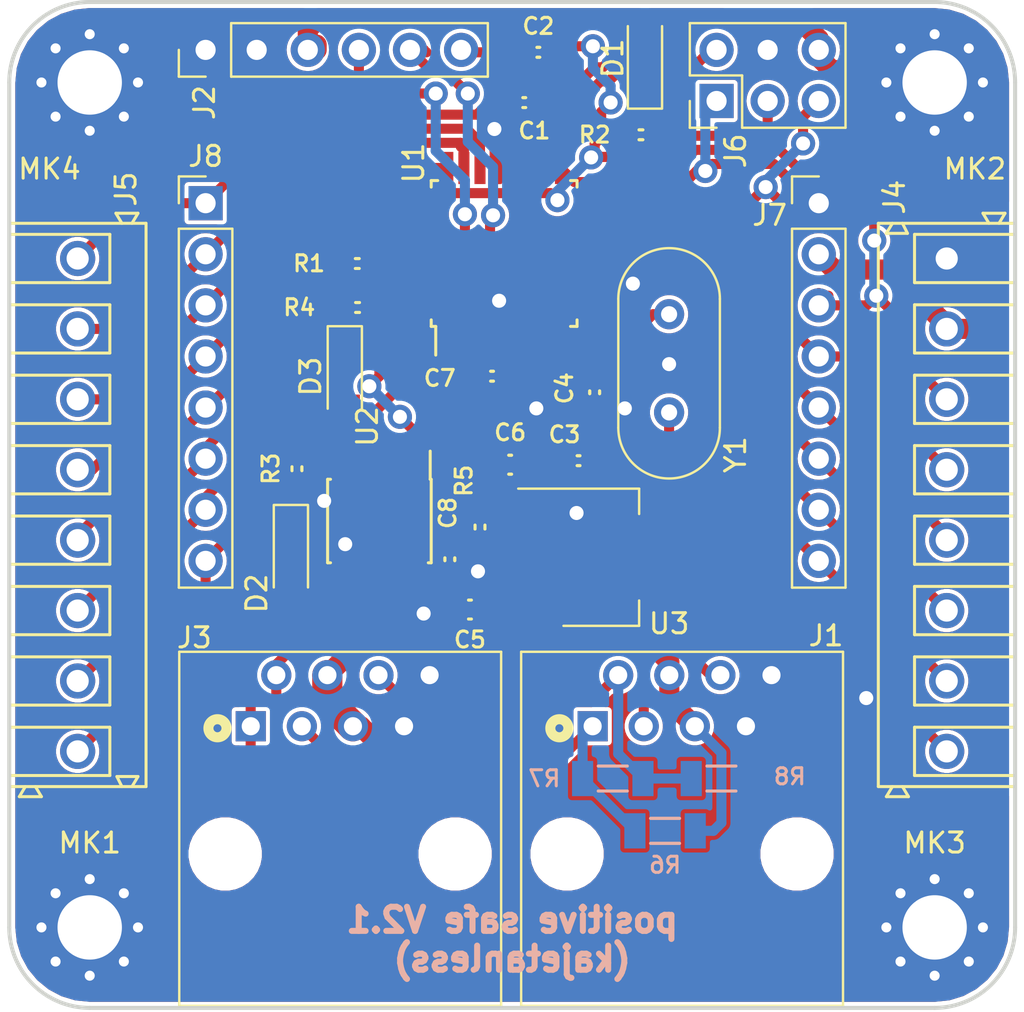
<source format=kicad_pcb>
(kicad_pcb (version 20171130) (host pcbnew 5.1.2)

  (general
    (thickness 1.6)
    (drawings 14)
    (tracks 554)
    (zones 0)
    (modules 35)
    (nets 38)
  )

  (page A4)
  (layers
    (0 F.Cu signal)
    (31 B.Cu signal)
    (32 B.Adhes user)
    (33 F.Adhes user)
    (34 B.Paste user)
    (35 F.Paste user)
    (36 B.SilkS user)
    (37 F.SilkS user)
    (38 B.Mask user)
    (39 F.Mask user)
    (40 Dwgs.User user hide)
    (41 Cmts.User user hide)
    (42 Eco1.User user hide)
    (43 Eco2.User user hide)
    (44 Edge.Cuts user)
    (45 Margin user hide)
    (46 B.CrtYd user hide)
    (47 F.CrtYd user hide)
    (48 B.Fab user hide)
    (49 F.Fab user hide)
  )

  (setup
    (last_trace_width 0.5)
    (trace_clearance 0.2)
    (zone_clearance 0.2)
    (zone_45_only no)
    (trace_min 0.5)
    (via_size 1.2)
    (via_drill 0.7)
    (via_min_size 0.4)
    (via_min_drill 0.3)
    (uvia_size 0.3)
    (uvia_drill 0.1)
    (uvias_allowed no)
    (uvia_min_size 0.2)
    (uvia_min_drill 0.1)
    (edge_width 0.15)
    (segment_width 0.2)
    (pcb_text_width 0.3)
    (pcb_text_size 1.5 1.5)
    (mod_edge_width 0.15)
    (mod_text_size 1 1)
    (mod_text_width 0.15)
    (pad_size 6.4 6.4)
    (pad_drill 3.2)
    (pad_to_mask_clearance 0.2)
    (aux_axis_origin 0 0)
    (visible_elements FFFFFF7F)
    (pcbplotparams
      (layerselection 0x010fc_ffffffff)
      (usegerberextensions true)
      (usegerberattributes false)
      (usegerberadvancedattributes false)
      (creategerberjobfile false)
      (excludeedgelayer true)
      (linewidth 0.100000)
      (plotframeref false)
      (viasonmask false)
      (mode 1)
      (useauxorigin false)
      (hpglpennumber 1)
      (hpglpenspeed 20)
      (hpglpendiameter 15.000000)
      (psnegative false)
      (psa4output false)
      (plotreference true)
      (plotvalue true)
      (plotinvisibletext false)
      (padsonsilk false)
      (subtractmaskfromsilk false)
      (outputformat 1)
      (mirror false)
      (drillshape 0)
      (scaleselection 1)
      (outputdirectory "gerbers/"))
  )

  (net 0 "")
  (net 1 "Net-(C1-Pad1)")
  (net 2 GND)
  (net 3 /RESET)
  (net 4 /DTR)
  (net 5 "Net-(C3-Pad2)")
  (net 6 "Net-(C4-Pad2)")
  (net 7 "Net-(J1-Pad6)")
  (net 8 "Net-(J1-Pad3)")
  (net 9 /TXO)
  (net 10 /RXI)
  (net 11 VCC)
  (net 12 /D13)
  (net 13 /D7)
  (net 14 /D6)
  (net 15 /D5)
  (net 16 /D2)
  (net 17 /D4)
  (net 18 /D3)
  (net 19 /A1)
  (net 20 /A2)
  (net 21 /A0)
  (net 22 /A3)
  (net 23 /A4)
  (net 24 /A5)
  (net 25 /D11)
  (net 26 /D12)
  (net 27 /D8)
  (net 28 /D10)
  (net 29 /D9)
  (net 30 /A6)
  (net 31 /A7)
  (net 32 "Net-(D1-Pad1)")
  (net 33 /VCC_IN)
  (net 34 "Net-(D3-Pad1)")
  (net 35 "Net-(D2-Pad1)")
  (net 36 /EIA485-A)
  (net 37 /EIA485-B)

  (net_class Default "This is the default net class."
    (clearance 0.2)
    (trace_width 0.5)
    (via_dia 1.2)
    (via_drill 0.7)
    (uvia_dia 0.3)
    (uvia_drill 0.1)
    (diff_pair_width 0.5)
    (diff_pair_gap 0.25)
    (add_net /A0)
    (add_net /A1)
    (add_net /A2)
    (add_net /A3)
    (add_net /A4)
    (add_net /A5)
    (add_net /A6)
    (add_net /A7)
    (add_net /D10)
    (add_net /D11)
    (add_net /D12)
    (add_net /D13)
    (add_net /D2)
    (add_net /D3)
    (add_net /D4)
    (add_net /D5)
    (add_net /D6)
    (add_net /D7)
    (add_net /D8)
    (add_net /D9)
    (add_net /DTR)
    (add_net /EIA485-A)
    (add_net /EIA485-B)
    (add_net /RESET)
    (add_net /RXI)
    (add_net /TXO)
    (add_net /VCC_IN)
    (add_net GND)
    (add_net "Net-(C1-Pad1)")
    (add_net "Net-(C3-Pad2)")
    (add_net "Net-(C4-Pad2)")
    (add_net "Net-(D1-Pad1)")
    (add_net "Net-(D2-Pad1)")
    (add_net "Net-(D3-Pad1)")
    (add_net "Net-(J1-Pad3)")
    (add_net "Net-(J1-Pad6)")
    (add_net VCC)
  )

  (module IPC7351-Nominal:RESC3216X84 (layer B.Cu) (tedit 64DA940E) (tstamp 5BDDB664)
    (at 125.4 106.6)
    (descr "Resistor,Chip;3.20mm L X 1.60mm W X 0.84mm H")
    (path /5BDD4C3C)
    (attr smd)
    (fp_text reference R8 (at 3.4 -0.1) (layer B.SilkS)
      (effects (font (size 0.8 0.8) (thickness 0.15)) (justify mirror))
    )
    (fp_text value 720 (at 0 0) (layer B.Fab)
      (effects (font (size 0.5 0.5) (thickness 0.1)) (justify mirror))
    )
    (fp_line (start -0.721 -0.621) (end 0.721 -0.621) (layer B.SilkS) (width 0.15))
    (fp_line (start 0.721 -0.621) (end -0.721 -0.621) (layer B.SilkS) (width 0.15))
    (fp_line (start -0.721 0.621) (end 0.721 0.621) (layer B.SilkS) (width 0.15))
    (fp_line (start 0.721 0.621) (end -0.721 0.621) (layer B.SilkS) (width 0.15))
    (fp_line (start -2.275 1.125) (end 2.275 1.125) (layer B.CrtYd) (width 0.05))
    (fp_line (start 2.275 1.125) (end 2.275 -1.125) (layer B.CrtYd) (width 0.05))
    (fp_line (start 2.275 -1.125) (end -2.275 -1.125) (layer B.CrtYd) (width 0.05))
    (fp_line (start -2.275 -1.125) (end -2.275 1.125) (layer B.CrtYd) (width 0.05))
    (pad 1 smd rect (at -1.5 0) (size 1.05 1.75) (layers B.Cu B.Paste B.Mask)
      (net 37 /EIA485-B))
    (pad 2 smd rect (at 1.5 0) (size 1.05 1.75) (layers B.Cu B.Paste B.Mask)
      (net 2 GND))
  )

  (module IPC7351-Nominal:RESC3216X84 (layer B.Cu) (tedit 64DA940E) (tstamp 5BDDB656)
    (at 122.6 109.2 180)
    (descr "Resistor,Chip;3.20mm L X 1.60mm W X 0.84mm H")
    (path /5BDD4DC4)
    (attr smd)
    (fp_text reference R6 (at 0 -1.7 180) (layer B.SilkS)
      (effects (font (size 0.8 0.8) (thickness 0.15)) (justify mirror))
    )
    (fp_text value 720 (at 0 0 180) (layer B.Fab)
      (effects (font (size 0.5 0.5) (thickness 0.1)) (justify mirror))
    )
    (fp_line (start -2.275 -1.125) (end -2.275 1.125) (layer B.CrtYd) (width 0.05))
    (fp_line (start 2.275 -1.125) (end -2.275 -1.125) (layer B.CrtYd) (width 0.05))
    (fp_line (start 2.275 1.125) (end 2.275 -1.125) (layer B.CrtYd) (width 0.05))
    (fp_line (start -2.275 1.125) (end 2.275 1.125) (layer B.CrtYd) (width 0.05))
    (fp_line (start 0.721 0.621) (end -0.721 0.621) (layer B.SilkS) (width 0.15))
    (fp_line (start -0.721 0.621) (end 0.721 0.621) (layer B.SilkS) (width 0.15))
    (fp_line (start 0.721 -0.621) (end -0.721 -0.621) (layer B.SilkS) (width 0.15))
    (fp_line (start -0.721 -0.621) (end 0.721 -0.621) (layer B.SilkS) (width 0.15))
    (pad 2 smd rect (at 1.5 0 180) (size 1.05 1.75) (layers B.Cu B.Paste B.Mask)
      (net 36 /EIA485-A))
    (pad 1 smd rect (at -1.5 0 180) (size 1.05 1.75) (layers B.Cu B.Paste B.Mask)
      (net 33 /VCC_IN))
  )

  (module IPC7351-Nominal:RESC3216X84 (layer B.Cu) (tedit 64DA940E) (tstamp 5BDDB648)
    (at 120 106.6)
    (descr "Resistor,Chip;3.20mm L X 1.60mm W X 0.84mm H")
    (path /5BDD4CEC)
    (attr smd)
    (fp_text reference R7 (at -3.4 0) (layer B.SilkS)
      (effects (font (size 0.8 0.8) (thickness 0.15)) (justify mirror))
    )
    (fp_text value 130 (at 0 0) (layer B.Fab)
      (effects (font (size 0.5 0.5) (thickness 0.1)) (justify mirror))
    )
    (fp_line (start -0.721 -0.621) (end 0.721 -0.621) (layer B.SilkS) (width 0.15))
    (fp_line (start 0.721 -0.621) (end -0.721 -0.621) (layer B.SilkS) (width 0.15))
    (fp_line (start -0.721 0.621) (end 0.721 0.621) (layer B.SilkS) (width 0.15))
    (fp_line (start 0.721 0.621) (end -0.721 0.621) (layer B.SilkS) (width 0.15))
    (fp_line (start -2.275 1.125) (end 2.275 1.125) (layer B.CrtYd) (width 0.05))
    (fp_line (start 2.275 1.125) (end 2.275 -1.125) (layer B.CrtYd) (width 0.05))
    (fp_line (start 2.275 -1.125) (end -2.275 -1.125) (layer B.CrtYd) (width 0.05))
    (fp_line (start -2.275 -1.125) (end -2.275 1.125) (layer B.CrtYd) (width 0.05))
    (pad 1 smd rect (at -1.5 0) (size 1.05 1.75) (layers B.Cu B.Paste B.Mask)
      (net 36 /EIA485-A))
    (pad 2 smd rect (at 1.5 0) (size 1.05 1.75) (layers B.Cu B.Paste B.Mask)
      (net 37 /EIA485-B))
  )

  (module Pin_Headers:Pin_Header_Straight_2x03_Pitch2.54mm (layer F.Cu) (tedit 59650532) (tstamp 5B80299F)
    (at 125.16 72.92 90)
    (descr "Through hole straight pin header, 2x03, 2.54mm pitch, double rows")
    (tags "Through hole pin header THT 2x03 2.54mm double row")
    (path /5B809193)
    (fp_text reference J6 (at -2.48 0.94 90) (layer F.SilkS)
      (effects (font (size 1 1) (thickness 0.15)))
    )
    (fp_text value Conn_02x03_Counter_Clockwise (at 1.27 7.41 90) (layer F.Fab)
      (effects (font (size 1 1) (thickness 0.15)))
    )
    (fp_text user %R (at 1.27 2.54 180) (layer F.Fab)
      (effects (font (size 1 1) (thickness 0.15)))
    )
    (fp_line (start 4.35 -1.8) (end -1.8 -1.8) (layer F.CrtYd) (width 0.05))
    (fp_line (start 4.35 6.85) (end 4.35 -1.8) (layer F.CrtYd) (width 0.05))
    (fp_line (start -1.8 6.85) (end 4.35 6.85) (layer F.CrtYd) (width 0.05))
    (fp_line (start -1.8 -1.8) (end -1.8 6.85) (layer F.CrtYd) (width 0.05))
    (fp_line (start -1.33 -1.33) (end 0 -1.33) (layer F.SilkS) (width 0.12))
    (fp_line (start -1.33 0) (end -1.33 -1.33) (layer F.SilkS) (width 0.12))
    (fp_line (start 1.27 -1.33) (end 3.87 -1.33) (layer F.SilkS) (width 0.12))
    (fp_line (start 1.27 1.27) (end 1.27 -1.33) (layer F.SilkS) (width 0.12))
    (fp_line (start -1.33 1.27) (end 1.27 1.27) (layer F.SilkS) (width 0.12))
    (fp_line (start 3.87 -1.33) (end 3.87 6.41) (layer F.SilkS) (width 0.12))
    (fp_line (start -1.33 1.27) (end -1.33 6.41) (layer F.SilkS) (width 0.12))
    (fp_line (start -1.33 6.41) (end 3.87 6.41) (layer F.SilkS) (width 0.12))
    (fp_line (start -1.27 0) (end 0 -1.27) (layer F.Fab) (width 0.1))
    (fp_line (start -1.27 6.35) (end -1.27 0) (layer F.Fab) (width 0.1))
    (fp_line (start 3.81 6.35) (end -1.27 6.35) (layer F.Fab) (width 0.1))
    (fp_line (start 3.81 -1.27) (end 3.81 6.35) (layer F.Fab) (width 0.1))
    (fp_line (start 0 -1.27) (end 3.81 -1.27) (layer F.Fab) (width 0.1))
    (pad 6 thru_hole oval (at 2.54 5.08 90) (size 1.7 1.7) (drill 1) (layers *.Cu *.Mask)
      (net 11 VCC))
    (pad 5 thru_hole oval (at 0 5.08 90) (size 1.7 1.7) (drill 1) (layers *.Cu *.Mask)
      (net 25 /D11))
    (pad 4 thru_hole oval (at 2.54 2.54 90) (size 1.7 1.7) (drill 1) (layers *.Cu *.Mask)
      (net 2 GND))
    (pad 3 thru_hole oval (at 0 2.54 90) (size 1.7 1.7) (drill 1) (layers *.Cu *.Mask)
      (net 3 /RESET))
    (pad 2 thru_hole oval (at 2.54 0 90) (size 1.7 1.7) (drill 1) (layers *.Cu *.Mask)
      (net 12 /D13))
    (pad 1 thru_hole rect (at 0 0 90) (size 1.7 1.7) (drill 1) (layers *.Cu *.Mask)
      (net 26 /D12))
    (model ${KISYS3DMOD}/Pin_Headers.3dshapes/Pin_Header_Straight_2x03_Pitch2.54mm.wrl
      (at (xyz 0 0 0))
      (scale (xyz 1 1 1))
      (rotate (xyz 0 0 0))
    )
  )

  (module IPC7351-Nominal:CAPC1608X87 (layer F.Cu) (tedit 82C6428A) (tstamp 5BE4ABC3)
    (at 116.3 70.5)
    (descr "Capacitor,non-polarized,Chip;1.60mm L X 0.80mm W X 0.87mm H")
    (path /5B801EA3)
    (attr smd)
    (fp_text reference C2 (at 0 -1.3) (layer F.SilkS)
      (effects (font (size 0.8 0.8) (thickness 0.15)))
    )
    (fp_text value 0.1uF (at 0 0) (layer F.Fab)
      (effects (font (size 0.5 0.5) (thickness 0.1)))
    )
    (fp_line (start -0.071 0.246) (end 0.071 0.246) (layer F.SilkS) (width 0.15))
    (fp_line (start 0.071 0.246) (end -0.071 0.246) (layer F.SilkS) (width 0.15))
    (fp_line (start -0.071 -0.246) (end 0.071 -0.246) (layer F.SilkS) (width 0.15))
    (fp_line (start 0.071 -0.246) (end -0.071 -0.246) (layer F.SilkS) (width 0.15))
    (fp_line (start -1.525 -0.75) (end 1.525 -0.75) (layer F.CrtYd) (width 0.05))
    (fp_line (start 1.525 -0.75) (end 1.525 0.75) (layer F.CrtYd) (width 0.05))
    (fp_line (start 1.525 0.75) (end -1.525 0.75) (layer F.CrtYd) (width 0.05))
    (fp_line (start -1.525 0.75) (end -1.525 -0.75) (layer F.CrtYd) (width 0.05))
    (pad 1 smd rect (at -0.8 0) (size 0.95 1) (layers F.Cu F.Paste F.Mask)
      (net 4 /DTR))
    (pad 2 smd rect (at 0.8 0) (size 0.95 1) (layers F.Cu F.Paste F.Mask)
      (net 3 /RESET))
    (model smd_cap/c_0603.wrl
      (at (xyz 0 0 0))
      (scale (xyz 1 1 1))
      (rotate (xyz 0 0 0))
    )
  )

  (module sejf:KLS2-350-3.5-8 (layer F.Cu) (tedit 5BDADB5D) (tstamp 5BDB7B6A)
    (at 136.6 80.75 270)
    (path /5B80083C)
    (fp_text reference J4 (at -3.05 2.6 270) (layer F.SilkS)
      (effects (font (size 1 1) (thickness 0.15)))
    )
    (fp_text value Screw_Terminal_01x08 (at 0.1 -4.3 270) (layer F.Fab)
      (effects (font (size 1 1) (thickness 0.15)))
    )
    (fp_line (start 26.6 -3.8) (end -1.7 -3.8) (layer F.CrtYd) (width 0.12))
    (fp_line (start 26.6 0) (end 26.6 -3.8) (layer F.CrtYd) (width 0.12))
    (fp_line (start 27.1 0) (end 26.6 0) (layer F.CrtYd) (width 0.12))
    (fp_line (start 27.1 3.8) (end 27.1 0) (layer F.CrtYd) (width 0.12))
    (fp_line (start -2.1 3.7) (end 27.1 3.8) (layer F.CrtYd) (width 0.12))
    (fp_line (start -2.1 -0.8) (end -2.1 3.7) (layer F.CrtYd) (width 0.12))
    (fp_line (start -2.6 -0.8) (end -2.1 -0.8) (layer F.CrtYd) (width 0.12))
    (fp_line (start -2.6 -3.8) (end -2.6 -0.8) (layer F.CrtYd) (width 0.12))
    (fp_line (start -1.7 -3.8) (end -2.6 -3.8) (layer F.CrtYd) (width 0.12))
    (fp_line (start 23.3 -3.4) (end 23.3 1.6) (layer F.SilkS) (width 0.15))
    (fp_line (start 25.7 1.6) (end 25.7 -3.4) (layer F.SilkS) (width 0.15))
    (fp_line (start 23.3 1.6) (end 25.7 1.6) (layer F.SilkS) (width 0.15))
    (fp_line (start 22.2 1.6) (end 22.2 -3.4) (layer F.SilkS) (width 0.15))
    (fp_line (start 19.8 -3.4) (end 19.8 1.6) (layer F.SilkS) (width 0.15))
    (fp_line (start 19.8 1.6) (end 22.2 1.6) (layer F.SilkS) (width 0.15))
    (fp_line (start 16.3 1.6) (end 18.7 1.6) (layer F.SilkS) (width 0.15))
    (fp_line (start 18.7 1.6) (end 18.7 -3.4) (layer F.SilkS) (width 0.15))
    (fp_line (start 16.3 -3.4) (end 16.3 1.6) (layer F.SilkS) (width 0.15))
    (fp_line (start 12.8 -3.4) (end 12.8 1.6) (layer F.SilkS) (width 0.15))
    (fp_line (start 12.8 1.6) (end 15.2 1.6) (layer F.SilkS) (width 0.15))
    (fp_line (start 15.2 1.6) (end 15.2 -3.4) (layer F.SilkS) (width 0.15))
    (fp_line (start 9.3 -3.4) (end 9.3 1.6) (layer F.SilkS) (width 0.15))
    (fp_line (start 11.7 1.6) (end 11.7 -3.4) (layer F.SilkS) (width 0.15))
    (fp_line (start 9.3 1.6) (end 11.7 1.6) (layer F.SilkS) (width 0.15))
    (fp_line (start 5.8 -3.4) (end 5.8 1.6) (layer F.SilkS) (width 0.15))
    (fp_line (start 5.8 1.6) (end 8.2 1.6) (layer F.SilkS) (width 0.15))
    (fp_line (start 8.2 1.6) (end 8.2 -3.4) (layer F.SilkS) (width 0.15))
    (fp_line (start 4.7 1.6) (end 4.7 -3.4) (layer F.SilkS) (width 0.15))
    (fp_line (start 2.3 1.6) (end 4.7 1.6) (layer F.SilkS) (width 0.15))
    (fp_line (start 2.3 -3.4) (end 2.3 1.6) (layer F.SilkS) (width 0.15))
    (fp_line (start 1.2 1.6) (end 1.2 -3.4) (layer F.SilkS) (width 0.15))
    (fp_line (start -1.2 1.6) (end 1.2 1.6) (layer F.SilkS) (width 0.15))
    (fp_line (start -1.2 -3.4) (end -1.2 1.6) (layer F.SilkS) (width 0.15))
    (fp_line (start 26.75 3) (end 26.25 2.7) (layer F.SilkS) (width 0.15))
    (fp_line (start 26.75 1.9) (end 26.75 3) (layer F.SilkS) (width 0.15))
    (fp_line (start 26.25 2.2) (end 26.75 1.9) (layer F.SilkS) (width 0.15))
    (fp_line (start -1.25 3) (end -1.75 2.7) (layer F.SilkS) (width 0.15))
    (fp_line (start -1.25 1.95) (end -1.25 3) (layer F.SilkS) (width 0.15))
    (fp_line (start -1.75 2.2) (end -1.25 1.95) (layer F.SilkS) (width 0.15))
    (fp_line (start -2.25 -1.8) (end -1.75 -2.1) (layer F.SilkS) (width 0.15))
    (fp_line (start -2.25 -2.9) (end -2.25 -1.8) (layer F.SilkS) (width 0.15))
    (fp_line (start -1.75 -2.6) (end -2.25 -2.9) (layer F.SilkS) (width 0.15))
    (fp_line (start 26.25 -3.4) (end -1.75 -3.4) (layer F.SilkS) (width 0.15))
    (fp_line (start 26.25 3.4) (end 26.25 -3.4) (layer F.SilkS) (width 0.15))
    (fp_line (start -1.75 3.4) (end 26.25 3.4) (layer F.SilkS) (width 0.15))
    (fp_line (start -1.75 -3.4) (end -1.75 3.4) (layer F.SilkS) (width 0.15))
    (fp_line (start -1.75 -2.6) (end -2.25 -2.9) (layer F.Fab) (width 0.05))
    (fp_line (start -2.25 -2.9) (end -2.25 -1.8) (layer F.Fab) (width 0.05))
    (fp_line (start -2.25 -1.8) (end -1.75 -2.1) (layer F.Fab) (width 0.05))
    (fp_line (start -1.25 3) (end -1.25 1.9) (layer F.Fab) (width 0.05))
    (fp_line (start -1.25 1.9) (end -1.75 2.2) (layer F.Fab) (width 0.05))
    (fp_line (start -1.75 2.7) (end -1.25 3) (layer F.Fab) (width 0.05))
    (fp_line (start 26.75 1.9) (end 26.25 2.2) (layer F.Fab) (width 0.05))
    (fp_line (start 26.75 3) (end 26.75 1.9) (layer F.Fab) (width 0.05))
    (fp_line (start 26.25 2.7) (end 26.75 3) (layer F.Fab) (width 0.05))
    (fp_line (start 25.5 -0.2) (end 23.5 -0.2) (layer F.Fab) (width 0.05))
    (fp_line (start 23.5 0.1) (end 25.5 0.1) (layer F.Fab) (width 0.05))
    (fp_circle (center 24.5 0) (end 25.5 -0.2) (layer F.Fab) (width 0.05))
    (fp_line (start 20 0.1) (end 22 0.1) (layer F.Fab) (width 0.05))
    (fp_circle (center 21 0) (end 22 -0.2) (layer F.Fab) (width 0.05))
    (fp_line (start 22 -0.2) (end 20 -0.2) (layer F.Fab) (width 0.05))
    (fp_circle (center 17.5 0) (end 18.5 -0.2) (layer F.Fab) (width 0.05))
    (fp_line (start 18.5 -0.2) (end 16.5 -0.2) (layer F.Fab) (width 0.05))
    (fp_line (start 16.5 0.1) (end 18.5 0.1) (layer F.Fab) (width 0.05))
    (fp_line (start 13 0.1) (end 15 0.1) (layer F.Fab) (width 0.05))
    (fp_circle (center 14 0) (end 15 -0.2) (layer F.Fab) (width 0.05))
    (fp_line (start 15 -0.2) (end 13 -0.2) (layer F.Fab) (width 0.05))
    (fp_line (start 9.5 0.1) (end 11.5 0.1) (layer F.Fab) (width 0.05))
    (fp_circle (center 10.5 0) (end 11.5 -0.2) (layer F.Fab) (width 0.05))
    (fp_line (start 11.5 -0.2) (end 9.5 -0.2) (layer F.Fab) (width 0.05))
    (fp_line (start 6 0.1) (end 8 0.1) (layer F.Fab) (width 0.05))
    (fp_circle (center 7 0) (end 8 -0.2) (layer F.Fab) (width 0.05))
    (fp_line (start 8 -0.2) (end 6 -0.2) (layer F.Fab) (width 0.05))
    (fp_line (start 4.5 -0.2) (end 2.5 -0.2) (layer F.Fab) (width 0.05))
    (fp_circle (center 3.5 0) (end 4.5 -0.2) (layer F.Fab) (width 0.05))
    (fp_line (start 2.5 0.1) (end 4.5 0.1) (layer F.Fab) (width 0.05))
    (fp_line (start -1 0.1) (end 1 0.1) (layer F.Fab) (width 0.05))
    (fp_line (start 1 -0.2) (end -1 -0.2) (layer F.Fab) (width 0.05))
    (fp_circle (center 0 0) (end 1 -0.2) (layer F.Fab) (width 0.05))
    (fp_line (start 23.3 1.6) (end 25.7 1.6) (layer F.Fab) (width 0.05))
    (fp_line (start 25.7 1.6) (end 25.7 -3.4) (layer F.Fab) (width 0.05))
    (fp_line (start 23.3 -3.4) (end 23.3 1.6) (layer F.Fab) (width 0.05))
    (fp_line (start 22.2 1.6) (end 22.2 -3.4) (layer F.Fab) (width 0.05))
    (fp_line (start 19.8 1.6) (end 22.2 1.6) (layer F.Fab) (width 0.05))
    (fp_line (start 19.8 -3.4) (end 19.8 1.6) (layer F.Fab) (width 0.05))
    (fp_line (start 16.3 -3.4) (end 16.3 1.6) (layer F.Fab) (width 0.05))
    (fp_line (start 16.3 1.6) (end 18.7 1.6) (layer F.Fab) (width 0.05))
    (fp_line (start 18.7 1.6) (end 18.7 -3.4) (layer F.Fab) (width 0.05))
    (fp_line (start 12.8 1.6) (end 15.2 1.6) (layer F.Fab) (width 0.05))
    (fp_line (start 15.2 1.6) (end 15.2 -3.4) (layer F.Fab) (width 0.05))
    (fp_line (start 12.8 -3.4) (end 12.8 1.6) (layer F.Fab) (width 0.05))
    (fp_line (start 9.3 -3.4) (end 9.3 1.6) (layer F.Fab) (width 0.05))
    (fp_line (start 11.7 1.6) (end 11.7 -3.4) (layer F.Fab) (width 0.05))
    (fp_line (start 9.3 1.6) (end 11.7 1.6) (layer F.Fab) (width 0.05))
    (fp_line (start 8.2 1.6) (end 8.2 -3.4) (layer F.Fab) (width 0.05))
    (fp_line (start 5.8 -3.4) (end 5.8 1.6) (layer F.Fab) (width 0.05))
    (fp_line (start 5.8 1.6) (end 8.2 1.6) (layer F.Fab) (width 0.05))
    (fp_line (start 4.7 1.6) (end 4.7 -3.4) (layer F.Fab) (width 0.05))
    (fp_line (start 2.3 -3.4) (end 2.3 1.6) (layer F.Fab) (width 0.05))
    (fp_line (start 2.3 1.6) (end 4.7 1.6) (layer F.Fab) (width 0.05))
    (fp_line (start 1.2 1.6) (end 1.2 -3.4) (layer F.Fab) (width 0.05))
    (fp_line (start -1.2 1.6) (end 1.2 1.6) (layer F.Fab) (width 0.05))
    (fp_line (start -1.2 -3.4) (end -1.2 1.6) (layer F.Fab) (width 0.05))
    (fp_line (start 26.25 3.4) (end -1.75 3.4) (layer F.Fab) (width 0.05))
    (fp_line (start 26.25 -3.4) (end 26.25 3.4) (layer F.Fab) (width 0.05))
    (fp_line (start -1.75 -3.4) (end 26.25 -3.4) (layer F.Fab) (width 0.05))
    (fp_line (start -1.75 -3.4) (end -1.75 3.4) (layer F.Fab) (width 0.05))
    (pad 8 thru_hole circle (at 24.5 0 270) (size 1.75 1.75) (drill 1.1) (layers *.Cu *.Mask)
      (net 27 /D8))
    (pad 7 thru_hole circle (at 21 0 270) (size 1.75 1.75) (drill 1.1) (layers *.Cu *.Mask)
      (net 29 /D9))
    (pad 6 thru_hole circle (at 17.5 0 270) (size 1.75 1.75) (drill 1.1) (layers *.Cu *.Mask)
      (net 28 /D10))
    (pad 5 thru_hole circle (at 14 0 270) (size 1.75 1.75) (drill 1.1) (layers *.Cu *.Mask)
      (net 25 /D11))
    (pad 4 thru_hole circle (at 10.5 0 270) (size 1.75 1.75) (drill 1.1) (layers *.Cu *.Mask)
      (net 26 /D12))
    (pad 3 thru_hole circle (at 7 0 270) (size 1.75 1.75) (drill 1.1) (layers *.Cu *.Mask)
      (net 12 /D13))
    (pad 2 thru_hole circle (at 3.5 0 270) (size 1.75 1.75) (drill 1.1) (layers *.Cu *.Mask)
      (net 11 VCC))
    (pad 1 thru_hole circle (at 0 0 270) (size 1.75 1.75) (drill 1.1) (layers *.Cu *.Mask)
      (net 2 GND))
  )

  (module sejf:KLS2-350-3.5-8 (layer F.Cu) (tedit 5BDADB5D) (tstamp 5BE4A96D)
    (at 93.4 105.25 90)
    (path /5B8008D2)
    (fp_text reference J5 (at 27.95 2.4 90) (layer F.SilkS)
      (effects (font (size 1 1) (thickness 0.15)))
    )
    (fp_text value Screw_Terminal_01x08 (at 0.1 -4.3 90) (layer F.Fab)
      (effects (font (size 1 1) (thickness 0.15)))
    )
    (fp_line (start -1.75 -3.4) (end -1.75 3.4) (layer F.Fab) (width 0.05))
    (fp_line (start -1.75 -3.4) (end 26.25 -3.4) (layer F.Fab) (width 0.05))
    (fp_line (start 26.25 -3.4) (end 26.25 3.4) (layer F.Fab) (width 0.05))
    (fp_line (start 26.25 3.4) (end -1.75 3.4) (layer F.Fab) (width 0.05))
    (fp_line (start -1.2 -3.4) (end -1.2 1.6) (layer F.Fab) (width 0.05))
    (fp_line (start -1.2 1.6) (end 1.2 1.6) (layer F.Fab) (width 0.05))
    (fp_line (start 1.2 1.6) (end 1.2 -3.4) (layer F.Fab) (width 0.05))
    (fp_line (start 2.3 1.6) (end 4.7 1.6) (layer F.Fab) (width 0.05))
    (fp_line (start 2.3 -3.4) (end 2.3 1.6) (layer F.Fab) (width 0.05))
    (fp_line (start 4.7 1.6) (end 4.7 -3.4) (layer F.Fab) (width 0.05))
    (fp_line (start 5.8 1.6) (end 8.2 1.6) (layer F.Fab) (width 0.05))
    (fp_line (start 5.8 -3.4) (end 5.8 1.6) (layer F.Fab) (width 0.05))
    (fp_line (start 8.2 1.6) (end 8.2 -3.4) (layer F.Fab) (width 0.05))
    (fp_line (start 9.3 1.6) (end 11.7 1.6) (layer F.Fab) (width 0.05))
    (fp_line (start 11.7 1.6) (end 11.7 -3.4) (layer F.Fab) (width 0.05))
    (fp_line (start 9.3 -3.4) (end 9.3 1.6) (layer F.Fab) (width 0.05))
    (fp_line (start 12.8 -3.4) (end 12.8 1.6) (layer F.Fab) (width 0.05))
    (fp_line (start 15.2 1.6) (end 15.2 -3.4) (layer F.Fab) (width 0.05))
    (fp_line (start 12.8 1.6) (end 15.2 1.6) (layer F.Fab) (width 0.05))
    (fp_line (start 18.7 1.6) (end 18.7 -3.4) (layer F.Fab) (width 0.05))
    (fp_line (start 16.3 1.6) (end 18.7 1.6) (layer F.Fab) (width 0.05))
    (fp_line (start 16.3 -3.4) (end 16.3 1.6) (layer F.Fab) (width 0.05))
    (fp_line (start 19.8 -3.4) (end 19.8 1.6) (layer F.Fab) (width 0.05))
    (fp_line (start 19.8 1.6) (end 22.2 1.6) (layer F.Fab) (width 0.05))
    (fp_line (start 22.2 1.6) (end 22.2 -3.4) (layer F.Fab) (width 0.05))
    (fp_line (start 23.3 -3.4) (end 23.3 1.6) (layer F.Fab) (width 0.05))
    (fp_line (start 25.7 1.6) (end 25.7 -3.4) (layer F.Fab) (width 0.05))
    (fp_line (start 23.3 1.6) (end 25.7 1.6) (layer F.Fab) (width 0.05))
    (fp_circle (center 0 0) (end 1 -0.2) (layer F.Fab) (width 0.05))
    (fp_line (start 1 -0.2) (end -1 -0.2) (layer F.Fab) (width 0.05))
    (fp_line (start -1 0.1) (end 1 0.1) (layer F.Fab) (width 0.05))
    (fp_line (start 2.5 0.1) (end 4.5 0.1) (layer F.Fab) (width 0.05))
    (fp_circle (center 3.5 0) (end 4.5 -0.2) (layer F.Fab) (width 0.05))
    (fp_line (start 4.5 -0.2) (end 2.5 -0.2) (layer F.Fab) (width 0.05))
    (fp_line (start 8 -0.2) (end 6 -0.2) (layer F.Fab) (width 0.05))
    (fp_circle (center 7 0) (end 8 -0.2) (layer F.Fab) (width 0.05))
    (fp_line (start 6 0.1) (end 8 0.1) (layer F.Fab) (width 0.05))
    (fp_line (start 11.5 -0.2) (end 9.5 -0.2) (layer F.Fab) (width 0.05))
    (fp_circle (center 10.5 0) (end 11.5 -0.2) (layer F.Fab) (width 0.05))
    (fp_line (start 9.5 0.1) (end 11.5 0.1) (layer F.Fab) (width 0.05))
    (fp_line (start 15 -0.2) (end 13 -0.2) (layer F.Fab) (width 0.05))
    (fp_circle (center 14 0) (end 15 -0.2) (layer F.Fab) (width 0.05))
    (fp_line (start 13 0.1) (end 15 0.1) (layer F.Fab) (width 0.05))
    (fp_line (start 16.5 0.1) (end 18.5 0.1) (layer F.Fab) (width 0.05))
    (fp_line (start 18.5 -0.2) (end 16.5 -0.2) (layer F.Fab) (width 0.05))
    (fp_circle (center 17.5 0) (end 18.5 -0.2) (layer F.Fab) (width 0.05))
    (fp_line (start 22 -0.2) (end 20 -0.2) (layer F.Fab) (width 0.05))
    (fp_circle (center 21 0) (end 22 -0.2) (layer F.Fab) (width 0.05))
    (fp_line (start 20 0.1) (end 22 0.1) (layer F.Fab) (width 0.05))
    (fp_circle (center 24.5 0) (end 25.5 -0.2) (layer F.Fab) (width 0.05))
    (fp_line (start 23.5 0.1) (end 25.5 0.1) (layer F.Fab) (width 0.05))
    (fp_line (start 25.5 -0.2) (end 23.5 -0.2) (layer F.Fab) (width 0.05))
    (fp_line (start 26.25 2.7) (end 26.75 3) (layer F.Fab) (width 0.05))
    (fp_line (start 26.75 3) (end 26.75 1.9) (layer F.Fab) (width 0.05))
    (fp_line (start 26.75 1.9) (end 26.25 2.2) (layer F.Fab) (width 0.05))
    (fp_line (start -1.75 2.7) (end -1.25 3) (layer F.Fab) (width 0.05))
    (fp_line (start -1.25 1.9) (end -1.75 2.2) (layer F.Fab) (width 0.05))
    (fp_line (start -1.25 3) (end -1.25 1.9) (layer F.Fab) (width 0.05))
    (fp_line (start -2.25 -1.8) (end -1.75 -2.1) (layer F.Fab) (width 0.05))
    (fp_line (start -2.25 -2.9) (end -2.25 -1.8) (layer F.Fab) (width 0.05))
    (fp_line (start -1.75 -2.6) (end -2.25 -2.9) (layer F.Fab) (width 0.05))
    (fp_line (start -1.75 -3.4) (end -1.75 3.4) (layer F.SilkS) (width 0.15))
    (fp_line (start -1.75 3.4) (end 26.25 3.4) (layer F.SilkS) (width 0.15))
    (fp_line (start 26.25 3.4) (end 26.25 -3.4) (layer F.SilkS) (width 0.15))
    (fp_line (start 26.25 -3.4) (end -1.75 -3.4) (layer F.SilkS) (width 0.15))
    (fp_line (start -1.75 -2.6) (end -2.25 -2.9) (layer F.SilkS) (width 0.15))
    (fp_line (start -2.25 -2.9) (end -2.25 -1.8) (layer F.SilkS) (width 0.15))
    (fp_line (start -2.25 -1.8) (end -1.75 -2.1) (layer F.SilkS) (width 0.15))
    (fp_line (start -1.75 2.2) (end -1.25 1.95) (layer F.SilkS) (width 0.15))
    (fp_line (start -1.25 1.95) (end -1.25 3) (layer F.SilkS) (width 0.15))
    (fp_line (start -1.25 3) (end -1.75 2.7) (layer F.SilkS) (width 0.15))
    (fp_line (start 26.25 2.2) (end 26.75 1.9) (layer F.SilkS) (width 0.15))
    (fp_line (start 26.75 1.9) (end 26.75 3) (layer F.SilkS) (width 0.15))
    (fp_line (start 26.75 3) (end 26.25 2.7) (layer F.SilkS) (width 0.15))
    (fp_line (start -1.2 -3.4) (end -1.2 1.6) (layer F.SilkS) (width 0.15))
    (fp_line (start -1.2 1.6) (end 1.2 1.6) (layer F.SilkS) (width 0.15))
    (fp_line (start 1.2 1.6) (end 1.2 -3.4) (layer F.SilkS) (width 0.15))
    (fp_line (start 2.3 -3.4) (end 2.3 1.6) (layer F.SilkS) (width 0.15))
    (fp_line (start 2.3 1.6) (end 4.7 1.6) (layer F.SilkS) (width 0.15))
    (fp_line (start 4.7 1.6) (end 4.7 -3.4) (layer F.SilkS) (width 0.15))
    (fp_line (start 8.2 1.6) (end 8.2 -3.4) (layer F.SilkS) (width 0.15))
    (fp_line (start 5.8 1.6) (end 8.2 1.6) (layer F.SilkS) (width 0.15))
    (fp_line (start 5.8 -3.4) (end 5.8 1.6) (layer F.SilkS) (width 0.15))
    (fp_line (start 9.3 1.6) (end 11.7 1.6) (layer F.SilkS) (width 0.15))
    (fp_line (start 11.7 1.6) (end 11.7 -3.4) (layer F.SilkS) (width 0.15))
    (fp_line (start 9.3 -3.4) (end 9.3 1.6) (layer F.SilkS) (width 0.15))
    (fp_line (start 15.2 1.6) (end 15.2 -3.4) (layer F.SilkS) (width 0.15))
    (fp_line (start 12.8 1.6) (end 15.2 1.6) (layer F.SilkS) (width 0.15))
    (fp_line (start 12.8 -3.4) (end 12.8 1.6) (layer F.SilkS) (width 0.15))
    (fp_line (start 16.3 -3.4) (end 16.3 1.6) (layer F.SilkS) (width 0.15))
    (fp_line (start 18.7 1.6) (end 18.7 -3.4) (layer F.SilkS) (width 0.15))
    (fp_line (start 16.3 1.6) (end 18.7 1.6) (layer F.SilkS) (width 0.15))
    (fp_line (start 19.8 1.6) (end 22.2 1.6) (layer F.SilkS) (width 0.15))
    (fp_line (start 19.8 -3.4) (end 19.8 1.6) (layer F.SilkS) (width 0.15))
    (fp_line (start 22.2 1.6) (end 22.2 -3.4) (layer F.SilkS) (width 0.15))
    (fp_line (start 23.3 1.6) (end 25.7 1.6) (layer F.SilkS) (width 0.15))
    (fp_line (start 25.7 1.6) (end 25.7 -3.4) (layer F.SilkS) (width 0.15))
    (fp_line (start 23.3 -3.4) (end 23.3 1.6) (layer F.SilkS) (width 0.15))
    (fp_line (start -1.7 -3.8) (end -2.6 -3.8) (layer F.CrtYd) (width 0.12))
    (fp_line (start -2.6 -3.8) (end -2.6 -0.8) (layer F.CrtYd) (width 0.12))
    (fp_line (start -2.6 -0.8) (end -2.1 -0.8) (layer F.CrtYd) (width 0.12))
    (fp_line (start -2.1 -0.8) (end -2.1 3.7) (layer F.CrtYd) (width 0.12))
    (fp_line (start -2.1 3.7) (end 27.1 3.8) (layer F.CrtYd) (width 0.12))
    (fp_line (start 27.1 3.8) (end 27.1 0) (layer F.CrtYd) (width 0.12))
    (fp_line (start 27.1 0) (end 26.6 0) (layer F.CrtYd) (width 0.12))
    (fp_line (start 26.6 0) (end 26.6 -3.8) (layer F.CrtYd) (width 0.12))
    (fp_line (start 26.6 -3.8) (end -1.7 -3.8) (layer F.CrtYd) (width 0.12))
    (pad 1 thru_hole circle (at 0 0 90) (size 1.75 1.75) (drill 1.1) (layers *.Cu *.Mask)
      (net 24 /A5))
    (pad 2 thru_hole circle (at 3.5 0 90) (size 1.75 1.75) (drill 1.1) (layers *.Cu *.Mask)
      (net 23 /A4))
    (pad 3 thru_hole circle (at 7 0 90) (size 1.75 1.75) (drill 1.1) (layers *.Cu *.Mask)
      (net 22 /A3))
    (pad 4 thru_hole circle (at 10.5 0 90) (size 1.75 1.75) (drill 1.1) (layers *.Cu *.Mask)
      (net 20 /A2))
    (pad 5 thru_hole circle (at 14 0 90) (size 1.75 1.75) (drill 1.1) (layers *.Cu *.Mask)
      (net 19 /A1))
    (pad 6 thru_hole circle (at 17.5 0 90) (size 1.75 1.75) (drill 1.1) (layers *.Cu *.Mask)
      (net 21 /A0))
    (pad 7 thru_hole circle (at 21 0 90) (size 1.75 1.75) (drill 1.1) (layers *.Cu *.Mask)
      (net 31 /A7))
    (pad 8 thru_hole circle (at 24.5 0 90) (size 1.75 1.75) (drill 1.1) (layers *.Cu *.Mask)
      (net 30 /A6))
  )

  (module Connector_PinHeader_2.54mm:PinHeader_1x06_P2.54mm_Vertical (layer F.Cu) (tedit 5BDD4F80) (tstamp 5BDDC360)
    (at 99.76 70.38 90)
    (descr "Through hole straight pin header, 1x06, 2.54mm pitch, single row")
    (tags "Through hole pin header THT 1x06 2.54mm single row")
    (path /5BDF5CDC)
    (fp_text reference J2 (at -2.62 -0.06 90) (layer F.SilkS)
      (effects (font (size 1 1) (thickness 0.15)))
    )
    (fp_text value Conn_01x06 (at 0 15.03 90) (layer F.Fab)
      (effects (font (size 1 1) (thickness 0.15)))
    )
    (fp_line (start -0.635 -1.27) (end 1.27 -1.27) (layer F.Fab) (width 0.1))
    (fp_line (start 1.27 -1.27) (end 1.27 13.97) (layer F.Fab) (width 0.1))
    (fp_line (start 1.27 13.97) (end -1.27 13.97) (layer F.Fab) (width 0.1))
    (fp_line (start -1.27 13.97) (end -1.27 -0.635) (layer F.Fab) (width 0.1))
    (fp_line (start -1.27 -0.635) (end -0.635 -1.27) (layer F.Fab) (width 0.1))
    (fp_line (start -1.33 14.03) (end 1.33 14.03) (layer F.SilkS) (width 0.12))
    (fp_line (start -1.33 1.27) (end -1.33 14.03) (layer F.SilkS) (width 0.12))
    (fp_line (start 1.33 1.27) (end 1.33 14.03) (layer F.SilkS) (width 0.12))
    (fp_line (start -1.33 1.27) (end 1.33 1.27) (layer F.SilkS) (width 0.12))
    (fp_line (start -1.33 0) (end -1.33 -1.33) (layer F.SilkS) (width 0.12))
    (fp_line (start -1.33 -1.33) (end 0 -1.33) (layer F.SilkS) (width 0.12))
    (fp_line (start -1.8 -1.8) (end -1.8 14.5) (layer F.CrtYd) (width 0.05))
    (fp_line (start -1.8 14.5) (end 1.8 14.5) (layer F.CrtYd) (width 0.05))
    (fp_line (start 1.8 14.5) (end 1.8 -1.8) (layer F.CrtYd) (width 0.05))
    (fp_line (start 1.8 -1.8) (end -1.8 -1.8) (layer F.CrtYd) (width 0.05))
    (fp_text user %R (at 0 6.35 180) (layer F.Fab)
      (effects (font (size 1 1) (thickness 0.15)))
    )
    (pad 1 thru_hole rect (at 0 0 90) (size 1.7 1.7) (drill 1) (layers *.Cu *.Mask)
      (net 2 GND))
    (pad 2 thru_hole oval (at 0 2.54 90) (size 1.7 1.7) (drill 1) (layers *.Cu *.Mask)
      (net 2 GND))
    (pad 3 thru_hole oval (at 0 5.08 90) (size 1.7 1.7) (drill 1) (layers *.Cu *.Mask)
      (net 11 VCC))
    (pad 4 thru_hole oval (at 0 7.62 90) (size 1.7 1.7) (drill 1) (layers *.Cu *.Mask)
      (net 10 /RXI))
    (pad 5 thru_hole oval (at 0 10.16 90) (size 1.7 1.7) (drill 1) (layers *.Cu *.Mask)
      (net 9 /TXO))
    (pad 6 thru_hole oval (at 0 12.7 90) (size 1.7 1.7) (drill 1) (layers *.Cu *.Mask)
      (net 4 /DTR))
    (model ${KISYS3DMOD}/Connector_PinHeader_2.54mm.3dshapes/PinHeader_1x06_P2.54mm_Vertical.wrl
      (at (xyz 0 0 0))
      (scale (xyz 1 1 1))
      (rotate (xyz 0 0 0))
    )
  )

  (module IPC7351-Nominal:CAPC1608X87 (layer F.Cu) (tedit 82C6428A) (tstamp 5BD77F50)
    (at 114 86.6 180)
    (descr "Capacitor,non-polarized,Chip;1.60mm L X 0.80mm W X 0.87mm H")
    (path /5BD7C6C5)
    (attr smd)
    (fp_text reference C7 (at 2.6 -0.1 180) (layer F.SilkS)
      (effects (font (size 0.8 0.8) (thickness 0.15)))
    )
    (fp_text value 100n (at 0 0 180) (layer F.Fab)
      (effects (font (size 0.5 0.5) (thickness 0.1)))
    )
    (fp_line (start -1.525 0.75) (end -1.525 -0.75) (layer F.CrtYd) (width 0.05))
    (fp_line (start 1.525 0.75) (end -1.525 0.75) (layer F.CrtYd) (width 0.05))
    (fp_line (start 1.525 -0.75) (end 1.525 0.75) (layer F.CrtYd) (width 0.05))
    (fp_line (start -1.525 -0.75) (end 1.525 -0.75) (layer F.CrtYd) (width 0.05))
    (fp_line (start 0.071 -0.246) (end -0.071 -0.246) (layer F.SilkS) (width 0.15))
    (fp_line (start -0.071 -0.246) (end 0.071 -0.246) (layer F.SilkS) (width 0.15))
    (fp_line (start 0.071 0.246) (end -0.071 0.246) (layer F.SilkS) (width 0.15))
    (fp_line (start -0.071 0.246) (end 0.071 0.246) (layer F.SilkS) (width 0.15))
    (pad 2 smd rect (at 0.8 0 180) (size 0.95 1) (layers F.Cu F.Paste F.Mask)
      (net 2 GND))
    (pad 1 smd rect (at -0.8 0 180) (size 0.95 1) (layers F.Cu F.Paste F.Mask)
      (net 11 VCC))
    (model smd_cap/c_0603.wrl
      (at (xyz 0 0 0))
      (scale (xyz 1 1 1))
      (rotate (xyz 0 0 0))
    )
  )

  (module IPC7351-Nominal:CAPC1608X87 (layer F.Cu) (tedit 82C6428A) (tstamp 5BE22C0C)
    (at 111.9 95.7 270)
    (descr "Capacitor,non-polarized,Chip;1.60mm L X 0.80mm W X 0.87mm H")
    (path /5BD7C631)
    (attr smd)
    (fp_text reference C8 (at -2.3 0.1 270) (layer F.SilkS)
      (effects (font (size 0.8 0.8) (thickness 0.15)))
    )
    (fp_text value 100n (at 0 0 270) (layer F.Fab)
      (effects (font (size 0.5 0.5) (thickness 0.1)))
    )
    (fp_line (start -0.071 0.246) (end 0.071 0.246) (layer F.SilkS) (width 0.15))
    (fp_line (start 0.071 0.246) (end -0.071 0.246) (layer F.SilkS) (width 0.15))
    (fp_line (start -0.071 -0.246) (end 0.071 -0.246) (layer F.SilkS) (width 0.15))
    (fp_line (start 0.071 -0.246) (end -0.071 -0.246) (layer F.SilkS) (width 0.15))
    (fp_line (start -1.525 -0.75) (end 1.525 -0.75) (layer F.CrtYd) (width 0.05))
    (fp_line (start 1.525 -0.75) (end 1.525 0.75) (layer F.CrtYd) (width 0.05))
    (fp_line (start 1.525 0.75) (end -1.525 0.75) (layer F.CrtYd) (width 0.05))
    (fp_line (start -1.525 0.75) (end -1.525 -0.75) (layer F.CrtYd) (width 0.05))
    (pad 1 smd rect (at -0.8 0 270) (size 0.95 1) (layers F.Cu F.Paste F.Mask)
      (net 11 VCC))
    (pad 2 smd rect (at 0.8 0 270) (size 0.95 1) (layers F.Cu F.Paste F.Mask)
      (net 2 GND))
    (model smd_cap/c_0603.wrl
      (at (xyz 0 0 0))
      (scale (xyz 1 1 1))
      (rotate (xyz 0 0 0))
    )
  )

  (module sejf:8P8C_HV (layer F.Cu) (tedit 5BD6248E) (tstamp 5BDDBABD)
    (at 123.445 104)
    (descr "8 Pol Shallow Latch Connector, Modjack, RJ45 (https://cdn.amphenol-icc.com/media/wysiwyg/files/drawing/c-bmj-0102.pdf)")
    (tags RJ45)
    (path /5B800A27)
    (fp_text reference J1 (at 7.155 -4.5) (layer F.SilkS)
      (effects (font (size 1 1) (thickness 0.15)))
    )
    (fp_text value 8P8C (at 0 4) (layer F.Fab)
      (effects (font (size 1 1) (thickness 0.15)))
    )
    (fp_line (start 8.1 12.96) (end -8.1 12.96) (layer F.Fab) (width 0.05))
    (fp_circle (center -6.1 0.1) (end -5.9 0.1) (layer F.SilkS) (width 0.5))
    (fp_line (start 8.4 14.2) (end -8.4 14.2) (layer F.CrtYd) (width 0.05))
    (fp_line (start 8.4 14.2) (end 8.4 -4) (layer F.CrtYd) (width 0.05))
    (fp_line (start -8.4 -4) (end -8.4 14.2) (layer F.CrtYd) (width 0.05))
    (fp_line (start -8.4 -4) (end 8.4 -4) (layer F.CrtYd) (width 0.05))
    (fp_line (start -8 -3.7) (end -8 13.9) (layer F.SilkS) (width 0.12))
    (fp_line (start 8 -3.7) (end -8 -3.7) (layer F.SilkS) (width 0.12))
    (fp_line (start 8 -3.7) (end 8 13.9) (layer F.SilkS) (width 0.12))
    (fp_line (start -8 13.9) (end 8 13.9) (layer F.SilkS) (width 0.12))
    (fp_line (start -8.1 -3.77) (end 8.1 -3.77) (layer F.Fab) (width 0.05))
    (fp_line (start 8.1 -3.77) (end 8.1 13.97) (layer F.Fab) (width 0.05))
    (fp_line (start 8.1 13.97) (end -8.1 13.97) (layer F.Fab) (width 0.05))
    (fp_line (start -8.1 13.97) (end -8.1 -3.77) (layer F.Fab) (width 0.05))
    (fp_text user %R (at 0 2) (layer F.Fab)
      (effects (font (size 1 1) (thickness 0.15)))
    )
    (pad 8 thru_hole circle (at 4.445 -2.54) (size 1.5 1.5) (drill 0.9) (layers *.Cu *.Mask)
      (net 2 GND))
    (pad 7 thru_hole circle (at 3.175 0) (size 1.5 1.5) (drill 0.9) (layers *.Cu *.Mask)
      (net 2 GND))
    (pad 6 thru_hole circle (at 1.905 -2.54) (size 1.5 1.5) (drill 0.9) (layers *.Cu *.Mask)
      (net 7 "Net-(J1-Pad6)"))
    (pad 5 thru_hole circle (at 0.635 0) (size 1.5 1.5) (drill 0.9) (layers *.Cu *.Mask)
      (net 33 /VCC_IN))
    (pad 4 thru_hole circle (at -0.635 -2.54) (size 1.5 1.5) (drill 0.9) (layers *.Cu *.Mask)
      (net 33 /VCC_IN))
    (pad 3 thru_hole circle (at -1.905 0) (size 1.5 1.5) (drill 0.9) (layers *.Cu *.Mask)
      (net 8 "Net-(J1-Pad3)"))
    (pad 2 thru_hole circle (at -3.175 -2.54) (size 1.5 1.5) (drill 0.9) (layers *.Cu *.Mask)
      (net 37 /EIA485-B))
    (pad 1 thru_hole rect (at -4.445 0) (size 1.5 1.5) (drill 0.9) (layers *.Cu *.Mask)
      (net 36 /EIA485-A))
    (pad "" np_thru_hole circle (at -5.715 6.35) (size 3.25 3.25) (drill 3.25) (layers *.Cu *.Mask))
    (pad "" np_thru_hole circle (at 5.715 6.35) (size 3.25 3.25) (drill 3.25) (layers *.Cu *.Mask))
    (model ${KISYS3DMOD}/Connector_RJ.3dshapes/RJ45_Amphenol_54602-x08_Horizontal.wrl
      (at (xyz 0 0 0))
      (scale (xyz 1 1 1))
      (rotate (xyz 0 0 0))
    )
  )

  (module sejf:8P8C_HV (layer F.Cu) (tedit 5BD6248E) (tstamp 5BD6CDB5)
    (at 106.45 104)
    (descr "8 Pol Shallow Latch Connector, Modjack, RJ45 (https://cdn.amphenol-icc.com/media/wysiwyg/files/drawing/c-bmj-0102.pdf)")
    (tags RJ45)
    (path /5B800B3B)
    (fp_text reference J3 (at -7.25 -4.4) (layer F.SilkS)
      (effects (font (size 1 1) (thickness 0.15)))
    )
    (fp_text value 8P8C (at 0 4) (layer F.Fab)
      (effects (font (size 1 1) (thickness 0.15)))
    )
    (fp_text user %R (at 0 2) (layer F.Fab)
      (effects (font (size 1 1) (thickness 0.15)))
    )
    (fp_line (start -8.1 13.97) (end -8.1 -3.77) (layer F.Fab) (width 0.05))
    (fp_line (start 8.1 13.97) (end -8.1 13.97) (layer F.Fab) (width 0.05))
    (fp_line (start 8.1 -3.77) (end 8.1 13.97) (layer F.Fab) (width 0.05))
    (fp_line (start -8.1 -3.77) (end 8.1 -3.77) (layer F.Fab) (width 0.05))
    (fp_line (start -8 13.9) (end 8 13.9) (layer F.SilkS) (width 0.12))
    (fp_line (start 8 -3.7) (end 8 13.9) (layer F.SilkS) (width 0.12))
    (fp_line (start 8 -3.7) (end -8 -3.7) (layer F.SilkS) (width 0.12))
    (fp_line (start -8 -3.7) (end -8 13.9) (layer F.SilkS) (width 0.12))
    (fp_line (start -8.4 -4) (end 8.4 -4) (layer F.CrtYd) (width 0.05))
    (fp_line (start -8.4 -4) (end -8.4 14.2) (layer F.CrtYd) (width 0.05))
    (fp_line (start 8.4 14.2) (end 8.4 -4) (layer F.CrtYd) (width 0.05))
    (fp_line (start 8.4 14.2) (end -8.4 14.2) (layer F.CrtYd) (width 0.05))
    (fp_circle (center -6.1 0.1) (end -5.9 0.1) (layer F.SilkS) (width 0.5))
    (fp_line (start 8.1 12.96) (end -8.1 12.96) (layer F.Fab) (width 0.05))
    (pad "" np_thru_hole circle (at 5.715 6.35) (size 3.25 3.25) (drill 3.25) (layers *.Cu *.Mask))
    (pad "" np_thru_hole circle (at -5.715 6.35) (size 3.25 3.25) (drill 3.25) (layers *.Cu *.Mask))
    (pad 1 thru_hole rect (at -4.445 0) (size 1.5 1.5) (drill 0.9) (layers *.Cu *.Mask)
      (net 36 /EIA485-A))
    (pad 2 thru_hole circle (at -3.175 -2.54) (size 1.5 1.5) (drill 0.9) (layers *.Cu *.Mask)
      (net 37 /EIA485-B))
    (pad 3 thru_hole circle (at -1.905 0) (size 1.5 1.5) (drill 0.9) (layers *.Cu *.Mask)
      (net 8 "Net-(J1-Pad3)"))
    (pad 4 thru_hole circle (at -0.635 -2.54) (size 1.5 1.5) (drill 0.9) (layers *.Cu *.Mask)
      (net 33 /VCC_IN))
    (pad 5 thru_hole circle (at 0.635 0) (size 1.5 1.5) (drill 0.9) (layers *.Cu *.Mask)
      (net 33 /VCC_IN))
    (pad 6 thru_hole circle (at 1.905 -2.54) (size 1.5 1.5) (drill 0.9) (layers *.Cu *.Mask)
      (net 7 "Net-(J1-Pad6)"))
    (pad 7 thru_hole circle (at 3.175 0) (size 1.5 1.5) (drill 0.9) (layers *.Cu *.Mask)
      (net 2 GND))
    (pad 8 thru_hole circle (at 4.445 -2.54) (size 1.5 1.5) (drill 0.9) (layers *.Cu *.Mask)
      (net 2 GND))
    (model ${KISYS3DMOD}/Connector_RJ.3dshapes/RJ45_Amphenol_54602-x08_Horizontal.wrl
      (at (xyz 0 0 0))
      (scale (xyz 1 1 1))
      (rotate (xyz 0 0 0))
    )
  )

  (module IPC7351-Nominal:CAPC2012X88 (layer F.Cu) (tedit 32C36AD8) (tstamp 5BD6A3C6)
    (at 112.9 98.2 180)
    (descr "Capacitor,non-polarized,Chip;2.00mm L X 1.25mm W X 0.88mm H")
    (path /5BEBD9AF)
    (attr smd)
    (fp_text reference C5 (at 0 -1.5 180) (layer F.SilkS)
      (effects (font (size 0.8 0.8) (thickness 0.15)))
    )
    (fp_text value 10u (at 0 0 180) (layer F.Fab)
      (effects (font (size 0.5 0.5) (thickness 0.1)))
    )
    (fp_line (start -1.725 0.975) (end -1.725 -0.975) (layer F.CrtYd) (width 0.05))
    (fp_line (start 1.725 0.975) (end -1.725 0.975) (layer F.CrtYd) (width 0.05))
    (fp_line (start 1.725 -0.975) (end 1.725 0.975) (layer F.CrtYd) (width 0.05))
    (fp_line (start -1.725 -0.975) (end 1.725 -0.975) (layer F.CrtYd) (width 0.05))
    (fp_line (start 0.071 -0.471) (end -0.071 -0.471) (layer F.SilkS) (width 0.15))
    (fp_line (start -0.071 -0.471) (end 0.071 -0.471) (layer F.SilkS) (width 0.15))
    (fp_line (start 0.071 0.471) (end -0.071 0.471) (layer F.SilkS) (width 0.15))
    (fp_line (start -0.071 0.471) (end 0.071 0.471) (layer F.SilkS) (width 0.15))
    (pad 2 smd rect (at 0.9 0 180) (size 1.15 1.45) (layers F.Cu F.Paste F.Mask)
      (net 2 GND))
    (pad 1 smd rect (at -0.9 0 180) (size 1.15 1.45) (layers F.Cu F.Paste F.Mask)
      (net 33 /VCC_IN))
    (model smd_cap/c_0805.wrl
      (at (xyz 0 0 0))
      (scale (xyz 1 1 1))
      (rotate (xyz 0 0 0))
    )
  )

  (module IPC7351-Nominal:CAPC2012X88 (layer F.Cu) (tedit 32C36AD8) (tstamp 5BD6A2C7)
    (at 114.9 91)
    (descr "Capacitor,non-polarized,Chip;2.00mm L X 1.25mm W X 0.88mm H")
    (path /5BEBDA31)
    (attr smd)
    (fp_text reference C6 (at 0 -1.6) (layer F.SilkS)
      (effects (font (size 0.8 0.8) (thickness 0.15)))
    )
    (fp_text value 10u (at 0 0) (layer F.Fab)
      (effects (font (size 0.5 0.5) (thickness 0.1)))
    )
    (fp_line (start -0.071 0.471) (end 0.071 0.471) (layer F.SilkS) (width 0.15))
    (fp_line (start 0.071 0.471) (end -0.071 0.471) (layer F.SilkS) (width 0.15))
    (fp_line (start -0.071 -0.471) (end 0.071 -0.471) (layer F.SilkS) (width 0.15))
    (fp_line (start 0.071 -0.471) (end -0.071 -0.471) (layer F.SilkS) (width 0.15))
    (fp_line (start -1.725 -0.975) (end 1.725 -0.975) (layer F.CrtYd) (width 0.05))
    (fp_line (start 1.725 -0.975) (end 1.725 0.975) (layer F.CrtYd) (width 0.05))
    (fp_line (start 1.725 0.975) (end -1.725 0.975) (layer F.CrtYd) (width 0.05))
    (fp_line (start -1.725 0.975) (end -1.725 -0.975) (layer F.CrtYd) (width 0.05))
    (pad 1 smd rect (at -0.9 0) (size 1.15 1.45) (layers F.Cu F.Paste F.Mask)
      (net 11 VCC))
    (pad 2 smd rect (at 0.9 0) (size 1.15 1.45) (layers F.Cu F.Paste F.Mask)
      (net 2 GND))
    (model smd_cap/c_0805.wrl
      (at (xyz 0 0 0))
      (scale (xyz 1 1 1))
      (rotate (xyz 0 0 0))
    )
  )

  (module IPC7351-Nominal:RESC1608X55 (layer F.Cu) (tedit B015F030) (tstamp 5BE22CC2)
    (at 113.4 94.1 270)
    (descr "Resistor,Chip;1.60mm L X 0.85mm W X 0.55mm H")
    (path /5BEA70F4)
    (attr smd)
    (fp_text reference R5 (at -2.3 0.8 270) (layer F.SilkS)
      (effects (font (size 0.8 0.8) (thickness 0.15)))
    )
    (fp_text value R (at 0 0 270) (layer F.Fab)
      (effects (font (size 0.5 0.5) (thickness 0.1)))
    )
    (fp_line (start -0.096 0.246) (end 0.096 0.246) (layer F.SilkS) (width 0.15))
    (fp_line (start 0.096 0.246) (end -0.096 0.246) (layer F.SilkS) (width 0.15))
    (fp_line (start -0.096 -0.246) (end 0.096 -0.246) (layer F.SilkS) (width 0.15))
    (fp_line (start 0.096 -0.246) (end -0.096 -0.246) (layer F.SilkS) (width 0.15))
    (fp_line (start -1.5 -0.75) (end 1.5 -0.75) (layer F.CrtYd) (width 0.05))
    (fp_line (start 1.5 -0.75) (end 1.5 0.75) (layer F.CrtYd) (width 0.05))
    (fp_line (start 1.5 0.75) (end -1.5 0.75) (layer F.CrtYd) (width 0.05))
    (fp_line (start -1.5 0.75) (end -1.5 -0.75) (layer F.CrtYd) (width 0.05))
    (pad 1 smd rect (at -0.8 0 270) (size 0.9 1) (layers F.Cu F.Paste F.Mask)
      (net 11 VCC))
    (pad 2 smd rect (at 0.8 0 270) (size 0.9 1) (layers F.Cu F.Paste F.Mask)
      (net 33 /VCC_IN))
  )

  (module Package_TO_SOT_SMD:SOT-223-3_TabPin2 (layer F.Cu) (tedit 5A02FF57) (tstamp 5BDD81D2)
    (at 119.4 95.6)
    (descr "module CMS SOT223 4 pins")
    (tags "CMS SOT")
    (path /5BEBCA81)
    (attr smd)
    (fp_text reference U3 (at 3.4 3.3) (layer F.SilkS)
      (effects (font (size 1 1) (thickness 0.15)))
    )
    (fp_text value LD1117S33TR_SOT223 (at 0 4.5) (layer F.Fab)
      (effects (font (size 1 1) (thickness 0.15)))
    )
    (fp_text user %R (at 0 0 90) (layer F.Fab)
      (effects (font (size 0.8 0.8) (thickness 0.12)))
    )
    (fp_line (start 1.91 3.41) (end 1.91 2.15) (layer F.SilkS) (width 0.12))
    (fp_line (start 1.91 -3.41) (end 1.91 -2.15) (layer F.SilkS) (width 0.12))
    (fp_line (start 4.4 -3.6) (end -4.4 -3.6) (layer F.CrtYd) (width 0.05))
    (fp_line (start 4.4 3.6) (end 4.4 -3.6) (layer F.CrtYd) (width 0.05))
    (fp_line (start -4.4 3.6) (end 4.4 3.6) (layer F.CrtYd) (width 0.05))
    (fp_line (start -4.4 -3.6) (end -4.4 3.6) (layer F.CrtYd) (width 0.05))
    (fp_line (start -1.85 -2.35) (end -0.85 -3.35) (layer F.Fab) (width 0.1))
    (fp_line (start -1.85 -2.35) (end -1.85 3.35) (layer F.Fab) (width 0.1))
    (fp_line (start -1.85 3.41) (end 1.91 3.41) (layer F.SilkS) (width 0.12))
    (fp_line (start -0.85 -3.35) (end 1.85 -3.35) (layer F.Fab) (width 0.1))
    (fp_line (start -4.1 -3.41) (end 1.91 -3.41) (layer F.SilkS) (width 0.12))
    (fp_line (start -1.85 3.35) (end 1.85 3.35) (layer F.Fab) (width 0.1))
    (fp_line (start 1.85 -3.35) (end 1.85 3.35) (layer F.Fab) (width 0.1))
    (pad 2 smd rect (at 3.15 0) (size 2 3.8) (layers F.Cu F.Paste F.Mask)
      (net 11 VCC))
    (pad 2 smd rect (at -3.15 0) (size 2 1.5) (layers F.Cu F.Paste F.Mask)
      (net 11 VCC))
    (pad 3 smd rect (at -3.15 2.3) (size 2 1.5) (layers F.Cu F.Paste F.Mask)
      (net 33 /VCC_IN))
    (pad 1 smd rect (at -3.15 -2.3) (size 2 1.5) (layers F.Cu F.Paste F.Mask)
      (net 2 GND))
    (model ${KISYS3DMOD}/Package_TO_SOT_SMD.3dshapes/SOT-223.wrl
      (at (xyz 0 0 0))
      (scale (xyz 1 1 1))
      (rotate (xyz 0 0 0))
    )
  )

  (module Connector_PinHeader_2.54mm:PinHeader_1x08_P2.54mm_Vertical (layer F.Cu) (tedit 59FED5CC) (tstamp 5BD6A374)
    (at 130.24 78)
    (descr "Through hole straight pin header, 1x08, 2.54mm pitch, single row")
    (tags "Through hole pin header THT 1x08 2.54mm single row")
    (path /5BDBD000)
    (fp_text reference J7 (at -2.44 0.6) (layer F.SilkS)
      (effects (font (size 1 1) (thickness 0.15)))
    )
    (fp_text value Conn_01x08 (at 0 20.11) (layer F.Fab)
      (effects (font (size 1 1) (thickness 0.15)))
    )
    (fp_text user %R (at 0 8.89 90) (layer F.Fab)
      (effects (font (size 1 1) (thickness 0.15)))
    )
    (fp_line (start 1.8 -1.8) (end -1.8 -1.8) (layer F.CrtYd) (width 0.05))
    (fp_line (start 1.8 19.55) (end 1.8 -1.8) (layer F.CrtYd) (width 0.05))
    (fp_line (start -1.8 19.55) (end 1.8 19.55) (layer F.CrtYd) (width 0.05))
    (fp_line (start -1.8 -1.8) (end -1.8 19.55) (layer F.CrtYd) (width 0.05))
    (fp_line (start -1.33 -1.33) (end 0 -1.33) (layer F.SilkS) (width 0.12))
    (fp_line (start -1.33 0) (end -1.33 -1.33) (layer F.SilkS) (width 0.12))
    (fp_line (start -1.33 1.27) (end 1.33 1.27) (layer F.SilkS) (width 0.12))
    (fp_line (start 1.33 1.27) (end 1.33 19.11) (layer F.SilkS) (width 0.12))
    (fp_line (start -1.33 1.27) (end -1.33 19.11) (layer F.SilkS) (width 0.12))
    (fp_line (start -1.33 19.11) (end 1.33 19.11) (layer F.SilkS) (width 0.12))
    (fp_line (start -1.27 -0.635) (end -0.635 -1.27) (layer F.Fab) (width 0.1))
    (fp_line (start -1.27 19.05) (end -1.27 -0.635) (layer F.Fab) (width 0.1))
    (fp_line (start 1.27 19.05) (end -1.27 19.05) (layer F.Fab) (width 0.1))
    (fp_line (start 1.27 -1.27) (end 1.27 19.05) (layer F.Fab) (width 0.1))
    (fp_line (start -0.635 -1.27) (end 1.27 -1.27) (layer F.Fab) (width 0.1))
    (pad 8 thru_hole oval (at 0 17.78) (size 1.7 1.7) (drill 1) (layers *.Cu *.Mask)
      (net 27 /D8))
    (pad 7 thru_hole oval (at 0 15.24) (size 1.7 1.7) (drill 1) (layers *.Cu *.Mask)
      (net 29 /D9))
    (pad 6 thru_hole oval (at 0 12.7) (size 1.7 1.7) (drill 1) (layers *.Cu *.Mask)
      (net 28 /D10))
    (pad 5 thru_hole oval (at 0 10.16) (size 1.7 1.7) (drill 1) (layers *.Cu *.Mask)
      (net 25 /D11))
    (pad 4 thru_hole oval (at 0 7.62) (size 1.7 1.7) (drill 1) (layers *.Cu *.Mask)
      (net 26 /D12))
    (pad 3 thru_hole oval (at 0 5.08) (size 1.7 1.7) (drill 1) (layers *.Cu *.Mask)
      (net 12 /D13))
    (pad 2 thru_hole oval (at 0 2.54) (size 1.7 1.7) (drill 1) (layers *.Cu *.Mask)
      (net 11 VCC))
    (pad 1 thru_hole rect (at 0 0) (size 1.7 1.7) (drill 1) (layers *.Cu *.Mask)
      (net 2 GND))
    (model ${KISYS3DMOD}/Connector_PinHeader_2.54mm.3dshapes/PinHeader_1x08_P2.54mm_Vertical.wrl
      (at (xyz 0 0 0))
      (scale (xyz 1 1 1))
      (rotate (xyz 0 0 0))
    )
  )

  (module Connector_PinHeader_2.54mm:PinHeader_1x08_P2.54mm_Vertical locked (layer F.Cu) (tedit 5BDD4F54) (tstamp 5BD6A317)
    (at 99.76 78)
    (descr "Through hole straight pin header, 1x08, 2.54mm pitch, single row")
    (tags "Through hole pin header THT 1x08 2.54mm single row")
    (path /5BDBD0C2)
    (fp_text reference J8 (at 0 -2.33) (layer F.SilkS)
      (effects (font (size 1 1) (thickness 0.15)))
    )
    (fp_text value Conn_01x08 (at 0 20.11) (layer F.Fab)
      (effects (font (size 1 1) (thickness 0.15)))
    )
    (fp_line (start -0.635 -1.27) (end 1.27 -1.27) (layer F.Fab) (width 0.1))
    (fp_line (start 1.27 -1.27) (end 1.27 19.05) (layer F.Fab) (width 0.1))
    (fp_line (start 1.27 19.05) (end -1.27 19.05) (layer F.Fab) (width 0.1))
    (fp_line (start -1.27 19.05) (end -1.27 -0.635) (layer F.Fab) (width 0.1))
    (fp_line (start -1.27 -0.635) (end -0.635 -1.27) (layer F.Fab) (width 0.1))
    (fp_line (start -1.33 19.11) (end 1.33 19.11) (layer F.SilkS) (width 0.12))
    (fp_line (start -1.33 1.27) (end -1.33 19.11) (layer F.SilkS) (width 0.12))
    (fp_line (start 1.33 1.27) (end 1.33 19.11) (layer F.SilkS) (width 0.12))
    (fp_line (start -1.33 1.27) (end 1.33 1.27) (layer F.SilkS) (width 0.12))
    (fp_line (start -1.33 0) (end -1.33 -1.33) (layer F.SilkS) (width 0.12))
    (fp_line (start -1.33 -1.33) (end 0 -1.33) (layer F.SilkS) (width 0.12))
    (fp_line (start -1.8 -1.8) (end -1.8 19.55) (layer F.CrtYd) (width 0.05))
    (fp_line (start -1.8 19.55) (end 1.8 19.55) (layer F.CrtYd) (width 0.05))
    (fp_line (start 1.8 19.55) (end 1.8 -1.8) (layer F.CrtYd) (width 0.05))
    (fp_line (start 1.8 -1.8) (end -1.8 -1.8) (layer F.CrtYd) (width 0.05))
    (fp_text user %R (at 0 8.89 90) (layer F.Fab)
      (effects (font (size 1 1) (thickness 0.15)))
    )
    (pad 1 thru_hole rect (at 0 0) (size 1.7 1.7) (drill 1) (layers *.Cu *.Mask)
      (net 30 /A6))
    (pad 2 thru_hole oval (at 0 2.54) (size 1.7 1.7) (drill 1) (layers *.Cu *.Mask)
      (net 31 /A7))
    (pad 3 thru_hole oval (at 0 5.08) (size 1.7 1.7) (drill 1) (layers *.Cu *.Mask)
      (net 21 /A0))
    (pad 4 thru_hole oval (at 0 7.62) (size 1.7 1.7) (drill 1) (layers *.Cu *.Mask)
      (net 19 /A1))
    (pad 5 thru_hole oval (at 0 10.16) (size 1.7 1.7) (drill 1) (layers *.Cu *.Mask)
      (net 20 /A2))
    (pad 6 thru_hole oval (at 0 12.7) (size 1.7 1.7) (drill 1) (layers *.Cu *.Mask)
      (net 22 /A3))
    (pad 7 thru_hole oval (at 0 15.24) (size 1.7 1.7) (drill 1) (layers *.Cu *.Mask)
      (net 23 /A4))
    (pad 8 thru_hole oval (at 0 17.78) (size 1.7 1.7) (drill 1) (layers *.Cu *.Mask)
      (net 24 /A5))
    (model ${KISYS3DMOD}/Connector_PinHeader_2.54mm.3dshapes/PinHeader_1x08_P2.54mm_Vertical.wrl
      (at (xyz 0 0 0))
      (scale (xyz 1 1 1))
      (rotate (xyz 0 0 0))
    )
  )

  (module MountingHole:MountingHole_3.2mm_M3_Pad_Via (layer F.Cu) (tedit 56DDBCCA) (tstamp 5BD59CF4)
    (at 136 114)
    (descr "Mounting Hole 3.2mm, M3")
    (tags "mounting hole 3.2mm m3")
    (path /5BD86F57)
    (attr virtual)
    (fp_text reference MK3 (at 0 -4.2) (layer F.SilkS)
      (effects (font (size 1 1) (thickness 0.15)))
    )
    (fp_text value Mounting_Hole_PAD (at 0 4.2) (layer F.Fab)
      (effects (font (size 1 1) (thickness 0.15)))
    )
    (fp_circle (center 0 0) (end 3.45 0) (layer F.CrtYd) (width 0.05))
    (fp_circle (center 0 0) (end 3.2 0) (layer Cmts.User) (width 0.15))
    (fp_text user %R (at 0.3 0) (layer F.Fab)
      (effects (font (size 1 1) (thickness 0.15)))
    )
    (pad 1 thru_hole circle (at 1.697056 -1.697056) (size 0.8 0.8) (drill 0.5) (layers *.Cu *.Mask)
      (net 2 GND))
    (pad 1 thru_hole circle (at 0 -2.4) (size 0.8 0.8) (drill 0.5) (layers *.Cu *.Mask)
      (net 2 GND))
    (pad 1 thru_hole circle (at -1.697056 -1.697056) (size 0.8 0.8) (drill 0.5) (layers *.Cu *.Mask)
      (net 2 GND))
    (pad 1 thru_hole circle (at -2.4 0) (size 0.8 0.8) (drill 0.5) (layers *.Cu *.Mask)
      (net 2 GND))
    (pad 1 thru_hole circle (at -1.697056 1.697056) (size 0.8 0.8) (drill 0.5) (layers *.Cu *.Mask)
      (net 2 GND))
    (pad 1 thru_hole circle (at 0 2.4) (size 0.8 0.8) (drill 0.5) (layers *.Cu *.Mask)
      (net 2 GND))
    (pad 1 thru_hole circle (at 1.697056 1.697056) (size 0.8 0.8) (drill 0.5) (layers *.Cu *.Mask)
      (net 2 GND))
    (pad 1 thru_hole circle (at 2.4 0) (size 0.8 0.8) (drill 0.5) (layers *.Cu *.Mask)
      (net 2 GND))
    (pad 1 thru_hole circle (at 0 0) (size 6.4 6.4) (drill 3.2) (layers *.Cu *.Mask)
      (net 2 GND))
  )

  (module MountingHole:MountingHole_3.2mm_M3_Pad_Via (layer F.Cu) (tedit 56DDBCCA) (tstamp 5BD59CE4)
    (at 136 72)
    (descr "Mounting Hole 3.2mm, M3")
    (tags "mounting hole 3.2mm m3")
    (path /5BD86EB2)
    (attr virtual)
    (fp_text reference MK2 (at 2 4.3) (layer F.SilkS)
      (effects (font (size 1 1) (thickness 0.15)))
    )
    (fp_text value Mounting_Hole_PAD (at 0 4.2) (layer F.Fab)
      (effects (font (size 1 1) (thickness 0.15)))
    )
    (fp_text user %R (at 0.3 0) (layer F.Fab)
      (effects (font (size 1 1) (thickness 0.15)))
    )
    (fp_circle (center 0 0) (end 3.2 0) (layer Cmts.User) (width 0.15))
    (fp_circle (center 0 0) (end 3.45 0) (layer F.CrtYd) (width 0.05))
    (pad 1 thru_hole circle (at 0 0) (size 6.4 6.4) (drill 3.2) (layers *.Cu *.Mask)
      (net 2 GND))
    (pad 1 thru_hole circle (at 2.4 0) (size 0.8 0.8) (drill 0.5) (layers *.Cu *.Mask)
      (net 2 GND))
    (pad 1 thru_hole circle (at 1.697056 1.697056) (size 0.8 0.8) (drill 0.5) (layers *.Cu *.Mask)
      (net 2 GND))
    (pad 1 thru_hole circle (at 0 2.4) (size 0.8 0.8) (drill 0.5) (layers *.Cu *.Mask)
      (net 2 GND))
    (pad 1 thru_hole circle (at -1.697056 1.697056) (size 0.8 0.8) (drill 0.5) (layers *.Cu *.Mask)
      (net 2 GND))
    (pad 1 thru_hole circle (at -2.4 0) (size 0.8 0.8) (drill 0.5) (layers *.Cu *.Mask)
      (net 2 GND))
    (pad 1 thru_hole circle (at -1.697056 -1.697056) (size 0.8 0.8) (drill 0.5) (layers *.Cu *.Mask)
      (net 2 GND))
    (pad 1 thru_hole circle (at 0 -2.4) (size 0.8 0.8) (drill 0.5) (layers *.Cu *.Mask)
      (net 2 GND))
    (pad 1 thru_hole circle (at 1.697056 -1.697056) (size 0.8 0.8) (drill 0.5) (layers *.Cu *.Mask)
      (net 2 GND))
  )

  (module MountingHole:MountingHole_3.2mm_M3_Pad_Via (layer F.Cu) (tedit 5BE212F3) (tstamp 5BD59CD4)
    (at 94 114)
    (descr "Mounting Hole 3.2mm, M3")
    (tags "mounting hole 3.2mm m3")
    (path /5BD86C29)
    (attr virtual)
    (fp_text reference MK1 (at 0 -4.2) (layer F.SilkS)
      (effects (font (size 1 1) (thickness 0.15)))
    )
    (fp_text value Mounting_Hole_PAD (at 0 4.2) (layer F.Fab)
      (effects (font (size 1 1) (thickness 0.15)))
    )
    (fp_circle (center 0 0) (end 3.45 0) (layer F.CrtYd) (width 0.05))
    (fp_circle (center 0 0) (end 3.2 0) (layer Cmts.User) (width 0.15))
    (fp_text user %R (at 0.3 0) (layer F.Fab)
      (effects (font (size 1 1) (thickness 0.15)))
    )
    (pad 1 thru_hole circle (at 1.697056 -1.697056) (size 0.8 0.8) (drill 0.5) (layers *.Cu *.Mask)
      (net 2 GND))
    (pad 1 thru_hole circle (at 0 -2.4) (size 0.8 0.8) (drill 0.5) (layers *.Cu *.Mask)
      (net 2 GND))
    (pad 1 thru_hole circle (at -1.697056 -1.697056) (size 0.8 0.8) (drill 0.5) (layers *.Cu *.Mask)
      (net 2 GND))
    (pad 1 thru_hole circle (at -2.4 0) (size 0.8 0.8) (drill 0.5) (layers *.Cu *.Mask)
      (net 2 GND))
    (pad 1 thru_hole circle (at -1.697056 1.697056) (size 0.8 0.8) (drill 0.5) (layers *.Cu *.Mask)
      (net 2 GND))
    (pad 1 thru_hole circle (at 0 2.4) (size 0.8 0.8) (drill 0.5) (layers *.Cu *.Mask)
      (net 2 GND))
    (pad 1 thru_hole circle (at 1.697056 1.697056) (size 0.8 0.8) (drill 0.5) (layers *.Cu *.Mask)
      (net 2 GND))
    (pad 1 thru_hole circle (at 2.4 0) (size 0.8 0.8) (drill 0.5) (layers *.Cu *.Mask)
      (net 2 GND))
    (pad 1 thru_hole circle (at 0 0) (size 6.4 6.4) (drill 3.2) (layers *.Cu *.Mask)
      (net 2 GND))
  )

  (module MountingHole:MountingHole_3.2mm_M3_Pad_Via (layer F.Cu) (tedit 5BE212D4) (tstamp 5BD59CC4)
    (at 94 72)
    (descr "Mounting Hole 3.2mm, M3")
    (tags "mounting hole 3.2mm m3")
    (path /5BD86FC7)
    (attr virtual)
    (fp_text reference MK4 (at -2 4.3) (layer F.SilkS)
      (effects (font (size 1 1) (thickness 0.15)))
    )
    (fp_text value Mounting_Hole_PAD (at 0 4.2) (layer F.Fab)
      (effects (font (size 1 1) (thickness 0.15)))
    )
    (fp_text user %R (at 0.3 0) (layer F.Fab)
      (effects (font (size 1 1) (thickness 0.15)))
    )
    (fp_circle (center 0 0) (end 3.2 0) (layer Cmts.User) (width 0.15))
    (fp_circle (center 0 0) (end 3.45 0) (layer F.CrtYd) (width 0.05))
    (pad 1 thru_hole circle (at 0 0) (size 6.4 6.4) (drill 3.2) (layers *.Cu *.Mask)
      (net 2 GND))
    (pad 1 thru_hole circle (at 2.4 0) (size 0.8 0.8) (drill 0.5) (layers *.Cu *.Mask)
      (net 2 GND))
    (pad 1 thru_hole circle (at 1.697056 1.697056) (size 0.8 0.8) (drill 0.5) (layers *.Cu *.Mask)
      (net 2 GND))
    (pad 1 thru_hole circle (at 0 2.4) (size 0.8 0.8) (drill 0.5) (layers *.Cu *.Mask)
      (net 2 GND))
    (pad 1 thru_hole circle (at -1.697056 1.697056) (size 0.8 0.8) (drill 0.5) (layers *.Cu *.Mask)
      (net 2 GND))
    (pad 1 thru_hole circle (at -2.4 0) (size 0.8 0.8) (drill 0.5) (layers *.Cu *.Mask)
      (net 2 GND))
    (pad 1 thru_hole circle (at -1.697056 -1.697056) (size 0.8 0.8) (drill 0.5) (layers *.Cu *.Mask)
      (net 2 GND))
    (pad 1 thru_hole circle (at 0 -2.4) (size 0.8 0.8) (drill 0.5) (layers *.Cu *.Mask)
      (net 2 GND))
    (pad 1 thru_hole circle (at 1.697056 -1.697056) (size 0.8 0.8) (drill 0.5) (layers *.Cu *.Mask)
      (net 2 GND))
  )

  (module Crystal:Crystal_HC49-4H_Vertical (layer F.Cu) (tedit 5A1AD3B7) (tstamp 5BD6A525)
    (at 122.8 88.4 90)
    (descr "Crystal THT HC-49-4H http://5hertz.com/pdfs/04404_D.pdf")
    (tags "THT crystalHC-49-4H")
    (path /5B80237D)
    (fp_text reference Y1 (at -2.1 3.3 90) (layer F.SilkS)
      (effects (font (size 1 1) (thickness 0.15)))
    )
    (fp_text value Crystal (at 2.44 3.525 90) (layer F.Fab)
      (effects (font (size 1 1) (thickness 0.15)))
    )
    (fp_text user %R (at 2.44 0 90) (layer F.Fab)
      (effects (font (size 1 1) (thickness 0.15)))
    )
    (fp_line (start -0.76 -2.325) (end 5.64 -2.325) (layer F.Fab) (width 0.1))
    (fp_line (start -0.76 2.325) (end 5.64 2.325) (layer F.Fab) (width 0.1))
    (fp_line (start -0.56 -2) (end 5.44 -2) (layer F.Fab) (width 0.1))
    (fp_line (start -0.56 2) (end 5.44 2) (layer F.Fab) (width 0.1))
    (fp_line (start -0.76 -2.525) (end 5.64 -2.525) (layer F.SilkS) (width 0.12))
    (fp_line (start -0.76 2.525) (end 5.64 2.525) (layer F.SilkS) (width 0.12))
    (fp_line (start -3.6 -2.8) (end -3.6 2.8) (layer F.CrtYd) (width 0.05))
    (fp_line (start -3.6 2.8) (end 8.5 2.8) (layer F.CrtYd) (width 0.05))
    (fp_line (start 8.5 2.8) (end 8.5 -2.8) (layer F.CrtYd) (width 0.05))
    (fp_line (start 8.5 -2.8) (end -3.6 -2.8) (layer F.CrtYd) (width 0.05))
    (fp_arc (start -0.76 0) (end -0.76 -2.325) (angle -180) (layer F.Fab) (width 0.1))
    (fp_arc (start 5.64 0) (end 5.64 -2.325) (angle 180) (layer F.Fab) (width 0.1))
    (fp_arc (start -0.56 0) (end -0.56 -2) (angle -180) (layer F.Fab) (width 0.1))
    (fp_arc (start 5.44 0) (end 5.44 -2) (angle 180) (layer F.Fab) (width 0.1))
    (fp_arc (start -0.76 0) (end -0.76 -2.525) (angle -180) (layer F.SilkS) (width 0.12))
    (fp_arc (start 5.64 0) (end 5.64 -2.525) (angle 180) (layer F.SilkS) (width 0.12))
    (pad 1 thru_hole circle (at 0 0 90) (size 1.5 1.5) (drill 0.8) (layers *.Cu *.Mask)
      (net 5 "Net-(C3-Pad2)"))
    (pad 2 thru_hole circle (at 4.88 0 90) (size 1.5 1.5) (drill 0.8) (layers *.Cu *.Mask)
      (net 6 "Net-(C4-Pad2)"))
    (model ${KISYS3DMOD}/Crystal.3dshapes/Crystal_HC49-4H_Vertical.wrl
      (at (xyz 0 0 0))
      (scale (xyz 1 1 1))
      (rotate (xyz 0 0 0))
    )
  )

  (module IPC7351-Nominal:CAPC1608X87 (layer F.Cu) (tedit 82C6428A) (tstamp 5BDB8719)
    (at 115.6 73 180)
    (descr "Capacitor,non-polarized,Chip;1.60mm L X 0.80mm W X 0.87mm H")
    (path /5B8032BB)
    (attr smd)
    (fp_text reference C1 (at -0.5 -1.4 180) (layer F.SilkS)
      (effects (font (size 0.8 0.8) (thickness 0.15)))
    )
    (fp_text value 0.1uF (at 0 0 180) (layer F.Fab)
      (effects (font (size 0.5 0.5) (thickness 0.1)))
    )
    (fp_line (start -1.525 0.75) (end -1.525 -0.75) (layer F.CrtYd) (width 0.05))
    (fp_line (start 1.525 0.75) (end -1.525 0.75) (layer F.CrtYd) (width 0.05))
    (fp_line (start 1.525 -0.75) (end 1.525 0.75) (layer F.CrtYd) (width 0.05))
    (fp_line (start -1.525 -0.75) (end 1.525 -0.75) (layer F.CrtYd) (width 0.05))
    (fp_line (start 0.071 -0.246) (end -0.071 -0.246) (layer F.SilkS) (width 0.15))
    (fp_line (start -0.071 -0.246) (end 0.071 -0.246) (layer F.SilkS) (width 0.15))
    (fp_line (start 0.071 0.246) (end -0.071 0.246) (layer F.SilkS) (width 0.15))
    (fp_line (start -0.071 0.246) (end 0.071 0.246) (layer F.SilkS) (width 0.15))
    (pad 2 smd rect (at 0.8 0 180) (size 0.95 1) (layers F.Cu F.Paste F.Mask)
      (net 2 GND))
    (pad 1 smd rect (at -0.8 0 180) (size 0.95 1) (layers F.Cu F.Paste F.Mask)
      (net 1 "Net-(C1-Pad1)"))
    (model smd_cap/c_0603.wrl
      (at (xyz 0 0 0))
      (scale (xyz 1 1 1))
      (rotate (xyz 0 0 0))
    )
  )

  (module IPC7351-Nominal:CAPC1608X87 (layer F.Cu) (tedit 82C6428A) (tstamp 5BD69EDF)
    (at 118.3 90.8)
    (descr "Capacitor,non-polarized,Chip;1.60mm L X 0.80mm W X 0.87mm H")
    (path /5B80297F)
    (attr smd)
    (fp_text reference C3 (at -0.7 -1.3) (layer F.SilkS)
      (effects (font (size 0.8 0.8) (thickness 0.15)))
    )
    (fp_text value 22pF (at 0 0) (layer F.Fab)
      (effects (font (size 0.5 0.5) (thickness 0.1)))
    )
    (fp_line (start -0.071 0.246) (end 0.071 0.246) (layer F.SilkS) (width 0.15))
    (fp_line (start 0.071 0.246) (end -0.071 0.246) (layer F.SilkS) (width 0.15))
    (fp_line (start -0.071 -0.246) (end 0.071 -0.246) (layer F.SilkS) (width 0.15))
    (fp_line (start 0.071 -0.246) (end -0.071 -0.246) (layer F.SilkS) (width 0.15))
    (fp_line (start -1.525 -0.75) (end 1.525 -0.75) (layer F.CrtYd) (width 0.05))
    (fp_line (start 1.525 -0.75) (end 1.525 0.75) (layer F.CrtYd) (width 0.05))
    (fp_line (start 1.525 0.75) (end -1.525 0.75) (layer F.CrtYd) (width 0.05))
    (fp_line (start -1.525 0.75) (end -1.525 -0.75) (layer F.CrtYd) (width 0.05))
    (pad 1 smd rect (at -0.8 0) (size 0.95 1) (layers F.Cu F.Paste F.Mask)
      (net 2 GND))
    (pad 2 smd rect (at 0.8 0) (size 0.95 1) (layers F.Cu F.Paste F.Mask)
      (net 5 "Net-(C3-Pad2)"))
    (model smd_cap/c_0603.wrl
      (at (xyz 0 0 0))
      (scale (xyz 1 1 1))
      (rotate (xyz 0 0 0))
    )
  )

  (module IPC7351-Nominal:CAPC1608X87 (layer F.Cu) (tedit 82C6428A) (tstamp 5BD69EB8)
    (at 119.1 87.4 90)
    (descr "Capacitor,non-polarized,Chip;1.60mm L X 0.80mm W X 0.87mm H")
    (path /5B802A06)
    (attr smd)
    (fp_text reference C4 (at 0.2 -1.5 90) (layer F.SilkS)
      (effects (font (size 0.8 0.8) (thickness 0.15)))
    )
    (fp_text value 22pF (at 0 0 90) (layer F.Fab)
      (effects (font (size 0.5 0.5) (thickness 0.1)))
    )
    (fp_line (start -1.525 0.75) (end -1.525 -0.75) (layer F.CrtYd) (width 0.05))
    (fp_line (start 1.525 0.75) (end -1.525 0.75) (layer F.CrtYd) (width 0.05))
    (fp_line (start 1.525 -0.75) (end 1.525 0.75) (layer F.CrtYd) (width 0.05))
    (fp_line (start -1.525 -0.75) (end 1.525 -0.75) (layer F.CrtYd) (width 0.05))
    (fp_line (start 0.071 -0.246) (end -0.071 -0.246) (layer F.SilkS) (width 0.15))
    (fp_line (start -0.071 -0.246) (end 0.071 -0.246) (layer F.SilkS) (width 0.15))
    (fp_line (start 0.071 0.246) (end -0.071 0.246) (layer F.SilkS) (width 0.15))
    (fp_line (start -0.071 0.246) (end 0.071 0.246) (layer F.SilkS) (width 0.15))
    (pad 2 smd rect (at 0.8 0 90) (size 0.95 1) (layers F.Cu F.Paste F.Mask)
      (net 6 "Net-(C4-Pad2)"))
    (pad 1 smd rect (at -0.8 0 90) (size 0.95 1) (layers F.Cu F.Paste F.Mask)
      (net 2 GND))
    (model smd_cap/c_0603.wrl
      (at (xyz 0 0 0))
      (scale (xyz 1 1 1))
      (rotate (xyz 0 0 0))
    )
  )

  (module IPC7351-Nominal:RESC1608X55 (layer F.Cu) (tedit B015F030) (tstamp 5BDBC332)
    (at 107.3 81 180)
    (descr "Resistor,Chip;1.60mm L X 0.85mm W X 0.55mm H")
    (path /5B801FA6)
    (attr smd)
    (fp_text reference R1 (at 2.4 0 180) (layer F.SilkS)
      (effects (font (size 0.8 0.8) (thickness 0.15)))
    )
    (fp_text value 10k (at 0 0 180) (layer F.Fab)
      (effects (font (size 0.5 0.5) (thickness 0.1)))
    )
    (fp_line (start -1.5 0.75) (end -1.5 -0.75) (layer F.CrtYd) (width 0.05))
    (fp_line (start 1.5 0.75) (end -1.5 0.75) (layer F.CrtYd) (width 0.05))
    (fp_line (start 1.5 -0.75) (end 1.5 0.75) (layer F.CrtYd) (width 0.05))
    (fp_line (start -1.5 -0.75) (end 1.5 -0.75) (layer F.CrtYd) (width 0.05))
    (fp_line (start 0.096 -0.246) (end -0.096 -0.246) (layer F.SilkS) (width 0.15))
    (fp_line (start -0.096 -0.246) (end 0.096 -0.246) (layer F.SilkS) (width 0.15))
    (fp_line (start 0.096 0.246) (end -0.096 0.246) (layer F.SilkS) (width 0.15))
    (fp_line (start -0.096 0.246) (end 0.096 0.246) (layer F.SilkS) (width 0.15))
    (pad 2 smd rect (at 0.8 0 180) (size 0.9 1) (layers F.Cu F.Paste F.Mask)
      (net 11 VCC))
    (pad 1 smd rect (at -0.8 0 180) (size 0.9 1) (layers F.Cu F.Paste F.Mask)
      (net 3 /RESET))
  )

  (module IPC7351-Nominal:RESC1608X55 (layer F.Cu) (tedit B015F030) (tstamp 5BDBE657)
    (at 107.315 83.185)
    (descr "Resistor,Chip;1.60mm L X 0.85mm W X 0.55mm H")
    (path /5B8078E0)
    (attr smd)
    (fp_text reference R4 (at -2.9 0) (layer F.SilkS)
      (effects (font (size 0.8 0.8) (thickness 0.15)))
    )
    (fp_text value 330 (at 0 0) (layer F.Fab)
      (effects (font (size 0.5 0.5) (thickness 0.1)))
    )
    (fp_line (start -0.096 0.246) (end 0.096 0.246) (layer F.SilkS) (width 0.15))
    (fp_line (start 0.096 0.246) (end -0.096 0.246) (layer F.SilkS) (width 0.15))
    (fp_line (start -0.096 -0.246) (end 0.096 -0.246) (layer F.SilkS) (width 0.15))
    (fp_line (start 0.096 -0.246) (end -0.096 -0.246) (layer F.SilkS) (width 0.15))
    (fp_line (start -1.5 -0.75) (end 1.5 -0.75) (layer F.CrtYd) (width 0.05))
    (fp_line (start 1.5 -0.75) (end 1.5 0.75) (layer F.CrtYd) (width 0.05))
    (fp_line (start 1.5 0.75) (end -1.5 0.75) (layer F.CrtYd) (width 0.05))
    (fp_line (start -1.5 0.75) (end -1.5 -0.75) (layer F.CrtYd) (width 0.05))
    (pad 1 smd rect (at -0.8 0) (size 0.9 1) (layers F.Cu F.Paste F.Mask)
      (net 34 "Net-(D3-Pad1)"))
    (pad 2 smd rect (at 0.8 0) (size 0.9 1) (layers F.Cu F.Paste F.Mask)
      (net 10 /RXI))
  )

  (module IPC7351-Nominal:RESC1608X55 (layer F.Cu) (tedit B015F030) (tstamp 5BD6413A)
    (at 121.4 74.6)
    (descr "Resistor,Chip;1.60mm L X 0.85mm W X 0.55mm H")
    (path /5B80408E)
    (attr smd)
    (fp_text reference R2 (at -2.3 0) (layer F.SilkS)
      (effects (font (size 0.8 0.8) (thickness 0.15)))
    )
    (fp_text value 330 (at 0 0) (layer F.Fab)
      (effects (font (size 0.5 0.5) (thickness 0.1)))
    )
    (fp_line (start -1.5 0.75) (end -1.5 -0.75) (layer F.CrtYd) (width 0.05))
    (fp_line (start 1.5 0.75) (end -1.5 0.75) (layer F.CrtYd) (width 0.05))
    (fp_line (start 1.5 -0.75) (end 1.5 0.75) (layer F.CrtYd) (width 0.05))
    (fp_line (start -1.5 -0.75) (end 1.5 -0.75) (layer F.CrtYd) (width 0.05))
    (fp_line (start 0.096 -0.246) (end -0.096 -0.246) (layer F.SilkS) (width 0.15))
    (fp_line (start -0.096 -0.246) (end 0.096 -0.246) (layer F.SilkS) (width 0.15))
    (fp_line (start 0.096 0.246) (end -0.096 0.246) (layer F.SilkS) (width 0.15))
    (fp_line (start -0.096 0.246) (end 0.096 0.246) (layer F.SilkS) (width 0.15))
    (pad 2 smd rect (at 0.8 0) (size 0.9 1) (layers F.Cu F.Paste F.Mask)
      (net 12 /D13))
    (pad 1 smd rect (at -0.8 0) (size 0.9 1) (layers F.Cu F.Paste F.Mask)
      (net 32 "Net-(D1-Pad1)"))
  )

  (module IPC7351-Nominal:RESC1608X55 (layer F.Cu) (tedit B015F030) (tstamp 5BD54A8C)
    (at 104.3 91.2 90)
    (descr "Resistor,Chip;1.60mm L X 0.85mm W X 0.55mm H")
    (path /5B807587)
    (attr smd)
    (fp_text reference R3 (at 0 -1.3 90) (layer F.SilkS)
      (effects (font (size 0.8 0.8) (thickness 0.15)))
    )
    (fp_text value 330 (at 0 0 90) (layer F.Fab)
      (effects (font (size 0.5 0.5) (thickness 0.1)))
    )
    (fp_line (start -0.096 0.246) (end 0.096 0.246) (layer F.SilkS) (width 0.15))
    (fp_line (start 0.096 0.246) (end -0.096 0.246) (layer F.SilkS) (width 0.15))
    (fp_line (start -0.096 -0.246) (end 0.096 -0.246) (layer F.SilkS) (width 0.15))
    (fp_line (start 0.096 -0.246) (end -0.096 -0.246) (layer F.SilkS) (width 0.15))
    (fp_line (start -1.5 -0.75) (end 1.5 -0.75) (layer F.CrtYd) (width 0.05))
    (fp_line (start 1.5 -0.75) (end 1.5 0.75) (layer F.CrtYd) (width 0.05))
    (fp_line (start 1.5 0.75) (end -1.5 0.75) (layer F.CrtYd) (width 0.05))
    (fp_line (start -1.5 0.75) (end -1.5 -0.75) (layer F.CrtYd) (width 0.05))
    (pad 1 smd rect (at -0.8 0 90) (size 0.9 1) (layers F.Cu F.Paste F.Mask)
      (net 35 "Net-(D2-Pad1)"))
    (pad 2 smd rect (at 0.8 0 90) (size 0.9 1) (layers F.Cu F.Paste F.Mask)
      (net 9 /TXO))
  )

  (module Package_QFP:TQFP-32_7x7mm_P0.8mm (layer F.Cu) (tedit 5A02F146) (tstamp 5BD53CB3)
    (at 114.6 80.5 90)
    (descr "32-Lead Plastic Thin Quad Flatpack (PT) - 7x7x1.0 mm Body, 2.00 mm [TQFP] (see Microchip Packaging Specification 00000049BS.pdf)")
    (tags "QFP 0.8")
    (path /5B8006CB)
    (attr smd)
    (fp_text reference U1 (at 4.5 -4.5 90) (layer F.SilkS)
      (effects (font (size 1 1) (thickness 0.15)))
    )
    (fp_text value ATmega328P-AU (at 0 6.05 90) (layer F.Fab)
      (effects (font (size 1 1) (thickness 0.15)))
    )
    (fp_text user %R (at 0 0 90) (layer F.Fab)
      (effects (font (size 1 1) (thickness 0.15)))
    )
    (fp_line (start -2.5 -3.5) (end 3.5 -3.5) (layer F.Fab) (width 0.15))
    (fp_line (start 3.5 -3.5) (end 3.5 3.5) (layer F.Fab) (width 0.15))
    (fp_line (start 3.5 3.5) (end -3.5 3.5) (layer F.Fab) (width 0.15))
    (fp_line (start -3.5 3.5) (end -3.5 -2.5) (layer F.Fab) (width 0.15))
    (fp_line (start -3.5 -2.5) (end -2.5 -3.5) (layer F.Fab) (width 0.15))
    (fp_line (start -5.3 -5.3) (end -5.3 5.3) (layer F.CrtYd) (width 0.05))
    (fp_line (start 5.3 -5.3) (end 5.3 5.3) (layer F.CrtYd) (width 0.05))
    (fp_line (start -5.3 -5.3) (end 5.3 -5.3) (layer F.CrtYd) (width 0.05))
    (fp_line (start -5.3 5.3) (end 5.3 5.3) (layer F.CrtYd) (width 0.05))
    (fp_line (start -3.625 -3.625) (end -3.625 -3.4) (layer F.SilkS) (width 0.15))
    (fp_line (start 3.625 -3.625) (end 3.625 -3.3) (layer F.SilkS) (width 0.15))
    (fp_line (start 3.625 3.625) (end 3.625 3.3) (layer F.SilkS) (width 0.15))
    (fp_line (start -3.625 3.625) (end -3.625 3.3) (layer F.SilkS) (width 0.15))
    (fp_line (start -3.625 -3.625) (end -3.3 -3.625) (layer F.SilkS) (width 0.15))
    (fp_line (start -3.625 3.625) (end -3.3 3.625) (layer F.SilkS) (width 0.15))
    (fp_line (start 3.625 3.625) (end 3.3 3.625) (layer F.SilkS) (width 0.15))
    (fp_line (start 3.625 -3.625) (end 3.3 -3.625) (layer F.SilkS) (width 0.15))
    (fp_line (start -3.625 -3.4) (end -5.05 -3.4) (layer F.SilkS) (width 0.15))
    (pad 1 smd rect (at -4.25 -2.8 90) (size 1.6 0.55) (layers F.Cu F.Paste F.Mask)
      (net 18 /D3))
    (pad 2 smd rect (at -4.25 -2 90) (size 1.6 0.55) (layers F.Cu F.Paste F.Mask)
      (net 17 /D4))
    (pad 3 smd rect (at -4.25 -1.2 90) (size 1.6 0.55) (layers F.Cu F.Paste F.Mask)
      (net 2 GND))
    (pad 4 smd rect (at -4.25 -0.4 90) (size 1.6 0.55) (layers F.Cu F.Paste F.Mask)
      (net 11 VCC))
    (pad 5 smd rect (at -4.25 0.4 90) (size 1.6 0.55) (layers F.Cu F.Paste F.Mask)
      (net 2 GND))
    (pad 6 smd rect (at -4.25 1.2 90) (size 1.6 0.55) (layers F.Cu F.Paste F.Mask)
      (net 11 VCC))
    (pad 7 smd rect (at -4.25 2 90) (size 1.6 0.55) (layers F.Cu F.Paste F.Mask)
      (net 5 "Net-(C3-Pad2)"))
    (pad 8 smd rect (at -4.25 2.8 90) (size 1.6 0.55) (layers F.Cu F.Paste F.Mask)
      (net 6 "Net-(C4-Pad2)"))
    (pad 9 smd rect (at -2.8 4.25 180) (size 1.6 0.55) (layers F.Cu F.Paste F.Mask)
      (net 15 /D5))
    (pad 10 smd rect (at -2 4.25 180) (size 1.6 0.55) (layers F.Cu F.Paste F.Mask)
      (net 14 /D6))
    (pad 11 smd rect (at -1.2 4.25 180) (size 1.6 0.55) (layers F.Cu F.Paste F.Mask)
      (net 13 /D7))
    (pad 12 smd rect (at -0.4 4.25 180) (size 1.6 0.55) (layers F.Cu F.Paste F.Mask)
      (net 27 /D8))
    (pad 13 smd rect (at 0.4 4.25 180) (size 1.6 0.55) (layers F.Cu F.Paste F.Mask)
      (net 29 /D9))
    (pad 14 smd rect (at 1.2 4.25 180) (size 1.6 0.55) (layers F.Cu F.Paste F.Mask)
      (net 28 /D10))
    (pad 15 smd rect (at 2 4.25 180) (size 1.6 0.55) (layers F.Cu F.Paste F.Mask)
      (net 25 /D11))
    (pad 16 smd rect (at 2.8 4.25 180) (size 1.6 0.55) (layers F.Cu F.Paste F.Mask)
      (net 26 /D12))
    (pad 17 smd rect (at 4.25 2.8 90) (size 1.6 0.55) (layers F.Cu F.Paste F.Mask)
      (net 12 /D13))
    (pad 18 smd rect (at 4.25 2 90) (size 1.6 0.55) (layers F.Cu F.Paste F.Mask)
      (net 11 VCC))
    (pad 19 smd rect (at 4.25 1.2 90) (size 1.6 0.55) (layers F.Cu F.Paste F.Mask)
      (net 30 /A6))
    (pad 20 smd rect (at 4.25 0.4 90) (size 1.6 0.55) (layers F.Cu F.Paste F.Mask)
      (net 1 "Net-(C1-Pad1)"))
    (pad 21 smd rect (at 4.25 -0.4 90) (size 1.6 0.55) (layers F.Cu F.Paste F.Mask)
      (net 2 GND))
    (pad 22 smd rect (at 4.25 -1.2 90) (size 1.6 0.55) (layers F.Cu F.Paste F.Mask)
      (net 31 /A7))
    (pad 23 smd rect (at 4.25 -2 90) (size 1.6 0.55) (layers F.Cu F.Paste F.Mask)
      (net 21 /A0))
    (pad 24 smd rect (at 4.25 -2.8 90) (size 1.6 0.55) (layers F.Cu F.Paste F.Mask)
      (net 19 /A1))
    (pad 25 smd rect (at 2.8 -4.25 180) (size 1.6 0.55) (layers F.Cu F.Paste F.Mask)
      (net 20 /A2))
    (pad 26 smd rect (at 2 -4.25 180) (size 1.6 0.55) (layers F.Cu F.Paste F.Mask)
      (net 22 /A3))
    (pad 27 smd rect (at 1.2 -4.25 180) (size 1.6 0.55) (layers F.Cu F.Paste F.Mask)
      (net 23 /A4))
    (pad 28 smd rect (at 0.4 -4.25 180) (size 1.6 0.55) (layers F.Cu F.Paste F.Mask)
      (net 24 /A5))
    (pad 29 smd rect (at -0.4 -4.25 180) (size 1.6 0.55) (layers F.Cu F.Paste F.Mask)
      (net 3 /RESET))
    (pad 30 smd rect (at -1.2 -4.25 180) (size 1.6 0.55) (layers F.Cu F.Paste F.Mask)
      (net 10 /RXI))
    (pad 31 smd rect (at -2 -4.25 180) (size 1.6 0.55) (layers F.Cu F.Paste F.Mask)
      (net 9 /TXO))
    (pad 32 smd rect (at -2.8 -4.25 180) (size 1.6 0.55) (layers F.Cu F.Paste F.Mask)
      (net 16 /D2))
    (model ${KISYS3DMOD}/Package_QFP.3dshapes/TQFP-32_7x7mm_P0.8mm.wrl
      (at (xyz 0 0 0))
      (scale (xyz 1 1 1))
      (rotate (xyz 0 0 0))
    )
  )

  (module Package_SO:SOIC-8_3.9x4.9mm_P1.27mm (layer F.Cu) (tedit 5A02F2D3) (tstamp 5BDBF4FC)
    (at 108.4 93.8 270)
    (descr "8-Lead Plastic Small Outline (SN) - Narrow, 3.90 mm Body [SOIC] (see Microchip Packaging Specification 00000049BS.pdf)")
    (tags "SOIC 1.27")
    (path /5B82D727)
    (attr smd)
    (fp_text reference U2 (at -4.7 0.6 270) (layer F.SilkS)
      (effects (font (size 1 1) (thickness 0.15)))
    )
    (fp_text value ST485EBDR (at 0 3.5 270) (layer F.Fab)
      (effects (font (size 1 1) (thickness 0.15)))
    )
    (fp_text user %R (at 0 0 270) (layer F.Fab)
      (effects (font (size 1 1) (thickness 0.15)))
    )
    (fp_line (start -0.95 -2.45) (end 1.95 -2.45) (layer F.Fab) (width 0.1))
    (fp_line (start 1.95 -2.45) (end 1.95 2.45) (layer F.Fab) (width 0.1))
    (fp_line (start 1.95 2.45) (end -1.95 2.45) (layer F.Fab) (width 0.1))
    (fp_line (start -1.95 2.45) (end -1.95 -1.45) (layer F.Fab) (width 0.1))
    (fp_line (start -1.95 -1.45) (end -0.95 -2.45) (layer F.Fab) (width 0.1))
    (fp_line (start -3.73 -2.7) (end -3.73 2.7) (layer F.CrtYd) (width 0.05))
    (fp_line (start 3.73 -2.7) (end 3.73 2.7) (layer F.CrtYd) (width 0.05))
    (fp_line (start -3.73 -2.7) (end 3.73 -2.7) (layer F.CrtYd) (width 0.05))
    (fp_line (start -3.73 2.7) (end 3.73 2.7) (layer F.CrtYd) (width 0.05))
    (fp_line (start -2.075 -2.575) (end -2.075 -2.525) (layer F.SilkS) (width 0.15))
    (fp_line (start 2.075 -2.575) (end 2.075 -2.43) (layer F.SilkS) (width 0.15))
    (fp_line (start 2.075 2.575) (end 2.075 2.43) (layer F.SilkS) (width 0.15))
    (fp_line (start -2.075 2.575) (end -2.075 2.43) (layer F.SilkS) (width 0.15))
    (fp_line (start -2.075 -2.575) (end 2.075 -2.575) (layer F.SilkS) (width 0.15))
    (fp_line (start -2.075 2.575) (end 2.075 2.575) (layer F.SilkS) (width 0.15))
    (fp_line (start -2.075 -2.525) (end -3.475 -2.525) (layer F.SilkS) (width 0.15))
    (pad 1 smd rect (at -2.7 -1.905 270) (size 1.55 0.6) (layers F.Cu F.Paste F.Mask)
      (net 10 /RXI))
    (pad 2 smd rect (at -2.7 -0.635 270) (size 1.55 0.6) (layers F.Cu F.Paste F.Mask)
      (net 16 /D2))
    (pad 3 smd rect (at -2.7 0.635 270) (size 1.55 0.6) (layers F.Cu F.Paste F.Mask)
      (net 18 /D3))
    (pad 4 smd rect (at -2.7 1.905 270) (size 1.55 0.6) (layers F.Cu F.Paste F.Mask)
      (net 9 /TXO))
    (pad 5 smd rect (at 2.7 1.905 270) (size 1.55 0.6) (layers F.Cu F.Paste F.Mask)
      (net 2 GND))
    (pad 6 smd rect (at 2.7 0.635 270) (size 1.55 0.6) (layers F.Cu F.Paste F.Mask)
      (net 36 /EIA485-A))
    (pad 7 smd rect (at 2.7 -0.635 270) (size 1.55 0.6) (layers F.Cu F.Paste F.Mask)
      (net 37 /EIA485-B))
    (pad 8 smd rect (at 2.7 -1.905 270) (size 1.55 0.6) (layers F.Cu F.Paste F.Mask)
      (net 11 VCC))
    (model ${KISYS3DMOD}/Package_SO.3dshapes/SOIC-8_3.9x4.9mm_P1.27mm.wrl
      (at (xyz 0 0 0))
      (scale (xyz 1 1 1))
      (rotate (xyz 0 0 0))
    )
  )

  (module LEDs:LED_1206 (layer F.Cu) (tedit 57FE943C) (tstamp 5B801FFA)
    (at 121.6 70.8 90)
    (descr "LED 1206 smd package")
    (tags "LED led 1206 SMD smd SMT smt smdled SMDLED smtled SMTLED")
    (path /5B803F7C)
    (attr smd)
    (fp_text reference D1 (at 0 -1.6 90) (layer F.SilkS)
      (effects (font (size 1 1) (thickness 0.15)))
    )
    (fp_text value LED (at 0 1.7 90) (layer F.Fab)
      (effects (font (size 1 1) (thickness 0.15)))
    )
    (fp_line (start -2.65 -1) (end 2.65 -1) (layer F.CrtYd) (width 0.05))
    (fp_line (start -2.65 1) (end -2.65 -1) (layer F.CrtYd) (width 0.05))
    (fp_line (start 2.65 1) (end -2.65 1) (layer F.CrtYd) (width 0.05))
    (fp_line (start 2.65 -1) (end 2.65 1) (layer F.CrtYd) (width 0.05))
    (fp_line (start -2.45 -0.85) (end 1.6 -0.85) (layer F.SilkS) (width 0.12))
    (fp_line (start -2.45 0.85) (end 1.6 0.85) (layer F.SilkS) (width 0.12))
    (fp_line (start -1.6 0.8) (end -1.6 -0.8) (layer F.Fab) (width 0.1))
    (fp_line (start -1.6 -0.8) (end 1.6 -0.8) (layer F.Fab) (width 0.1))
    (fp_line (start 1.6 -0.8) (end 1.6 0.8) (layer F.Fab) (width 0.1))
    (fp_line (start 1.6 0.8) (end -1.6 0.8) (layer F.Fab) (width 0.1))
    (fp_line (start 0.2 -0.4) (end 0.2 0.4) (layer F.Fab) (width 0.1))
    (fp_line (start 0.2 0.4) (end -0.4 0) (layer F.Fab) (width 0.1))
    (fp_line (start -0.4 0) (end 0.2 -0.4) (layer F.Fab) (width 0.1))
    (fp_line (start -0.45 -0.4) (end -0.45 0.4) (layer F.Fab) (width 0.1))
    (fp_line (start -2.5 -0.85) (end -2.5 0.85) (layer F.SilkS) (width 0.12))
    (pad 1 smd rect (at -1.65 0 270) (size 1.5 1.5) (layers F.Cu F.Paste F.Mask)
      (net 32 "Net-(D1-Pad1)"))
    (pad 2 smd rect (at 1.65 0 270) (size 1.5 1.5) (layers F.Cu F.Paste F.Mask)
      (net 11 VCC))
    (model ${KISYS3DMOD}/LEDs.3dshapes/LED_1206.wrl
      (at (xyz 0 0 0))
      (scale (xyz 1 1 1))
      (rotate (xyz 0 0 180))
    )
  )

  (module LEDs:LED_1206 (layer F.Cu) (tedit 57FE943C) (tstamp 5B80296E)
    (at 104 95.5 270)
    (descr "LED 1206 smd package")
    (tags "LED led 1206 SMD smd SMT smt smdled SMDLED smtled SMTLED")
    (path /5B807580)
    (attr smd)
    (fp_text reference D2 (at 1.9 1.7 270) (layer F.SilkS)
      (effects (font (size 1 1) (thickness 0.15)))
    )
    (fp_text value LED (at 0 1.7 270) (layer F.Fab)
      (effects (font (size 1 1) (thickness 0.15)))
    )
    (fp_line (start -2.65 -1) (end 2.65 -1) (layer F.CrtYd) (width 0.05))
    (fp_line (start -2.65 1) (end -2.65 -1) (layer F.CrtYd) (width 0.05))
    (fp_line (start 2.65 1) (end -2.65 1) (layer F.CrtYd) (width 0.05))
    (fp_line (start 2.65 -1) (end 2.65 1) (layer F.CrtYd) (width 0.05))
    (fp_line (start -2.45 -0.85) (end 1.6 -0.85) (layer F.SilkS) (width 0.12))
    (fp_line (start -2.45 0.85) (end 1.6 0.85) (layer F.SilkS) (width 0.12))
    (fp_line (start -1.6 0.8) (end -1.6 -0.8) (layer F.Fab) (width 0.1))
    (fp_line (start -1.6 -0.8) (end 1.6 -0.8) (layer F.Fab) (width 0.1))
    (fp_line (start 1.6 -0.8) (end 1.6 0.8) (layer F.Fab) (width 0.1))
    (fp_line (start 1.6 0.8) (end -1.6 0.8) (layer F.Fab) (width 0.1))
    (fp_line (start 0.2 -0.4) (end 0.2 0.4) (layer F.Fab) (width 0.1))
    (fp_line (start 0.2 0.4) (end -0.4 0) (layer F.Fab) (width 0.1))
    (fp_line (start -0.4 0) (end 0.2 -0.4) (layer F.Fab) (width 0.1))
    (fp_line (start -0.45 -0.4) (end -0.45 0.4) (layer F.Fab) (width 0.1))
    (fp_line (start -2.5 -0.85) (end -2.5 0.85) (layer F.SilkS) (width 0.12))
    (pad 1 smd rect (at -1.65 0 90) (size 1.5 1.5) (layers F.Cu F.Paste F.Mask)
      (net 35 "Net-(D2-Pad1)"))
    (pad 2 smd rect (at 1.65 0 90) (size 1.5 1.5) (layers F.Cu F.Paste F.Mask)
      (net 11 VCC))
    (model ${KISYS3DMOD}/LEDs.3dshapes/LED_1206.wrl
      (at (xyz 0 0 0))
      (scale (xyz 1 1 1))
      (rotate (xyz 0 0 180))
    )
  )

  (module LEDs:LED_1206 (layer F.Cu) (tedit 57FE943C) (tstamp 5B802983)
    (at 106.68 86.615 270)
    (descr "LED 1206 smd package")
    (tags "LED led 1206 SMD smd SMT smt smdled SMDLED smtled SMTLED")
    (path /5B8078D9)
    (attr smd)
    (fp_text reference D3 (at 0 1.7 270) (layer F.SilkS)
      (effects (font (size 1 1) (thickness 0.15)))
    )
    (fp_text value LED (at 0 1.7 270) (layer F.Fab)
      (effects (font (size 1 1) (thickness 0.15)))
    )
    (fp_line (start -2.5 -0.85) (end -2.5 0.85) (layer F.SilkS) (width 0.12))
    (fp_line (start -0.45 -0.4) (end -0.45 0.4) (layer F.Fab) (width 0.1))
    (fp_line (start -0.4 0) (end 0.2 -0.4) (layer F.Fab) (width 0.1))
    (fp_line (start 0.2 0.4) (end -0.4 0) (layer F.Fab) (width 0.1))
    (fp_line (start 0.2 -0.4) (end 0.2 0.4) (layer F.Fab) (width 0.1))
    (fp_line (start 1.6 0.8) (end -1.6 0.8) (layer F.Fab) (width 0.1))
    (fp_line (start 1.6 -0.8) (end 1.6 0.8) (layer F.Fab) (width 0.1))
    (fp_line (start -1.6 -0.8) (end 1.6 -0.8) (layer F.Fab) (width 0.1))
    (fp_line (start -1.6 0.8) (end -1.6 -0.8) (layer F.Fab) (width 0.1))
    (fp_line (start -2.45 0.85) (end 1.6 0.85) (layer F.SilkS) (width 0.12))
    (fp_line (start -2.45 -0.85) (end 1.6 -0.85) (layer F.SilkS) (width 0.12))
    (fp_line (start 2.65 -1) (end 2.65 1) (layer F.CrtYd) (width 0.05))
    (fp_line (start 2.65 1) (end -2.65 1) (layer F.CrtYd) (width 0.05))
    (fp_line (start -2.65 1) (end -2.65 -1) (layer F.CrtYd) (width 0.05))
    (fp_line (start -2.65 -1) (end 2.65 -1) (layer F.CrtYd) (width 0.05))
    (pad 2 smd rect (at 1.65 0 90) (size 1.5 1.5) (layers F.Cu F.Paste F.Mask)
      (net 11 VCC))
    (pad 1 smd rect (at -1.65 0 90) (size 1.5 1.5) (layers F.Cu F.Paste F.Mask)
      (net 34 "Net-(D3-Pad1)"))
    (model ${KISYS3DMOD}/LEDs.3dshapes/LED_1206.wrl
      (at (xyz 0 0 0))
      (scale (xyz 1 1 1))
      (rotate (xyz 0 0 180))
    )
  )

  (gr_text "positive safe V2.1\n(kajetanless)" (at 115 114.6) (layer B.SilkS)
    (effects (font (size 1.2 1.2) (thickness 0.3)) (justify mirror))
  )
  (dimension 35 (width 0.15) (layer Dwgs.User)
    (gr_text "35,000 mm" (at 67.9 93 270) (layer Dwgs.User)
      (effects (font (size 1 1) (thickness 0.15)))
    )
    (feature1 (pts (xy 94 110.5) (xy 68.613579 110.5)))
    (feature2 (pts (xy 94 75.5) (xy 68.613579 75.5)))
    (crossbar (pts (xy 69.2 75.5) (xy 69.2 110.5)))
    (arrow1a (pts (xy 69.2 110.5) (xy 68.613579 109.373496)))
    (arrow1b (pts (xy 69.2 110.5) (xy 69.786421 109.373496)))
    (arrow2a (pts (xy 69.2 75.5) (xy 68.613579 76.626504)))
    (arrow2b (pts (xy 69.2 75.5) (xy 69.786421 76.626504)))
  )
  (dimension 42 (width 0.15) (layer Dwgs.User)
    (gr_text "42,000 mm" (at 149.3 93 270) (layer Dwgs.User)
      (effects (font (size 1 1) (thickness 0.15)))
    )
    (feature1 (pts (xy 136 114) (xy 148.586421 114)))
    (feature2 (pts (xy 136 72) (xy 148.586421 72)))
    (crossbar (pts (xy 148 72) (xy 148 114)))
    (arrow1a (pts (xy 148 114) (xy 147.413579 112.873496)))
    (arrow1b (pts (xy 148 114) (xy 148.586421 112.873496)))
    (arrow2a (pts (xy 148 72) (xy 147.413579 73.126504)))
    (arrow2b (pts (xy 148 72) (xy 148.586421 73.126504)))
  )
  (dimension 42 (width 0.15) (layer Dwgs.User)
    (gr_text "42,000 mm" (at 115 56.700001) (layer Dwgs.User)
      (effects (font (size 1 1) (thickness 0.15)))
    )
    (feature1 (pts (xy 94 72) (xy 94 57.41358)))
    (feature2 (pts (xy 136 72) (xy 136 57.41358)))
    (crossbar (pts (xy 136 58.000001) (xy 94 58.000001)))
    (arrow1a (pts (xy 94 58.000001) (xy 95.126504 57.41358)))
    (arrow1b (pts (xy 94 58.000001) (xy 95.126504 58.586422)))
    (arrow2a (pts (xy 136 58.000001) (xy 134.873496 57.41358)))
    (arrow2b (pts (xy 136 58.000001) (xy 134.873496 58.586422)))
  )
  (dimension 50 (width 0.15) (layer Dwgs.User)
    (gr_text "50,000 mm" (at 156.3 93 90) (layer Dwgs.User)
      (effects (font (size 1 1) (thickness 0.15)))
    )
    (feature1 (pts (xy 136 68) (xy 155.586421 68)))
    (feature2 (pts (xy 136 118) (xy 155.586421 118)))
    (crossbar (pts (xy 155 118) (xy 155 68)))
    (arrow1a (pts (xy 155 68) (xy 155.586421 69.126504)))
    (arrow1b (pts (xy 155 68) (xy 154.413579 69.126504)))
    (arrow2a (pts (xy 155 118) (xy 155.586421 116.873496)))
    (arrow2b (pts (xy 155 118) (xy 154.413579 116.873496)))
  )
  (dimension 50 (width 0.15) (layer Dwgs.User)
    (gr_text "50,000 mm" (at 115 48.7) (layer Dwgs.User)
      (effects (font (size 1 1) (thickness 0.15)))
    )
    (feature1 (pts (xy 90 72) (xy 90 49.413579)))
    (feature2 (pts (xy 140 72) (xy 140 49.413579)))
    (crossbar (pts (xy 140 50) (xy 90 50)))
    (arrow1a (pts (xy 90 50) (xy 91.126504 49.413579)))
    (arrow1b (pts (xy 90 50) (xy 91.126504 50.586421)))
    (arrow2a (pts (xy 140 50) (xy 138.873496 49.413579)))
    (arrow2b (pts (xy 140 50) (xy 138.873496 50.586421)))
  )
  (gr_arc (start 136 72) (end 140 72) (angle -90) (layer Edge.Cuts) (width 0.2) (tstamp 5BD5644B))
  (gr_arc (start 94 72) (end 94 68) (angle -90) (layer Edge.Cuts) (width 0.2) (tstamp 5BD56446))
  (gr_arc (start 94 114) (end 90 114) (angle -90) (layer Edge.Cuts) (width 0.2) (tstamp 5BD5643B))
  (gr_arc (start 136 114) (end 136 118) (angle -90) (layer Edge.Cuts) (width 0.2))
  (gr_line (start 90 114) (end 90 72) (layer Edge.Cuts) (width 0.2))
  (gr_line (start 136 118) (end 94 118) (layer Edge.Cuts) (width 0.2) (tstamp 5BD6A600))
  (gr_line (start 140 72) (end 140 114) (layer Edge.Cuts) (width 0.2) (tstamp 5BD4DCD4))
  (gr_line (start 94 68) (end 136 68) (layer Edge.Cuts) (width 0.2))

  (segment (start 115 76.25) (end 115.050001 76.199999) (width 0.5) (layer F.Cu) (net 1))
  (segment (start 116.4 73.185002) (end 116.4 73) (width 0.5) (layer F.Cu) (net 1))
  (segment (start 115.165624 74.816583) (end 115.165624 74.419378) (width 0.5) (layer F.Cu) (net 1))
  (segment (start 115.165624 74.419378) (end 116.4 73.185002) (width 0.5) (layer F.Cu) (net 1))
  (segment (start 115 74.982207) (end 115.165624 74.816583) (width 0.5) (layer F.Cu) (net 1))
  (segment (start 115 76.25) (end 115 74.982207) (width 0.5) (layer F.Cu) (net 1))
  (segment (start 127.89 102.73) (end 126.62 104) (width 1) (layer F.Cu) (net 2) (tstamp 5BD6A5AC))
  (segment (start 127.89 101.46) (end 127.89 102.73) (width 1) (layer F.Cu) (net 2) (tstamp 5BD6A43B))
  (via (at 114.35 82.85) (size 1.2) (drill 0.7) (layers F.Cu B.Cu) (net 2))
  (segment (start 113.75 82.85) (end 114.35 82.85) (width 0.5) (layer F.Cu) (net 2))
  (segment (start 113.4 84.75) (end 113.4 83.2) (width 0.5) (layer F.Cu) (net 2))
  (segment (start 113.4 83.2) (end 113.75 82.85) (width 0.5) (layer F.Cu) (net 2))
  (segment (start 114.7 82.85) (end 114.35 82.85) (width 0.5) (layer F.Cu) (net 2))
  (segment (start 115 84.75) (end 115 83.15) (width 0.5) (layer F.Cu) (net 2))
  (segment (start 115 83.15) (end 114.7 82.85) (width 0.5) (layer F.Cu) (net 2))
  (segment (start 113.4 86.4) (end 113.2 86.6) (width 0.5) (layer F.Cu) (net 2))
  (segment (start 113.4 84.75) (end 113.4 86.4) (width 0.5) (layer F.Cu) (net 2))
  (segment (start 112 98.2) (end 111.8 98.2) (width 1) (layer F.Cu) (net 2))
  (segment (start 111.8 98.2) (end 111.60001 98.39999) (width 1) (layer F.Cu) (net 2))
  (segment (start 111.60001 98.39999) (end 110.6 98.39999) (width 1) (layer F.Cu) (net 2))
  (via (at 110.6 98.39999) (size 1.2) (drill 0.7) (layers F.Cu B.Cu) (net 2))
  (segment (start 127.64 70.16) (end 127.64 70.24) (width 0.5) (layer F.Cu) (net 2))
  (segment (start 116 90.8) (end 115.8 91) (width 0.5) (layer F.Cu) (net 2))
  (segment (start 117.5 90.8) (end 116 90.8) (width 0.5) (layer F.Cu) (net 2))
  (via (at 121 82) (size 1.2) (drill 0.7) (layers F.Cu B.Cu) (net 2))
  (via (at 116.2 88.2) (size 1.2) (drill 0.7) (layers F.Cu B.Cu) (net 2))
  (via (at 132.6 102.6) (size 1.2) (drill 0.7) (layers F.Cu B.Cu) (net 2))
  (via (at 122.8 86) (size 1.2) (drill 0.7) (layers F.Cu B.Cu) (net 2))
  (segment (start 116.25 91.45) (end 115.8 91) (width 0.5) (layer F.Cu) (net 2))
  (segment (start 116.25 93.3) (end 116.25 91.45) (width 0.5) (layer F.Cu) (net 2))
  (via (at 118.2 93.4) (size 1.2) (drill 0.7) (layers F.Cu B.Cu) (net 2))
  (segment (start 116.25 93.3) (end 118.1 93.3) (width 0.5) (layer F.Cu) (net 2))
  (segment (start 118.1 93.3) (end 118.2 93.4) (width 0.5) (layer F.Cu) (net 2))
  (via (at 120.6 88.2) (size 1.2) (drill 0.7) (layers F.Cu B.Cu) (net 2))
  (segment (start 119.1 88.2) (end 120.6 88.2) (width 0.5) (layer F.Cu) (net 2))
  (segment (start 114.8 73) (end 114.4 73.4) (width 0.5) (layer F.Cu) (net 2))
  (segment (start 114.252598 74.210099) (end 114.150115 74.312582) (width 0.5) (layer F.Cu) (net 2))
  (segment (start 114.4 73.4) (end 114.4 74.028205) (width 0.5) (layer F.Cu) (net 2))
  (segment (start 114.150115 74.312582) (end 114.115623 74.312582) (width 0.5) (layer F.Cu) (net 2))
  (via (at 114.115623 74.312582) (size 1.2) (drill 0.7) (layers F.Cu B.Cu) (net 2))
  (segment (start 114.2 76.25) (end 114.2 74.396959) (width 0.5) (layer F.Cu) (net 2))
  (segment (start 114.4 74.028205) (end 114.115623 74.312582) (width 0.5) (layer F.Cu) (net 2))
  (segment (start 114.2 74.396959) (end 114.115623 74.312582) (width 0.5) (layer F.Cu) (net 2))
  (segment (start 126.9 104.28) (end 126.62 104) (width 0.5) (layer B.Cu) (net 2))
  (segment (start 126.9 106.6) (end 126.9 104.28) (width 0.5) (layer B.Cu) (net 2))
  (segment (start 111.9 96.5) (end 113.1 96.5) (width 0.5) (layer F.Cu) (net 2))
  (segment (start 113.1 96.5) (end 113.3 96.3) (width 0.5) (layer F.Cu) (net 2))
  (via (at 113.3 96.3) (size 1.2) (drill 0.7) (layers F.Cu B.Cu) (net 2))
  (via (at 106.699998 94.95001) (size 1.2) (drill 0.7) (layers F.Cu B.Cu) (net 2))
  (segment (start 106.495 95.155008) (end 106.699998 94.95001) (width 0.5) (layer F.Cu) (net 2))
  (segment (start 106.495 96.5) (end 106.495 95.155008) (width 0.5) (layer F.Cu) (net 2))
  (via (at 105.652578 92.79821) (size 1.2) (drill 0.7) (layers F.Cu B.Cu) (net 2))
  (via (at 117.249988 77.850003) (size 1.2) (drill 0.7) (layers F.Cu B.Cu) (net 3))
  (segment (start 111.600001 77.995135) (end 112.095135 77.500001) (width 0.5) (layer F.Cu) (net 3))
  (segment (start 111.435002 80.9) (end 111.600001 80.735001) (width 0.5) (layer F.Cu) (net 3))
  (segment (start 116.899986 77.500001) (end 117.249988 77.850003) (width 0.5) (layer F.Cu) (net 3))
  (segment (start 112.095135 77.500001) (end 116.899986 77.500001) (width 0.5) (layer F.Cu) (net 3))
  (segment (start 111.600001 80.735001) (end 111.600001 77.995135) (width 0.5) (layer F.Cu) (net 3))
  (segment (start 110.35 80.9) (end 111.435002 80.9) (width 0.5) (layer F.Cu) (net 3))
  (segment (start 108.2 80.9) (end 108.1 81) (width 0.5) (layer F.Cu) (net 3))
  (segment (start 110.35 80.9) (end 108.2 80.9) (width 0.5) (layer F.Cu) (net 3))
  (segment (start 123.806044 74.649987) (end 127.104017 74.649987) (width 0.5) (layer F.Cu) (net 3))
  (segment (start 120.3 75.7) (end 122.756031 75.7) (width 0.5) (layer F.Cu) (net 3))
  (segment (start 122.756031 75.7) (end 123.806044 74.649987) (width 0.5) (layer F.Cu) (net 3))
  (segment (start 127.7 74.054004) (end 127.104017 74.649987) (width 0.5) (layer F.Cu) (net 3))
  (segment (start 127.7 72.92) (end 127.7 74.054004) (width 0.5) (layer F.Cu) (net 3))
  (via (at 118.924936 75.724936) (size 1.2) (drill 0.7) (layers F.Cu B.Cu) (net 3))
  (segment (start 120.3 75.7) (end 118.949872 75.7) (width 0.5) (layer F.Cu) (net 3))
  (segment (start 117.249988 77.399884) (end 118.924936 75.724936) (width 0.5) (layer B.Cu) (net 3))
  (segment (start 117.249988 77.850003) (end 117.249988 77.399884) (width 0.5) (layer B.Cu) (net 3))
  (segment (start 118.949872 75.7) (end 118.924936 75.724936) (width 0.5) (layer F.Cu) (net 3))
  (segment (start 119.893664 72.995278) (end 119.893664 72.166928) (width 0.5) (layer B.Cu) (net 3))
  (segment (start 119.012066 71.28533) (end 119.012066 70.19892) (width 0.5) (layer B.Cu) (net 3))
  (segment (start 119.893664 72.166928) (end 119.012066 71.28533) (width 0.5) (layer B.Cu) (net 3))
  (segment (start 117.40108 70.19892) (end 119.012066 70.19892) (width 0.5) (layer F.Cu) (net 3))
  (segment (start 117.1 70.5) (end 117.40108 70.19892) (width 0.5) (layer F.Cu) (net 3))
  (via (at 119.012066 70.19892) (size 1.2) (drill 0.7) (layers F.Cu B.Cu) (net 3))
  (via (at 119.893664 72.995278) (size 1.2) (drill 0.7) (layers F.Cu B.Cu) (net 3))
  (segment (start 119.425034 73.463908) (end 119.893664 72.995278) (width 0.5) (layer F.Cu) (net 3))
  (segment (start 119.1 75.054897) (end 119.425034 74.729863) (width 0.5) (layer F.Cu) (net 3))
  (segment (start 120.3 75.7) (end 119.1 75.7) (width 0.5) (layer F.Cu) (net 3))
  (segment (start 119.425034 74.729863) (end 119.425034 73.463908) (width 0.5) (layer F.Cu) (net 3))
  (segment (start 119.1 75.7) (end 119.1 75.054897) (width 0.5) (layer F.Cu) (net 3))
  (segment (start 113.02 70.5) (end 112.9 70.38) (width 0.5) (layer F.Cu) (net 4))
  (segment (start 115.5 70.5) (end 113.02 70.5) (width 0.5) (layer F.Cu) (net 4))
  (segment (start 116.6 85.835002) (end 117.8 87.035002) (width 0.5) (layer F.Cu) (net 5))
  (segment (start 116.6 84.75) (end 116.6 85.835002) (width 0.5) (layer F.Cu) (net 5))
  (segment (start 119.1 90.614998) (end 119.1 90.8) (width 0.5) (layer F.Cu) (net 5))
  (segment (start 117.8 89.314998) (end 119.1 90.614998) (width 0.5) (layer F.Cu) (net 5))
  (segment (start 117.8 87.035002) (end 117.8 89.314998) (width 0.5) (layer F.Cu) (net 5))
  (segment (start 119.1 90.8) (end 119.6 90.8) (width 0.5) (layer F.Cu) (net 5))
  (segment (start 122.8 88.7) (end 122.8 89.5) (width 0.5) (layer F.Cu) (net 5))
  (segment (start 119.1 90.8) (end 121.8 90.8) (width 0.5) (layer F.Cu) (net 5))
  (segment (start 122.8 89.8) (end 122.8 89.5) (width 0.5) (layer F.Cu) (net 5))
  (segment (start 121.8 90.8) (end 122.8 89.8) (width 0.5) (layer F.Cu) (net 5))
  (segment (start 119.1 86.6) (end 120.4 86.6) (width 0.5) (layer F.Cu) (net 6))
  (segment (start 120.4 86.6) (end 121.5 85.5) (width 0.5) (layer F.Cu) (net 6))
  (segment (start 121.5 85.5) (end 121.5 84.02) (width 0.5) (layer F.Cu) (net 6))
  (segment (start 117.4 84.9) (end 117.4 84.75) (width 0.5) (layer F.Cu) (net 6))
  (segment (start 119.1 86.6) (end 117.4 84.9) (width 0.5) (layer F.Cu) (net 6))
  (segment (start 122 83.52) (end 121.5 84.02) (width 0.5) (layer F.Cu) (net 6))
  (segment (start 122.8 83.52) (end 122 83.52) (width 0.5) (layer F.Cu) (net 6))
  (segment (start 124.86 101.46) (end 125.35 101.46) (width 0.5) (layer F.Cu) (net 7))
  (segment (start 121.6 98.2) (end 124.86 101.46) (width 0.5) (layer F.Cu) (net 7))
  (segment (start 118.850011 98.2) (end 121.6 98.2) (width 0.5) (layer F.Cu) (net 7))
  (segment (start 114.39001 102.660001) (end 118.850011 98.2) (width 0.5) (layer F.Cu) (net 7))
  (segment (start 108.35 101.46) (end 109.550001 102.660001) (width 0.5) (layer F.Cu) (net 7))
  (segment (start 109.550001 102.660001) (end 114.39001 102.660001) (width 0.5) (layer F.Cu) (net 7))
  (segment (start 106.940012 106.400012) (end 104.54 104) (width 0.5) (layer F.Cu) (net 8))
  (segment (start 117 104) (end 114.599988 106.400012) (width 0.5) (layer F.Cu) (net 8))
  (segment (start 117.700012 102.099988) (end 117 102.8) (width 0.5) (layer F.Cu) (net 8))
  (segment (start 118.500012 102.099988) (end 117.700012 102.099988) (width 0.5) (layer F.Cu) (net 8))
  (segment (start 119 101.6) (end 118.500012 102.099988) (width 0.5) (layer F.Cu) (net 8))
  (segment (start 119 100.953998) (end 119 101.6) (width 0.5) (layer F.Cu) (net 8))
  (segment (start 121.54 100.953998) (end 120.786002 100.2) (width 0.5) (layer F.Cu) (net 8))
  (segment (start 117 102.8) (end 117 104) (width 0.5) (layer F.Cu) (net 8))
  (segment (start 120.786002 100.2) (end 119.743518 100.2) (width 0.5) (layer F.Cu) (net 8))
  (segment (start 119.743518 100.2) (end 119.2 100.743518) (width 0.5) (layer F.Cu) (net 8))
  (segment (start 119.2 100.743518) (end 119.2 100.753998) (width 0.5) (layer F.Cu) (net 8))
  (segment (start 121.54 104) (end 121.54 100.953998) (width 0.5) (layer F.Cu) (net 8))
  (segment (start 114.599988 106.400012) (end 106.940012 106.400012) (width 0.5) (layer F.Cu) (net 8))
  (segment (start 119.2 100.753998) (end 119 100.953998) (width 0.5) (layer F.Cu) (net 8))
  (segment (start 111.814932 82.5) (end 113.9 80.414932) (width 0.5) (layer F.Cu) (net 9))
  (segment (start 113.9 78.750874) (end 114.049392 78.601482) (width 0.5) (layer F.Cu) (net 9))
  (segment (start 113.9 80.414932) (end 113.9 78.750874) (width 0.5) (layer F.Cu) (net 9))
  (via (at 114.049392 78.601482) (size 1.2) (drill 0.7) (layers F.Cu B.Cu) (net 9))
  (segment (start 110.35 82.5) (end 111.814932 82.5) (width 0.5) (layer F.Cu) (net 9))
  (via (at 112.794275 72.549967) (size 1.2) (drill 0.7) (layers F.Cu B.Cu) (net 9))
  (segment (start 110.35 82.5) (end 109.264998 82.5) (width 0.5) (layer F.Cu) (net 9))
  (segment (start 109.099999 82.664999) (end 109.099999 83.910035) (width 0.5) (layer F.Cu) (net 9))
  (segment (start 109.264998 82.5) (end 109.099999 82.664999) (width 0.5) (layer F.Cu) (net 9))
  (segment (start 109.099998 84.100002) (end 109.099998 87.454004) (width 0.5) (layer F.Cu) (net 9))
  (segment (start 106.495 90.059002) (end 106.495 91.1) (width 0.5) (layer F.Cu) (net 9))
  (segment (start 106.154002 90.4) (end 106.495 90.059002) (width 0.5) (layer F.Cu) (net 9))
  (segment (start 104.3 90.4) (end 106.154002 90.4) (width 0.5) (layer F.Cu) (net 9))
  (segment (start 108.3 88.254002) (end 108.3 89.2) (width 0.5) (layer F.Cu) (net 9))
  (segment (start 109.099998 87.454004) (end 108.3 88.254002) (width 0.5) (layer F.Cu) (net 9))
  (segment (start 107.9 89.6) (end 106.954002 89.6) (width 0.5) (layer F.Cu) (net 9))
  (segment (start 108.3 89.2) (end 107.9 89.6) (width 0.5) (layer F.Cu) (net 9))
  (segment (start 106.954002 89.6) (end 106.495 90.059002) (width 0.5) (layer F.Cu) (net 9))
  (segment (start 110.744308 70.5) (end 110.36 70.5) (width 0.5) (layer F.Cu) (net 9))
  (segment (start 110.624308 70.38) (end 110.36 70.38) (width 0.5) (layer F.Cu) (net 9))
  (segment (start 114.049392 78.601482) (end 114.049392 76.203394) (width 0.5) (layer B.Cu) (net 9))
  (segment (start 112.794275 74.948277) (end 112.794275 72.549967) (width 0.5) (layer B.Cu) (net 9))
  (segment (start 114.049392 76.203394) (end 112.794275 74.948277) (width 0.5) (layer B.Cu) (net 9))
  (segment (start 111.039958 71.499958) (end 109.92 70.38) (width 0.5) (layer F.Cu) (net 9))
  (segment (start 111.744266 71.499958) (end 111.039958 71.499958) (width 0.5) (layer F.Cu) (net 9))
  (segment (start 112.794275 72.549967) (end 111.744266 71.499958) (width 0.5) (layer F.Cu) (net 9))
  (via (at 112.650001 78.550001) (size 1.2) (drill 0.7) (layers F.Cu B.Cu) (net 10))
  (segment (start 112.650001 80.674964) (end 112.650001 78.550001) (width 0.5) (layer F.Cu) (net 10))
  (segment (start 110.35 81.7) (end 111.624965 81.7) (width 0.5) (layer F.Cu) (net 10))
  (segment (start 111.624965 81.7) (end 112.650001 80.674964) (width 0.5) (layer F.Cu) (net 10))
  (segment (start 111.2 75.4) (end 111.2 72.549959) (width 0.5) (layer B.Cu) (net 10))
  (segment (start 112.650001 76.850001) (end 111.2 75.4) (width 0.5) (layer B.Cu) (net 10))
  (segment (start 112.650001 78.550001) (end 112.650001 76.850001) (width 0.5) (layer B.Cu) (net 10))
  (via (at 111.2 72.549959) (size 1.2) (drill 0.7) (layers F.Cu B.Cu) (net 10))
  (segment (start 110.35 81.7) (end 109.075033 81.7) (width 0.5) (layer F.Cu) (net 10))
  (via (at 107.9 87.1) (size 1.2) (drill 0.7) (layers F.Cu B.Cu) (net 10))
  (segment (start 108.399988 86.600012) (end 107.9 87.1) (width 0.5) (layer F.Cu) (net 10))
  (segment (start 109.075033 81.7) (end 108.399988 82.375045) (width 0.5) (layer F.Cu) (net 10))
  (segment (start 107.9 87.1) (end 109.419471 88.619471) (width 0.5) (layer B.Cu) (net 10))
  (via (at 109.419471 88.619471) (size 1.2) (drill 0.7) (layers F.Cu B.Cu) (net 10))
  (segment (start 108.399988 82.375045) (end 108.399988 83.5) (width 0.5) (layer F.Cu) (net 10))
  (segment (start 108.399988 83.5) (end 108.399988 86.600012) (width 0.5) (layer F.Cu) (net 10))
  (segment (start 110.305 89.505) (end 109.419471 88.619471) (width 0.5) (layer F.Cu) (net 10))
  (segment (start 110.305 91.1) (end 110.305 89.505) (width 0.5) (layer F.Cu) (net 10))
  (segment (start 111.2 72.549959) (end 107.949959 72.549959) (width 0.5) (layer F.Cu) (net 10))
  (segment (start 107.38 71.98) (end 107.38 70.38) (width 0.5) (layer F.Cu) (net 10))
  (segment (start 107.949959 72.549959) (end 107.38 71.98) (width 0.5) (layer F.Cu) (net 10))
  (segment (start 114.2 86) (end 114.8 86.6) (width 0.5) (layer F.Cu) (net 11))
  (segment (start 114.2 84.75) (end 114.2 86) (width 0.5) (layer F.Cu) (net 11))
  (segment (start 115.035002 86.6) (end 114.8 86.6) (width 0.5) (layer F.Cu) (net 11))
  (segment (start 115.8 85.835002) (end 115.035002 86.6) (width 0.5) (layer F.Cu) (net 11))
  (segment (start 115.8 84.75) (end 115.8 85.835002) (width 0.5) (layer F.Cu) (net 11))
  (segment (start 114.8 86.6) (end 114.8 86.8) (width 0.5) (layer F.Cu) (net 11))
  (segment (start 110.405 96.4) (end 110.305 96.5) (width 0.5) (layer F.Cu) (net 11))
  (segment (start 114.8 86.6) (end 114.8 88.7) (width 0.5) (layer F.Cu) (net 11))
  (segment (start 114 89.5) (end 114 91) (width 0.5) (layer F.Cu) (net 11))
  (segment (start 114.8 88.7) (end 114 89.5) (width 0.5) (layer F.Cu) (net 11))
  (segment (start 125.429999 68.829999) (end 125.4 68.8) (width 1) (layer F.Cu) (net 11))
  (segment (start 129.229999 68.829999) (end 125.429999 68.829999) (width 1) (layer F.Cu) (net 11))
  (segment (start 125.4 68.8) (end 121.95 68.8) (width 1) (layer F.Cu) (net 11))
  (segment (start 130.24 70.38) (end 130.24 69.84) (width 1) (layer F.Cu) (net 11))
  (segment (start 121.95 68.8) (end 121.6 69.15) (width 1) (layer F.Cu) (net 11))
  (segment (start 130.24 69.84) (end 129.229999 68.829999) (width 1) (layer F.Cu) (net 11))
  (segment (start 105.28 70.38) (end 105.28 70.12) (width 1) (layer F.Cu) (net 11))
  (segment (start 130.24 70.74) (end 130.24 70.38) (width 1) (layer F.Cu) (net 11))
  (segment (start 130.869999 71.369999) (end 130.24 70.74) (width 1) (layer F.Cu) (net 11))
  (segment (start 131.790001 72.290001) (end 131.790001 72.175999) (width 1) (layer F.Cu) (net 11))
  (segment (start 138.9 78.4) (end 138.2 77.7) (width 1) (layer F.Cu) (net 11))
  (segment (start 138.9 83.2) (end 138.9 78.4) (width 1) (layer F.Cu) (net 11))
  (segment (start 131.790001 72.175999) (end 130.984001 71.369999) (width 1) (layer F.Cu) (net 11))
  (segment (start 138.2 77.7) (end 134.5 77.7) (width 1) (layer F.Cu) (net 11))
  (segment (start 134.5 77.7) (end 131.8 75) (width 1) (layer F.Cu) (net 11))
  (segment (start 130.984001 71.369999) (end 130.869999 71.369999) (width 1) (layer F.Cu) (net 11))
  (segment (start 131.8 75) (end 131.8 72.3) (width 1) (layer F.Cu) (net 11))
  (segment (start 131.8 72.3) (end 131.790001 72.290001) (width 1) (layer F.Cu) (net 11))
  (segment (start 125.4 95.6) (end 122.55 95.6) (width 1) (layer F.Cu) (net 11))
  (segment (start 138.9 107) (end 138.549999 107.350001) (width 1) (layer F.Cu) (net 11))
  (segment (start 138.549999 107.350001) (end 133.750001 107.350001) (width 1) (layer F.Cu) (net 11))
  (segment (start 130.2 100.4) (end 125.4 95.6) (width 1) (layer F.Cu) (net 11))
  (segment (start 133.750001 107.350001) (end 130.2 103.8) (width 1) (layer F.Cu) (net 11))
  (segment (start 130.2 103.8) (end 130.2 100.4) (width 1) (layer F.Cu) (net 11))
  (segment (start 136.6 84.075996) (end 136.6 84.25) (width 1) (layer F.Cu) (net 11))
  (segment (start 133.824002 81.299998) (end 136.6 84.075996) (width 1) (layer F.Cu) (net 11))
  (segment (start 130.999998 81.299998) (end 133.824002 81.299998) (width 1) (layer F.Cu) (net 11))
  (segment (start 130.24 80.54) (end 130.999998 81.299998) (width 1) (layer F.Cu) (net 11))
  (segment (start 138.85 84.25) (end 138.9 84.2) (width 1) (layer F.Cu) (net 11))
  (segment (start 136.6 84.25) (end 138.85 84.25) (width 1) (layer F.Cu) (net 11))
  (segment (start 138.9 83.2) (end 138.9 84.2) (width 1) (layer F.Cu) (net 11))
  (segment (start 138.9 84.2) (end 138.9 107) (width 1) (layer F.Cu) (net 11))
  (segment (start 116.25 95.6) (end 115.7 95.6) (width 0.5) (layer F.Cu) (net 11))
  (segment (start 116 95.6) (end 116.25 95.6) (width 0.5) (layer F.Cu) (net 11))
  (segment (start 114.2 91.2) (end 114 91) (width 0.5) (layer F.Cu) (net 11))
  (segment (start 111.9 93.9) (end 111.9 94.9) (width 0.5) (layer F.Cu) (net 11))
  (segment (start 111.8 93.8) (end 111.9 93.9) (width 0.5) (layer F.Cu) (net 11))
  (segment (start 110.305 96.025) (end 110.305 96.5) (width 0.5) (layer F.Cu) (net 11))
  (segment (start 111.43 94.9) (end 110.305 96.025) (width 0.5) (layer F.Cu) (net 11))
  (segment (start 111.9 94.9) (end 111.43 94.9) (width 0.5) (layer F.Cu) (net 11))
  (segment (start 115.809998 95.6) (end 114.5 94.290002) (width 0.7) (layer F.Cu) (net 11))
  (segment (start 116.25 95.6) (end 115.809998 95.6) (width 0.7) (layer F.Cu) (net 11))
  (segment (start 114.5 94.059998) (end 113.740002 93.3) (width 0.7) (layer F.Cu) (net 11))
  (segment (start 113.740002 93.3) (end 113.4 93.3) (width 0.7) (layer F.Cu) (net 11))
  (segment (start 114.5 94.290002) (end 114.5 94.059998) (width 0.7) (layer F.Cu) (net 11))
  (segment (start 113.4 91.6) (end 114 91) (width 0.7) (layer F.Cu) (net 11))
  (segment (start 113.4 93.3) (end 113.4 91.6) (width 0.7) (layer F.Cu) (net 11))
  (segment (start 111.8 93.7) (end 111.8 93.8) (width 0.7) (layer F.Cu) (net 11))
  (segment (start 112.2 93.3) (end 111.8 93.7) (width 0.7) (layer F.Cu) (net 11))
  (segment (start 113.4 93.3) (end 112.2 93.3) (width 0.7) (layer F.Cu) (net 11))
  (segment (start 105.549998 95.600002) (end 104 97.15) (width 0.5) (layer F.Cu) (net 11))
  (segment (start 105.549998 94.450002) (end 105.549998 95.600002) (width 0.5) (layer F.Cu) (net 11))
  (segment (start 106.1 93.9) (end 105.549998 94.450002) (width 0.5) (layer F.Cu) (net 11))
  (segment (start 108.5 93.9) (end 106.1 93.9) (width 0.5) (layer F.Cu) (net 11))
  (segment (start 111.8 93.8) (end 108.6 93.8) (width 0.5) (layer F.Cu) (net 11))
  (segment (start 108.6 93.8) (end 108.5 93.9) (width 0.5) (layer F.Cu) (net 11))
  (segment (start 121.6 69.15) (end 119.504734 71.245266) (width 0.5) (layer F.Cu) (net 11))
  (segment (start 117.277546 74.650012) (end 116.6 75.327558) (width 0.5) (layer F.Cu) (net 11))
  (segment (start 116.6 75.327558) (end 116.6 76.25) (width 0.5) (layer F.Cu) (net 11))
  (segment (start 117.524955 74.650012) (end 117.277546 74.650012) (width 0.5) (layer F.Cu) (net 11))
  (segment (start 118.025012 74.149955) (end 117.524955 74.650012) (width 0.5) (layer F.Cu) (net 11))
  (segment (start 118.025012 72.319963) (end 118.025012 74.149955) (width 0.5) (layer F.Cu) (net 11))
  (segment (start 119.099709 71.245266) (end 118.025012 72.319963) (width 0.5) (layer F.Cu) (net 11))
  (segment (start 119.504734 71.245266) (end 119.099709 71.245266) (width 0.5) (layer F.Cu) (net 11))
  (segment (start 104.84 69.36) (end 104.84 70.38) (width 1) (layer F.Cu) (net 11))
  (segment (start 105.4 68.8) (end 104.84 69.36) (width 1) (layer F.Cu) (net 11))
  (segment (start 121.6 69.15) (end 121.25 68.8) (width 1) (layer F.Cu) (net 11))
  (segment (start 121.25 68.8) (end 105.4 68.8) (width 1) (layer F.Cu) (net 11))
  (segment (start 102.95 97.15) (end 102 96.2) (width 0.5) (layer F.Cu) (net 11))
  (segment (start 104 97.15) (end 102.95 97.15) (width 0.5) (layer F.Cu) (net 11))
  (segment (start 102.049966 92.313966) (end 102.460023 91.903909) (width 0.5) (layer F.Cu) (net 11))
  (segment (start 102 96.2) (end 102 92.36393) (width 0.5) (layer F.Cu) (net 11))
  (segment (start 102 92.36393) (end 102.049966 92.313966) (width 0.5) (layer F.Cu) (net 11))
  (segment (start 102.460023 91.903909) (end 102.460023 90.439977) (width 0.5) (layer F.Cu) (net 11))
  (segment (start 104.600009 88.299991) (end 104.3875 88.5125) (width 0.5) (layer F.Cu) (net 11))
  (segment (start 104.600009 84.734989) (end 104.600009 88.299991) (width 0.5) (layer F.Cu) (net 11))
  (segment (start 105.500063 83.834935) (end 104.600009 84.734989) (width 0.5) (layer F.Cu) (net 11) (tstamp 5E15F0B2))
  (segment (start 106.200072 81.835887) (end 105.500063 82.535896) (width 0.5) (layer F.Cu) (net 11))
  (segment (start 106.200072 81.124928) (end 106.200072 81.835887) (width 0.5) (layer F.Cu) (net 11))
  (segment (start 106.325 81) (end 106.200072 81.124928) (width 0.5) (layer F.Cu) (net 11))
  (segment (start 106.5 81) (end 106.325 81) (width 0.5) (layer F.Cu) (net 11))
  (segment (start 104.3875 88.5125) (end 104.635 88.265) (width 0.5) (layer F.Cu) (net 11))
  (segment (start 105.500063 82.535896) (end 105.500063 83.834935) (width 0.5) (layer F.Cu) (net 11))
  (segment (start 102.460023 90.439977) (end 104.3875 88.5125) (width 0.5) (layer F.Cu) (net 11))
  (segment (start 105.43 88.265) (end 106.68 88.265) (width 0.5) (layer F.Cu) (net 11))
  (segment (start 104.634997 88.265) (end 105.43 88.265) (width 0.5) (layer F.Cu) (net 11))
  (segment (start 104.3875 88.512497) (end 104.634997 88.265) (width 0.5) (layer F.Cu) (net 11))
  (segment (start 104.3875 88.5125) (end 104.3875 88.512497) (width 0.5) (layer F.Cu) (net 11))
  (segment (start 124.839007 70.420993) (end 125.1 70.16) (width 0.5) (layer F.Cu) (net 12))
  (segment (start 122.8 74) (end 122.8 71.3) (width 0.5) (layer F.Cu) (net 12))
  (segment (start 122.2 74.6) (end 122.8 74) (width 0.5) (layer F.Cu) (net 12))
  (segment (start 123.96 71.3) (end 124.7 70.56) (width 0.5) (layer F.Cu) (net 12))
  (segment (start 122.8 71.3) (end 123.96 71.3) (width 0.5) (layer F.Cu) (net 12))
  (segment (start 130.24 82.464002) (end 130.24 83.08) (width 0.5) (layer F.Cu) (net 12))
  (segment (start 119.99999 76.40001) (end 123.045986 76.40001) (width 0.5) (layer F.Cu) (net 12))
  (via (at 132.99832 79.859827) (size 1.2) (drill 0.7) (layers F.Cu B.Cu) (net 12))
  (segment (start 129.260087 76.316118) (end 131.316118 76.316118) (width 0.5) (layer F.Cu) (net 12))
  (segment (start 132.99832 77.99832) (end 132.99832 79.859827) (width 0.5) (layer F.Cu) (net 12))
  (segment (start 128.293965 75.349996) (end 129.260087 76.316118) (width 0.5) (layer F.Cu) (net 12))
  (segment (start 119.449987 76.950013) (end 119.99999 76.40001) (width 0.5) (layer F.Cu) (net 12))
  (segment (start 118.100013 76.950013) (end 119.449987 76.950013) (width 0.5) (layer F.Cu) (net 12))
  (segment (start 117.4 76.25) (end 118.100013 76.950013) (width 0.5) (layer F.Cu) (net 12))
  (segment (start 131.316118 76.316118) (end 132.99832 77.99832) (width 0.5) (layer F.Cu) (net 12))
  (segment (start 123.045986 76.40001) (end 124.096 75.349996) (width 0.5) (layer F.Cu) (net 12))
  (segment (start 124.096 75.349996) (end 128.293965 75.349996) (width 0.5) (layer F.Cu) (net 12))
  (via (at 133.1 82.6) (size 1.2) (drill 0.7) (layers F.Cu B.Cu) (net 12))
  (segment (start 130.24 83.08) (end 130.72 82.6) (width 0.5) (layer F.Cu) (net 12))
  (segment (start 132.99832 82.49832) (end 133.1 82.6) (width 0.5) (layer B.Cu) (net 12))
  (segment (start 132.99832 79.859827) (end 132.99832 82.49832) (width 0.5) (layer B.Cu) (net 12))
  (segment (start 132.62 83.08) (end 133.1 82.6) (width 0.5) (layer F.Cu) (net 12))
  (segment (start 130.24 83.08) (end 132.62 83.08) (width 0.5) (layer F.Cu) (net 12))
  (segment (start 133.1 82.6) (end 134.4 83.9) (width 0.5) (layer F.Cu) (net 12))
  (segment (start 134.4 85.55) (end 136.6 87.75) (width 0.5) (layer F.Cu) (net 12))
  (segment (start 134.4 83.9) (end 134.4 85.55) (width 0.5) (layer F.Cu) (net 12))
  (segment (start 120.489999 71.249999) (end 119.794721 71.945277) (width 0.5) (layer F.Cu) (net 12))
  (segment (start 119.794721 71.945277) (end 119.389663 71.945277) (width 0.5) (layer F.Cu) (net 12))
  (segment (start 122.749999 71.249999) (end 120.489999 71.249999) (width 0.5) (layer F.Cu) (net 12))
  (segment (start 117.4 75.764932) (end 117.4 76.25) (width 0.5) (layer F.Cu) (net 12))
  (segment (start 118.725023 74.439909) (end 117.4 75.764932) (width 0.5) (layer F.Cu) (net 12))
  (segment (start 122.8 71.3) (end 122.749999 71.249999) (width 0.5) (layer F.Cu) (net 12))
  (segment (start 118.725023 72.609917) (end 118.725023 74.439909) (width 0.5) (layer F.Cu) (net 12))
  (segment (start 119.389663 71.945277) (end 118.725023 72.609917) (width 0.5) (layer F.Cu) (net 12))
  (segment (start 109.644999 92.325001) (end 110.965001 92.325001) (width 0.5) (layer F.Cu) (net 16))
  (segment (start 109.035 91.1) (end 109.035 91.715002) (width 0.5) (layer F.Cu) (net 16))
  (segment (start 110.965001 92.325001) (end 111.299989 91.990012) (width 0.5) (layer F.Cu) (net 16))
  (segment (start 111.299989 88.599989) (end 110.35 87.65) (width 0.5) (layer F.Cu) (net 16))
  (segment (start 110.35 87.65) (end 110.35 83.3) (width 0.5) (layer F.Cu) (net 16))
  (segment (start 111.299989 91.990012) (end 111.299989 88.599989) (width 0.5) (layer F.Cu) (net 16))
  (segment (start 109.035 91.715002) (end 109.644999 92.325001) (width 0.5) (layer F.Cu) (net 16))
  (segment (start 111.8 88.1) (end 111.8 84.75) (width 0.5) (layer F.Cu) (net 18))
  (segment (start 107.765 91.715002) (end 109.075009 93.025011) (width 0.5) (layer F.Cu) (net 18))
  (segment (start 107.765 91.1) (end 107.765 91.715002) (width 0.5) (layer F.Cu) (net 18))
  (segment (start 112 88.3) (end 111.8 88.1) (width 0.5) (layer F.Cu) (net 18))
  (segment (start 109.075009 93.025011) (end 111.274988 93.025012) (width 0.5) (layer F.Cu) (net 18))
  (segment (start 111.274988 93.025012) (end 112 92.3) (width 0.5) (layer F.Cu) (net 18))
  (segment (start 112 92.3) (end 112 88.3) (width 0.5) (layer F.Cu) (net 18))
  (segment (start 101.099959 84.300041) (end 100.8 84.6) (width 0.5) (layer F.Cu) (net 19))
  (segment (start 101.099959 83.040182) (end 101.099959 84.300041) (width 0.5) (layer F.Cu) (net 19))
  (segment (start 105.39014 76.25) (end 102.700018 78.940122) (width 0.5) (layer F.Cu) (net 19))
  (segment (start 100.78 84.6) (end 99.76 85.62) (width 0.5) (layer F.Cu) (net 19))
  (segment (start 111.8 76.25) (end 105.39014 76.25) (width 0.5) (layer F.Cu) (net 19))
  (segment (start 102.700018 78.940122) (end 102.700018 80.386118) (width 0.5) (layer F.Cu) (net 19))
  (segment (start 102.700018 80.386118) (end 102.000011 81.086125) (width 0.5) (layer F.Cu) (net 19))
  (segment (start 102.000011 81.086125) (end 102.000011 82.140133) (width 0.5) (layer F.Cu) (net 19))
  (segment (start 100.8 84.6) (end 100.78 84.6) (width 0.5) (layer F.Cu) (net 19))
  (segment (start 102.000011 82.140133) (end 101.099959 83.040182) (width 0.5) (layer F.Cu) (net 19))
  (segment (start 94.13 91.25) (end 93.4 91.25) (width 0.5) (layer F.Cu) (net 19))
  (segment (start 99.76 85.62) (end 94.13 91.25) (width 0.5) (layer F.Cu) (net 19))
  (segment (start 104.930105 77.7) (end 110.35 77.7) (width 0.5) (layer F.Cu) (net 20))
  (segment (start 103.400029 79.230076) (end 104.930105 77.7) (width 0.5) (layer F.Cu) (net 20))
  (segment (start 103.400029 80.676072) (end 103.400029 79.230076) (width 0.5) (layer F.Cu) (net 20))
  (segment (start 102.700022 81.376079) (end 103.400029 80.676072) (width 0.5) (layer F.Cu) (net 20))
  (segment (start 99.84 88.16) (end 101.799967 86.200033) (width 0.5) (layer F.Cu) (net 20))
  (segment (start 101.799969 83.330137) (end 102.700022 82.430086) (width 0.5) (layer F.Cu) (net 20))
  (segment (start 101.799967 86.200033) (end 101.799967 83.910045) (width 0.5) (layer F.Cu) (net 20))
  (segment (start 101.799967 83.910045) (end 101.799969 83.330137) (width 0.5) (layer F.Cu) (net 20))
  (segment (start 102.700022 82.430086) (end 102.700022 81.376079) (width 0.5) (layer F.Cu) (net 20))
  (segment (start 93.4 94.52) (end 93.4 94.75) (width 0.5) (layer F.Cu) (net 20))
  (segment (start 99.76 88.16) (end 93.4 94.52) (width 0.5) (layer F.Cu) (net 20))
  (segment (start 101.3 81.54) (end 99.76 83.08) (width 0.5) (layer F.Cu) (net 21))
  (segment (start 112.6 75.343969) (end 112.449987 75.193956) (width 0.5) (layer F.Cu) (net 21))
  (segment (start 112.6 76.25) (end 112.6 75.343969) (width 0.5) (layer F.Cu) (net 21))
  (segment (start 112.449987 75.014987) (end 112.435001 75) (width 0.5) (layer F.Cu) (net 21))
  (segment (start 102.000007 80.096164) (end 101.3 80.796171) (width 0.5) (layer F.Cu) (net 21))
  (segment (start 105.650176 75) (end 102.000007 78.650168) (width 0.5) (layer F.Cu) (net 21))
  (segment (start 101.3 80.796171) (end 101.3 81.54) (width 0.5) (layer F.Cu) (net 21))
  (segment (start 112.435001 75) (end 105.650176 75) (width 0.5) (layer F.Cu) (net 21))
  (segment (start 112.449987 75.193956) (end 112.449987 75.014987) (width 0.5) (layer F.Cu) (net 21))
  (segment (start 102.000007 78.650168) (end 102.000007 80.096164) (width 0.5) (layer F.Cu) (net 21))
  (segment (start 95.09 87.75) (end 93.4 87.75) (width 0.5) (layer F.Cu) (net 21))
  (segment (start 99.76 83.08) (end 95.09 87.75) (width 0.5) (layer F.Cu) (net 21))
  (segment (start 105.12007 78.5) (end 110.35 78.5) (width 0.5) (layer F.Cu) (net 22))
  (segment (start 104.10004 79.52003) (end 105.12007 78.5) (width 0.5) (layer F.Cu) (net 22))
  (segment (start 104.10004 80.966026) (end 104.10004 79.52003) (width 0.5) (layer F.Cu) (net 22))
  (segment (start 102.499978 87.430128) (end 102.499978 83.620092) (width 0.5) (layer F.Cu) (net 22))
  (segment (start 102.499978 83.620092) (end 103.400033 82.720039) (width 0.5) (layer F.Cu) (net 22))
  (segment (start 99.76 90.170104) (end 102.499978 87.430128) (width 0.5) (layer F.Cu) (net 22))
  (segment (start 103.400033 82.720039) (end 103.400033 81.666033) (width 0.5) (layer F.Cu) (net 22))
  (segment (start 103.400033 81.666033) (end 104.10004 80.966026) (width 0.5) (layer F.Cu) (net 22))
  (segment (start 95.9 95.75) (end 93.4 98.25) (width 0.5) (layer F.Cu) (net 22))
  (segment (start 99.76 90.7) (end 95.9 94.56) (width 0.5) (layer F.Cu) (net 22))
  (segment (start 95.9 94.56) (end 95.9 95.75) (width 0.5) (layer F.Cu) (net 22))
  (segment (start 105.310035 79.3) (end 104.800051 79.809984) (width 0.5) (layer F.Cu) (net 23))
  (segment (start 103.199988 83.91005) (end 103.199988 87.720081) (width 0.5) (layer F.Cu) (net 23))
  (segment (start 103.199988 87.720081) (end 101.060001 89.860069) (width 0.5) (layer F.Cu) (net 23))
  (segment (start 104.100042 81.955989) (end 104.100042 83.009995) (width 0.5) (layer F.Cu) (net 23))
  (segment (start 101.060001 91.324001) (end 99.76 92.624002) (width 0.5) (layer F.Cu) (net 23))
  (segment (start 104.800051 81.25598) (end 104.100042 81.955989) (width 0.5) (layer F.Cu) (net 23))
  (segment (start 110.35 79.3) (end 105.310035 79.3) (width 0.5) (layer F.Cu) (net 23))
  (segment (start 104.800051 79.809984) (end 104.800051 81.25598) (width 0.5) (layer F.Cu) (net 23))
  (segment (start 104.100042 83.009995) (end 103.199989 83.910046) (width 0.5) (layer F.Cu) (net 23))
  (segment (start 103.199989 83.910046) (end 103.199988 83.91005) (width 0.5) (layer F.Cu) (net 23))
  (segment (start 101.060001 89.860069) (end 101.060001 91.324001) (width 0.5) (layer F.Cu) (net 23))
  (segment (start 99.76 93.24) (end 97.8 95.2) (width 0.5) (layer F.Cu) (net 23))
  (segment (start 97.8 97.35) (end 93.4 101.75) (width 0.5) (layer F.Cu) (net 23))
  (segment (start 97.8 95.2) (end 97.8 97.35) (width 0.5) (layer F.Cu) (net 23))
  (segment (start 101.299989 94.240011) (end 99.76 95.78) (width 0.5) (layer F.Cu) (net 24))
  (segment (start 101.299989 92.073977) (end 101.299989 94.240011) (width 0.5) (layer F.Cu) (net 24))
  (segment (start 101.760012 91.613955) (end 101.299989 92.073977) (width 0.5) (layer F.Cu) (net 24))
  (segment (start 103.899999 88.010035) (end 101.760012 90.150023) (width 0.5) (layer F.Cu) (net 24))
  (segment (start 101.760012 90.150023) (end 101.760012 91.613955) (width 0.5) (layer F.Cu) (net 24))
  (segment (start 104.800053 82.245943) (end 104.800053 83.299949) (width 0.5) (layer F.Cu) (net 24))
  (segment (start 105.500062 81.545934) (end 104.800053 82.245943) (width 0.5) (layer F.Cu) (net 24))
  (segment (start 104.800053 83.299949) (end 103.899999 84.200003) (width 0.5) (layer F.Cu) (net 24))
  (segment (start 105.500062 80.099938) (end 105.500062 81.545934) (width 0.5) (layer F.Cu) (net 24))
  (segment (start 105.574999 80.025001) (end 105.500062 80.099938) (width 0.5) (layer F.Cu) (net 24))
  (segment (start 110.275001 80.025001) (end 105.574999 80.025001) (width 0.5) (layer F.Cu) (net 24))
  (segment (start 103.899999 84.200003) (end 103.899999 88.010035) (width 0.5) (layer F.Cu) (net 24))
  (segment (start 110.35 80.1) (end 110.275001 80.025001) (width 0.5) (layer F.Cu) (net 24))
  (segment (start 99.76 98.89) (end 93.4 105.25) (width 0.5) (layer F.Cu) (net 24))
  (segment (start 99.76 95.78) (end 99.76 98.89) (width 0.5) (layer F.Cu) (net 24))
  (segment (start 118.85 78.5) (end 119.889962 78.5) (width 0.5) (layer F.Cu) (net 25))
  (segment (start 127.6 77.2) (end 127.6 76.891088) (width 0.5) (layer B.Cu) (net 25))
  (via (at 127.6 77.2) (size 1.2) (drill 0.7) (layers F.Cu B.Cu) (net 25))
  (via (at 129.459998 75.03109) (size 1.2) (drill 0.7) (layers F.Cu B.Cu) (net 25))
  (segment (start 129.459998 73.700002) (end 129.459998 75.03109) (width 0.5) (layer F.Cu) (net 25))
  (segment (start 126.933923 77.866077) (end 127.6 77.2) (width 0.5) (layer F.Cu) (net 25))
  (segment (start 130.24 72.92) (end 129.459998 73.700002) (width 0.5) (layer F.Cu) (net 25))
  (segment (start 120.523885 77.866077) (end 126.933923 77.866077) (width 0.5) (layer F.Cu) (net 25))
  (segment (start 119.889962 78.5) (end 120.523885 77.866077) (width 0.5) (layer F.Cu) (net 25))
  (segment (start 127.6 76.891088) (end 129.459998 75.03109) (width 0.5) (layer B.Cu) (net 25))
  (segment (start 128.239988 77.839988) (end 127.6 77.2) (width 0.5) (layer F.Cu) (net 25))
  (segment (start 128.239988 86.159988) (end 128.239988 77.839988) (width 0.5) (layer F.Cu) (net 25))
  (segment (start 130.24 88.16) (end 128.239988 86.159988) (width 0.5) (layer F.Cu) (net 25))
  (segment (start 136.6 94.52) (end 136.6 94.75) (width 0.5) (layer F.Cu) (net 25))
  (segment (start 130.24 88.16) (end 136.6 94.52) (width 0.5) (layer F.Cu) (net 25))
  (via (at 124.6 76.4) (size 1.2) (drill 0.7) (layers F.Cu B.Cu) (net 26))
  (segment (start 124.166067 76.4) (end 124.6 76.4) (width 0.5) (layer F.Cu) (net 26))
  (segment (start 120.233933 77.166067) (end 123.4 77.166067) (width 0.5) (layer F.Cu) (net 26))
  (segment (start 123.4 77.166067) (end 124.166067 76.4) (width 0.5) (layer F.Cu) (net 26))
  (segment (start 118.85 77.7) (end 119.7 77.7) (width 0.5) (layer F.Cu) (net 26))
  (segment (start 119.7 77.7) (end 120.233933 77.166067) (width 0.5) (layer F.Cu) (net 26))
  (segment (start 124.6 73.48) (end 125.16 72.92) (width 0.5) (layer B.Cu) (net 26))
  (segment (start 124.6 76.4) (end 124.6 73.48) (width 0.5) (layer B.Cu) (net 26))
  (segment (start 128.939999 84.319999) (end 130.24 85.62) (width 0.5) (layer F.Cu) (net 26))
  (segment (start 128.939999 76.985995) (end 128.939999 84.319999) (width 0.5) (layer F.Cu) (net 26))
  (segment (start 124.949991 76.050009) (end 128.004013 76.050009) (width 0.5) (layer F.Cu) (net 26))
  (segment (start 124.6 76.4) (end 124.949991 76.050009) (width 0.5) (layer F.Cu) (net 26))
  (segment (start 128.004013 76.050009) (end 128.939999 76.985995) (width 0.5) (layer F.Cu) (net 26))
  (segment (start 131.442081 85.62) (end 131.462081 85.6) (width 0.5) (layer F.Cu) (net 26))
  (segment (start 130.24 85.62) (end 131.442081 85.62) (width 0.5) (layer F.Cu) (net 26))
  (segment (start 131.462081 85.6) (end 132.6 85.6) (width 0.5) (layer F.Cu) (net 26))
  (segment (start 132.6 85.6) (end 134.7 87.7) (width 0.5) (layer F.Cu) (net 26))
  (segment (start 134.7 89.35) (end 136.6 91.25) (width 0.5) (layer F.Cu) (net 26))
  (segment (start 134.7 87.7) (end 134.7 89.35) (width 0.5) (layer F.Cu) (net 26))
  (segment (start 125.4 80) (end 121.4 80) (width 0.5) (layer F.Cu) (net 27))
  (segment (start 126.139955 80.739955) (end 125.4 80) (width 0.5) (layer F.Cu) (net 27))
  (segment (start 121.4 80) (end 120.5 80.9) (width 0.5) (layer F.Cu) (net 27))
  (segment (start 120.5 80.9) (end 118.85 80.9) (width 0.5) (layer F.Cu) (net 27))
  (segment (start 131.6 97.14) (end 130.24 95.78) (width 0.5) (layer F.Cu) (net 27))
  (segment (start 131.6 99.1) (end 131.6 97.14) (width 0.5) (layer F.Cu) (net 27))
  (segment (start 134.65 102.15) (end 131.6 99.1) (width 0.5) (layer F.Cu) (net 27))
  (segment (start 136.6 105.25) (end 134.65 103.3) (width 0.5) (layer F.Cu) (net 27))
  (segment (start 134.65 103.3) (end 134.65 102.15) (width 0.5) (layer F.Cu) (net 27))
  (segment (start 126.139955 90.3) (end 126.2 90.3) (width 0.5) (layer F.Cu) (net 27))
  (segment (start 126.139955 90.3) (end 126.139955 80.739955) (width 0.5) (layer F.Cu) (net 27))
  (segment (start 128.6 92.7) (end 128.6 94.14) (width 0.5) (layer F.Cu) (net 27))
  (segment (start 126.2 90.3) (end 128.6 92.7) (width 0.5) (layer F.Cu) (net 27))
  (segment (start 130.24 95.78) (end 128.6 94.14) (width 0.5) (layer F.Cu) (net 27))
  (segment (start 130.24 90.7) (end 130.24 90.74) (width 0.5) (layer F.Cu) (net 28))
  (segment (start 127.539977 80.160047) (end 127.539977 87.999977) (width 0.5) (layer F.Cu) (net 28))
  (segment (start 127.539977 87.999977) (end 130.24 90.7) (width 0.5) (layer F.Cu) (net 28))
  (segment (start 125.979908 78.599978) (end 127.539977 80.160047) (width 0.5) (layer F.Cu) (net 28))
  (segment (start 120.800022 78.599978) (end 125.979908 78.599978) (width 0.5) (layer F.Cu) (net 28))
  (segment (start 120.1 79.3) (end 120.800022 78.599978) (width 0.5) (layer F.Cu) (net 28))
  (segment (start 118.85 79.3) (end 120.1 79.3) (width 0.5) (layer F.Cu) (net 28))
  (segment (start 134.8 96.45) (end 136.6 98.25) (width 0.5) (layer F.Cu) (net 28))
  (segment (start 130.24 90.7) (end 134.8 95.26) (width 0.5) (layer F.Cu) (net 28))
  (segment (start 134.8 95.26) (end 134.8 96.45) (width 0.5) (layer F.Cu) (net 28))
  (segment (start 126.839966 80.450001) (end 126.839966 89.839966) (width 0.5) (layer F.Cu) (net 29))
  (segment (start 121.100011 79.299989) (end 125.689954 79.299989) (width 0.5) (layer F.Cu) (net 29))
  (segment (start 125.689954 79.299989) (end 126.839966 80.450001) (width 0.5) (layer F.Cu) (net 29))
  (segment (start 126.839966 89.839966) (end 130.24 93.24) (width 0.5) (layer F.Cu) (net 29))
  (segment (start 120.3 80.1) (end 121.100011 79.299989) (width 0.5) (layer F.Cu) (net 29))
  (segment (start 118.85 80.1) (end 120.3 80.1) (width 0.5) (layer F.Cu) (net 29))
  (segment (start 133.1 98.25) (end 136.6 101.75) (width 0.5) (layer F.Cu) (net 29))
  (segment (start 130.24 93.24) (end 133.1 96.1) (width 0.5) (layer F.Cu) (net 29))
  (segment (start 133.1 96.1) (end 133.1 98.25) (width 0.5) (layer F.Cu) (net 29))
  (segment (start 96.15 78) (end 93.4 80.75) (width 0.5) (layer F.Cu) (net 30))
  (segment (start 99.76 78) (end 96.15 78) (width 0.5) (layer F.Cu) (net 30))
  (segment (start 115.8 75.137593) (end 116.987592 73.950001) (width 0.5) (layer F.Cu) (net 30))
  (segment (start 117.325001 71.839999) (end 117.085002 71.6) (width 0.5) (layer F.Cu) (net 30))
  (segment (start 113.699989 73.146007) (end 113.246019 73.599977) (width 0.5) (layer F.Cu) (net 30))
  (segment (start 117.085002 71.6) (end 114.346003 71.6) (width 0.5) (layer F.Cu) (net 30))
  (segment (start 115.8 76.25) (end 115.8 75.137593) (width 0.5) (layer F.Cu) (net 30))
  (segment (start 116.987592 73.950001) (end 117.235001 73.950001) (width 0.5) (layer F.Cu) (net 30))
  (segment (start 117.235001 73.950001) (end 117.325001 73.860001) (width 0.5) (layer F.Cu) (net 30))
  (segment (start 117.325001 73.860001) (end 117.325001 71.839999) (width 0.5) (layer F.Cu) (net 30))
  (segment (start 113.850001 72.960034) (end 113.699989 73.110046) (width 0.5) (layer F.Cu) (net 30))
  (segment (start 113.850001 72.096002) (end 113.850001 72.960034) (width 0.5) (layer F.Cu) (net 30))
  (segment (start 113.246019 73.599977) (end 104.160023 73.599977) (width 0.5) (layer F.Cu) (net 30))
  (segment (start 104.160023 73.599977) (end 99.76 78) (width 0.5) (layer F.Cu) (net 30))
  (segment (start 113.699989 73.110046) (end 113.699989 73.146007) (width 0.5) (layer F.Cu) (net 30))
  (segment (start 114.346003 71.6) (end 113.850001 72.096002) (width 0.5) (layer F.Cu) (net 30))
  (segment (start 112.724967 74.299989) (end 105.360222 74.299989) (width 0.5) (layer F.Cu) (net 31))
  (segment (start 113.150005 74.725056) (end 112.724967 74.299989) (width 0.5) (layer F.Cu) (net 31))
  (segment (start 101.299996 79.000004) (end 99.76 80.54) (width 0.5) (layer F.Cu) (net 31))
  (segment (start 101.299996 78.360214) (end 101.299996 79.000004) (width 0.5) (layer F.Cu) (net 31))
  (segment (start 113.15 74.904005) (end 113.150005 74.725056) (width 0.5) (layer F.Cu) (net 31))
  (segment (start 105.360222 74.299989) (end 101.299996 78.360214) (width 0.5) (layer F.Cu) (net 31))
  (segment (start 113.4 76.25) (end 113.4 75.154005) (width 0.5) (layer F.Cu) (net 31))
  (segment (start 113.4 75.154005) (end 113.15 74.904005) (width 0.5) (layer F.Cu) (net 31))
  (segment (start 96.05 84.25) (end 93.4 84.25) (width 0.5) (layer F.Cu) (net 31))
  (segment (start 99.76 80.54) (end 96.05 84.25) (width 0.5) (layer F.Cu) (net 31))
  (segment (start 121.6 72.45) (end 121.6 72.9) (width 0.5) (layer F.Cu) (net 32))
  (segment (start 120.6 73.9) (end 120.6 74.6) (width 0.5) (layer F.Cu) (net 32))
  (segment (start 121.6 72.9) (end 120.6 73.9) (width 0.5) (layer F.Cu) (net 32))
  (segment (start 105.81 102.73) (end 107.08 104) (width 1.5) (layer F.Cu) (net 33) (tstamp 5BD6A426))
  (segment (start 105.81 101.46) (end 105.81 102.73) (width 1.5) (layer F.Cu) (net 33) (tstamp 5BD6A2EE))
  (segment (start 122.81 102.73) (end 124.08 104) (width 1) (layer F.Cu) (net 33) (tstamp 5BD6A46B))
  (segment (start 122.81 101.46) (end 122.81 102.73) (width 1) (layer F.Cu) (net 33) (tstamp 5BD6A3B4))
  (segment (start 114 98) (end 113.8 98.2) (width 1) (layer F.Cu) (net 33))
  (segment (start 115.95 98.2) (end 116.25 97.9) (width 1) (layer F.Cu) (net 33))
  (segment (start 113.8 98.2) (end 115.95 98.2) (width 1) (layer F.Cu) (net 33))
  (segment (start 113.8 98.8) (end 113.8 98.2) (width 1) (layer F.Cu) (net 33))
  (segment (start 112.849989 99.750011) (end 113.8 98.8) (width 1) (layer F.Cu) (net 33))
  (segment (start 105.815 101.46) (end 107.524989 99.750011) (width 1) (layer F.Cu) (net 33))
  (segment (start 107.524989 99.750011) (end 112.849989 99.750011) (width 1) (layer F.Cu) (net 33))
  (segment (start 122.81 100.81) (end 122.81 101.46) (width 1) (layer F.Cu) (net 33))
  (segment (start 117.356484 101.1) (end 117.5 101.1) (width 1) (layer F.Cu) (net 33))
  (segment (start 121.2 99.2) (end 122.81 100.81) (width 1) (layer F.Cu) (net 33))
  (segment (start 119.4 99.2) (end 121.2 99.2) (width 1) (layer F.Cu) (net 33))
  (segment (start 117.5 101.1) (end 119.4 99.2) (width 1) (layer F.Cu) (net 33))
  (segment (start 107.473998 104) (end 108.923999 105.450001) (width 1) (layer F.Cu) (net 33))
  (segment (start 107.08 104) (end 107.473998 104) (width 1) (layer F.Cu) (net 33))
  (segment (start 116 103.6) (end 116 102.456484) (width 1) (layer F.Cu) (net 33))
  (segment (start 108.923999 105.450001) (end 114.149999 105.450001) (width 1) (layer F.Cu) (net 33))
  (segment (start 114.149999 105.450001) (end 116 103.6) (width 1) (layer F.Cu) (net 33))
  (segment (start 116 102.456484) (end 117.356484 101.1) (width 1) (layer F.Cu) (net 33))
  (segment (start 125 109.2) (end 124.1 109.2) (width 0.5) (layer B.Cu) (net 33))
  (segment (start 125.4 108.8) (end 125 109.2) (width 0.5) (layer B.Cu) (net 33))
  (segment (start 124.08 104) (end 125.4 105.32) (width 0.5) (layer B.Cu) (net 33))
  (segment (start 125.4 105.32) (end 125.4 108.8) (width 0.5) (layer B.Cu) (net 33))
  (segment (start 114.4 97.6) (end 113.8 98.2) (width 0.5) (layer F.Cu) (net 33))
  (segment (start 113.4 94.9) (end 113.702004 94.9) (width 0.7) (layer F.Cu) (net 33))
  (segment (start 114.550002 97.449998) (end 113.8 98.2) (width 0.7) (layer F.Cu) (net 33))
  (segment (start 114.550002 95.747998) (end 114.550002 97.449998) (width 0.7) (layer F.Cu) (net 33))
  (segment (start 113.702004 94.9) (end 114.550002 95.747998) (width 0.7) (layer F.Cu) (net 33))
  (segment (start 106.515 84.8) (end 106.68 84.965) (width 0.5) (layer F.Cu) (net 34))
  (segment (start 106.515 83.185) (end 106.515 84.8) (width 0.5) (layer F.Cu) (net 34))
  (segment (start 104.3 93.55) (end 104 93.85) (width 0.5) (layer F.Cu) (net 35))
  (segment (start 104.3 92) (end 104.3 93.55) (width 0.5) (layer F.Cu) (net 35))
  (segment (start 115.199967 107.800033) (end 119 104) (width 0.5) (layer F.Cu) (net 36))
  (segment (start 104.550033 107.800033) (end 115.199967 107.800033) (width 0.5) (layer F.Cu) (net 36))
  (segment (start 102 100.7) (end 102 105.25) (width 0.5) (layer F.Cu) (net 36))
  (segment (start 107.765 97.635) (end 107.4 98) (width 0.5) (layer F.Cu) (net 36))
  (segment (start 102 105.25) (end 104.550033 107.800033) (width 0.5) (layer F.Cu) (net 36))
  (segment (start 107.765 96.5) (end 107.765 97.635) (width 0.5) (layer F.Cu) (net 36))
  (segment (start 105.9 99) (end 103.7 99) (width 0.5) (layer F.Cu) (net 36))
  (segment (start 106.9 98) (end 105.9 99) (width 0.5) (layer F.Cu) (net 36))
  (segment (start 107.4 98) (end 106.9 98) (width 0.5) (layer F.Cu) (net 36))
  (segment (start 103.7 99) (end 102 100.7) (width 0.5) (layer F.Cu) (net 36))
  (segment (start 121.1 109.2) (end 118.5 106.6) (width 0.5) (layer B.Cu) (net 36))
  (segment (start 118.5 104.5) (end 119 104) (width 0.5) (layer B.Cu) (net 36))
  (segment (start 118.5 106.6) (end 118.5 104.5) (width 0.5) (layer B.Cu) (net 36))
  (segment (start 103.275 100.925) (end 103.275 101.46) (width 0.5) (layer F.Cu) (net 37))
  (segment (start 109.035 97.965) (end 108.2 98.8) (width 0.5) (layer F.Cu) (net 37))
  (segment (start 104.4 99.8) (end 103.275 100.925) (width 0.5) (layer F.Cu) (net 37))
  (segment (start 109.035 96.5) (end 109.035 97.965) (width 0.5) (layer F.Cu) (net 37))
  (segment (start 108.2 98.8) (end 107.089964 98.8) (width 0.5) (layer F.Cu) (net 37))
  (segment (start 107.089964 98.8) (end 106.089964 99.8) (width 0.5) (layer F.Cu) (net 37))
  (segment (start 106.089964 99.8) (end 104.4 99.8) (width 0.5) (layer F.Cu) (net 37))
  (segment (start 103.275 104.265) (end 103.275 101.46) (width 0.5) (layer F.Cu) (net 37))
  (segment (start 103.27 104.506002) (end 103.27 104.27) (width 0.5) (layer F.Cu) (net 37))
  (segment (start 105.86402 107.100022) (end 103.27 104.506002) (width 0.5) (layer F.Cu) (net 37))
  (segment (start 118.93 102.8) (end 118 102.8) (width 0.5) (layer F.Cu) (net 37))
  (segment (start 120.27 101.46) (end 118.93 102.8) (width 0.5) (layer F.Cu) (net 37))
  (segment (start 117.8 104.2) (end 114.899978 107.100022) (width 0.5) (layer F.Cu) (net 37))
  (segment (start 118 102.8) (end 117.8 103) (width 0.5) (layer F.Cu) (net 37))
  (segment (start 103.27 104.27) (end 103.275 104.265) (width 0.5) (layer F.Cu) (net 37))
  (segment (start 117.8 103) (end 117.8 104.2) (width 0.5) (layer F.Cu) (net 37))
  (segment (start 114.899978 107.100022) (end 105.86402 107.100022) (width 0.5) (layer F.Cu) (net 37))
  (segment (start 123.9 106.6) (end 121.5 106.6) (width 0.5) (layer B.Cu) (net 37))
  (segment (start 120.27 105.37) (end 120.27 101.46) (width 0.5) (layer B.Cu) (net 37))
  (segment (start 121.5 106.6) (end 120.27 105.37) (width 0.5) (layer B.Cu) (net 37))

  (zone (net 2) (net_name GND) (layer B.Cu) (tstamp 5BE4B3BE) (hatch edge 0.508)
    (connect_pads yes (clearance 0.2))
    (min_thickness 0.254)
    (fill yes (arc_segments 16) (thermal_gap 0.508) (thermal_bridge_width 0.508))
    (polygon
      (pts
        (xy 90 68) (xy 140 68) (xy 140 118) (xy 90 118)
      )
    )
    (filled_polygon
      (pts
        (xy 136.693602 68.497055) (xy 137.360782 68.698489) (xy 137.976138 69.02568) (xy 138.516216 69.466157) (xy 138.960452 70.003147)
        (xy 139.29193 70.616202) (xy 139.498016 71.281959) (xy 139.572981 71.995199) (xy 139.573 72.000619) (xy 139.573001 113.979107)
        (xy 139.502944 114.693604) (xy 139.30151 115.360784) (xy 138.974322 115.976134) (xy 138.533845 116.516214) (xy 137.996853 116.960452)
        (xy 137.383799 117.291929) (xy 136.71804 117.498016) (xy 136.004801 117.572981) (xy 135.999381 117.573) (xy 94.020883 117.573)
        (xy 93.306396 117.502944) (xy 92.639216 117.30151) (xy 92.023866 116.974322) (xy 91.483786 116.533845) (xy 91.039548 115.996853)
        (xy 90.708071 115.383799) (xy 90.501984 114.71804) (xy 90.427019 114.004801) (xy 90.427 113.999381) (xy 90.427 110.157745)
        (xy 98.783 110.157745) (xy 98.783 110.542255) (xy 98.858014 110.919377) (xy 99.00516 111.274619) (xy 99.218783 111.594328)
        (xy 99.490672 111.866217) (xy 99.810381 112.07984) (xy 100.165623 112.226986) (xy 100.542745 112.302) (xy 100.927255 112.302)
        (xy 101.304377 112.226986) (xy 101.659619 112.07984) (xy 101.979328 111.866217) (xy 102.251217 111.594328) (xy 102.46484 111.274619)
        (xy 102.611986 110.919377) (xy 102.687 110.542255) (xy 102.687 110.157745) (xy 110.213 110.157745) (xy 110.213 110.542255)
        (xy 110.288014 110.919377) (xy 110.43516 111.274619) (xy 110.648783 111.594328) (xy 110.920672 111.866217) (xy 111.240381 112.07984)
        (xy 111.595623 112.226986) (xy 111.972745 112.302) (xy 112.357255 112.302) (xy 112.734377 112.226986) (xy 113.089619 112.07984)
        (xy 113.409328 111.866217) (xy 113.681217 111.594328) (xy 113.89484 111.274619) (xy 114.041986 110.919377) (xy 114.117 110.542255)
        (xy 114.117 110.157745) (xy 115.778 110.157745) (xy 115.778 110.542255) (xy 115.853014 110.919377) (xy 116.00016 111.274619)
        (xy 116.213783 111.594328) (xy 116.485672 111.866217) (xy 116.805381 112.07984) (xy 117.160623 112.226986) (xy 117.537745 112.302)
        (xy 117.922255 112.302) (xy 118.299377 112.226986) (xy 118.654619 112.07984) (xy 118.974328 111.866217) (xy 119.246217 111.594328)
        (xy 119.45984 111.274619) (xy 119.606986 110.919377) (xy 119.682 110.542255) (xy 119.682 110.157745) (xy 119.606986 109.780623)
        (xy 119.45984 109.425381) (xy 119.246217 109.105672) (xy 118.974328 108.833783) (xy 118.654619 108.62016) (xy 118.299377 108.473014)
        (xy 117.922255 108.398) (xy 117.537745 108.398) (xy 117.160623 108.473014) (xy 116.805381 108.62016) (xy 116.485672 108.833783)
        (xy 116.213783 109.105672) (xy 116.00016 109.425381) (xy 115.853014 109.780623) (xy 115.778 110.157745) (xy 114.117 110.157745)
        (xy 114.041986 109.780623) (xy 113.89484 109.425381) (xy 113.681217 109.105672) (xy 113.409328 108.833783) (xy 113.089619 108.62016)
        (xy 112.734377 108.473014) (xy 112.357255 108.398) (xy 111.972745 108.398) (xy 111.595623 108.473014) (xy 111.240381 108.62016)
        (xy 110.920672 108.833783) (xy 110.648783 109.105672) (xy 110.43516 109.425381) (xy 110.288014 109.780623) (xy 110.213 110.157745)
        (xy 102.687 110.157745) (xy 102.611986 109.780623) (xy 102.46484 109.425381) (xy 102.251217 109.105672) (xy 101.979328 108.833783)
        (xy 101.659619 108.62016) (xy 101.304377 108.473014) (xy 100.927255 108.398) (xy 100.542745 108.398) (xy 100.165623 108.473014)
        (xy 99.810381 108.62016) (xy 99.490672 108.833783) (xy 99.218783 109.105672) (xy 99.00516 109.425381) (xy 98.858014 109.780623)
        (xy 98.783 110.157745) (xy 90.427 110.157745) (xy 90.427 105.131613) (xy 92.198 105.131613) (xy 92.198 105.368387)
        (xy 92.244192 105.60061) (xy 92.334801 105.819361) (xy 92.466346 106.01623) (xy 92.63377 106.183654) (xy 92.830639 106.315199)
        (xy 93.04939 106.405808) (xy 93.281613 106.452) (xy 93.518387 106.452) (xy 93.75061 106.405808) (xy 93.969361 106.315199)
        (xy 94.16623 106.183654) (xy 94.333654 106.01623) (xy 94.465199 105.819361) (xy 94.504284 105.725) (xy 117.646418 105.725)
        (xy 117.646418 107.475) (xy 117.652732 107.539103) (xy 117.67143 107.600743) (xy 117.701794 107.65755) (xy 117.742657 107.707343)
        (xy 117.79245 107.748206) (xy 117.849257 107.77857) (xy 117.910897 107.797268) (xy 117.975 107.803582) (xy 118.887581 107.803582)
        (xy 120.246418 109.16242) (xy 120.246418 110.075) (xy 120.252732 110.139103) (xy 120.27143 110.200743) (xy 120.301794 110.25755)
        (xy 120.342657 110.307343) (xy 120.39245 110.348206) (xy 120.449257 110.37857) (xy 120.510897 110.397268) (xy 120.575 110.403582)
        (xy 121.625 110.403582) (xy 121.689103 110.397268) (xy 121.750743 110.37857) (xy 121.80755 110.348206) (xy 121.857343 110.307343)
        (xy 121.898206 110.25755) (xy 121.92857 110.200743) (xy 121.947268 110.139103) (xy 121.953582 110.075) (xy 121.953582 108.325)
        (xy 121.947268 108.260897) (xy 121.92857 108.199257) (xy 121.898206 108.14245) (xy 121.857343 108.092657) (xy 121.80755 108.051794)
        (xy 121.750743 108.02143) (xy 121.689103 108.002732) (xy 121.625 107.996418) (xy 120.71242 107.996418) (xy 119.353582 106.637581)
        (xy 119.353582 105.725) (xy 119.347268 105.660897) (xy 119.32857 105.599257) (xy 119.298206 105.54245) (xy 119.257343 105.492657)
        (xy 119.20755 105.451794) (xy 119.150743 105.42143) (xy 119.089103 105.402732) (xy 119.077 105.40154) (xy 119.077 105.078582)
        (xy 119.693 105.078582) (xy 119.693 105.341669) (xy 119.69021 105.37) (xy 119.701349 105.483111) (xy 119.719176 105.541876)
        (xy 119.734343 105.591875) (xy 119.787921 105.692114) (xy 119.860026 105.779974) (xy 119.882038 105.798039) (xy 120.646418 106.562419)
        (xy 120.646418 107.475) (xy 120.652732 107.539103) (xy 120.67143 107.600743) (xy 120.701794 107.65755) (xy 120.742657 107.707343)
        (xy 120.79245 107.748206) (xy 120.849257 107.77857) (xy 120.910897 107.797268) (xy 120.975 107.803582) (xy 122.025 107.803582)
        (xy 122.089103 107.797268) (xy 122.150743 107.77857) (xy 122.20755 107.748206) (xy 122.257343 107.707343) (xy 122.298206 107.65755)
        (xy 122.32857 107.600743) (xy 122.347268 107.539103) (xy 122.353582 107.475) (xy 122.353582 107.177) (xy 123.046418 107.177)
        (xy 123.046418 107.475) (xy 123.052732 107.539103) (xy 123.07143 107.600743) (xy 123.101794 107.65755) (xy 123.142657 107.707343)
        (xy 123.19245 107.748206) (xy 123.249257 107.77857) (xy 123.310897 107.797268) (xy 123.375 107.803582) (xy 124.425 107.803582)
        (xy 124.489103 107.797268) (xy 124.550743 107.77857) (xy 124.60755 107.748206) (xy 124.657343 107.707343) (xy 124.698206 107.65755)
        (xy 124.72857 107.600743) (xy 124.747268 107.539103) (xy 124.753582 107.475) (xy 124.753582 105.725) (xy 124.747268 105.660897)
        (xy 124.72857 105.599257) (xy 124.698206 105.54245) (xy 124.657343 105.492657) (xy 124.60755 105.451794) (xy 124.550743 105.42143)
        (xy 124.489103 105.402732) (xy 124.425 105.396418) (xy 123.375 105.396418) (xy 123.310897 105.402732) (xy 123.249257 105.42143)
        (xy 123.19245 105.451794) (xy 123.142657 105.492657) (xy 123.101794 105.54245) (xy 123.07143 105.599257) (xy 123.052732 105.660897)
        (xy 123.046418 105.725) (xy 123.046418 106.023) (xy 122.353582 106.023) (xy 122.353582 105.725) (xy 122.347268 105.660897)
        (xy 122.32857 105.599257) (xy 122.298206 105.54245) (xy 122.257343 105.492657) (xy 122.20755 105.451794) (xy 122.150743 105.42143)
        (xy 122.089103 105.402732) (xy 122.025 105.396418) (xy 121.112419 105.396418) (xy 120.847 105.130999) (xy 120.847 104.830107)
        (xy 120.853453 104.83656) (xy 121.029849 104.954425) (xy 121.225851 105.035611) (xy 121.433925 105.077) (xy 121.646075 105.077)
        (xy 121.854149 105.035611) (xy 122.050151 104.954425) (xy 122.226547 104.83656) (xy 122.37656 104.686547) (xy 122.494425 104.510151)
        (xy 122.575611 104.314149) (xy 122.617 104.106075) (xy 122.617 103.893925) (xy 123.003 103.893925) (xy 123.003 104.106075)
        (xy 123.044389 104.314149) (xy 123.125575 104.510151) (xy 123.24344 104.686547) (xy 123.393453 104.83656) (xy 123.569849 104.954425)
        (xy 123.765851 105.035611) (xy 123.973925 105.077) (xy 124.186075 105.077) (xy 124.315295 105.051296) (xy 124.823 105.559001)
        (xy 124.823001 108.064474) (xy 124.80755 108.051794) (xy 124.750743 108.02143) (xy 124.689103 108.002732) (xy 124.625 107.996418)
        (xy 123.575 107.996418) (xy 123.510897 108.002732) (xy 123.449257 108.02143) (xy 123.39245 108.051794) (xy 123.342657 108.092657)
        (xy 123.301794 108.14245) (xy 123.27143 108.199257) (xy 123.252732 108.260897) (xy 123.246418 108.325) (xy 123.246418 110.075)
        (xy 123.252732 110.139103) (xy 123.27143 110.200743) (xy 123.301794 110.25755) (xy 123.342657 110.307343) (xy 123.39245 110.348206)
        (xy 123.449257 110.37857) (xy 123.510897 110.397268) (xy 123.575 110.403582) (xy 124.625 110.403582) (xy 124.689103 110.397268)
        (xy 124.750743 110.37857) (xy 124.80755 110.348206) (xy 124.857343 110.307343) (xy 124.898206 110.25755) (xy 124.92857 110.200743)
        (xy 124.941613 110.157745) (xy 127.208 110.157745) (xy 127.208 110.542255) (xy 127.283014 110.919377) (xy 127.43016 111.274619)
        (xy 127.643783 111.594328) (xy 127.915672 111.866217) (xy 128.235381 112.07984) (xy 128.590623 112.226986) (xy 128.967745 112.302)
        (xy 129.352255 112.302) (xy 129.729377 112.226986) (xy 130.084619 112.07984) (xy 130.404328 111.866217) (xy 130.676217 111.594328)
        (xy 130.88984 111.274619) (xy 131.036986 110.919377) (xy 131.112 110.542255) (xy 131.112 110.157745) (xy 131.036986 109.780623)
        (xy 130.88984 109.425381) (xy 130.676217 109.105672) (xy 130.404328 108.833783) (xy 130.084619 108.62016) (xy 129.729377 108.473014)
        (xy 129.352255 108.398) (xy 128.967745 108.398) (xy 128.590623 108.473014) (xy 128.235381 108.62016) (xy 127.915672 108.833783)
        (xy 127.643783 109.105672) (xy 127.43016 109.425381) (xy 127.283014 109.780623) (xy 127.208 110.157745) (xy 124.941613 110.157745)
        (xy 124.947268 110.139103) (xy 124.953582 110.075) (xy 124.953582 109.777) (xy 124.971669 109.777) (xy 125 109.77979)
        (xy 125.028331 109.777) (xy 125.028336 109.777) (xy 125.058045 109.774074) (xy 125.113111 109.768651) (xy 125.15777 109.755103)
        (xy 125.221876 109.735657) (xy 125.322115 109.682079) (xy 125.409974 109.609974) (xy 125.428039 109.587962) (xy 125.787962 109.228039)
        (xy 125.809974 109.209974) (xy 125.882079 109.122115) (xy 125.935657 109.021876) (xy 125.96865 108.913112) (xy 125.977 108.828336)
        (xy 125.977 108.82833) (xy 125.97979 108.800001) (xy 125.977 108.771672) (xy 125.977 105.348331) (xy 125.97979 105.32)
        (xy 125.968651 105.206888) (xy 125.945816 105.131613) (xy 135.398 105.131613) (xy 135.398 105.368387) (xy 135.444192 105.60061)
        (xy 135.534801 105.819361) (xy 135.666346 106.01623) (xy 135.83377 106.183654) (xy 136.030639 106.315199) (xy 136.24939 106.405808)
        (xy 136.481613 106.452) (xy 136.718387 106.452) (xy 136.95061 106.405808) (xy 137.169361 106.315199) (xy 137.36623 106.183654)
        (xy 137.533654 106.01623) (xy 137.665199 105.819361) (xy 137.755808 105.60061) (xy 137.802 105.368387) (xy 137.802 105.131613)
        (xy 137.755808 104.89939) (xy 137.665199 104.680639) (xy 137.533654 104.48377) (xy 137.36623 104.316346) (xy 137.169361 104.184801)
        (xy 136.95061 104.094192) (xy 136.718387 104.048) (xy 136.481613 104.048) (xy 136.24939 104.094192) (xy 136.030639 104.184801)
        (xy 135.83377 104.316346) (xy 135.666346 104.48377) (xy 135.534801 104.680639) (xy 135.444192 104.89939) (xy 135.398 105.131613)
        (xy 125.945816 105.131613) (xy 125.935657 105.098125) (xy 125.935657 105.098124) (xy 125.882079 104.997885) (xy 125.809974 104.910026)
        (xy 125.787963 104.891962) (xy 125.131296 104.235295) (xy 125.157 104.106075) (xy 125.157 103.893925) (xy 125.115611 103.685851)
        (xy 125.034425 103.489849) (xy 124.91656 103.313453) (xy 124.766547 103.16344) (xy 124.590151 103.045575) (xy 124.394149 102.964389)
        (xy 124.186075 102.923) (xy 123.973925 102.923) (xy 123.765851 102.964389) (xy 123.569849 103.045575) (xy 123.393453 103.16344)
        (xy 123.24344 103.313453) (xy 123.125575 103.489849) (xy 123.044389 103.685851) (xy 123.003 103.893925) (xy 122.617 103.893925)
        (xy 122.575611 103.685851) (xy 122.494425 103.489849) (xy 122.37656 103.313453) (xy 122.226547 103.16344) (xy 122.050151 103.045575)
        (xy 121.854149 102.964389) (xy 121.646075 102.923) (xy 121.433925 102.923) (xy 121.225851 102.964389) (xy 121.029849 103.045575)
        (xy 120.853453 103.16344) (xy 120.847 103.169893) (xy 120.847 102.369758) (xy 120.956547 102.29656) (xy 121.10656 102.146547)
        (xy 121.224425 101.970151) (xy 121.305611 101.774149) (xy 121.347 101.566075) (xy 121.347 101.353925) (xy 121.733 101.353925)
        (xy 121.733 101.566075) (xy 121.774389 101.774149) (xy 121.855575 101.970151) (xy 121.97344 102.146547) (xy 122.123453 102.29656)
        (xy 122.299849 102.414425) (xy 122.495851 102.495611) (xy 122.703925 102.537) (xy 122.916075 102.537) (xy 123.124149 102.495611)
        (xy 123.320151 102.414425) (xy 123.496547 102.29656) (xy 123.64656 102.146547) (xy 123.764425 101.970151) (xy 123.845611 101.774149)
        (xy 123.887 101.566075) (xy 123.887 101.353925) (xy 124.273 101.353925) (xy 124.273 101.566075) (xy 124.314389 101.774149)
        (xy 124.395575 101.970151) (xy 124.51344 102.146547) (xy 124.663453 102.29656) (xy 124.839849 102.414425) (xy 125.035851 102.495611)
        (xy 125.243925 102.537) (xy 125.456075 102.537) (xy 125.664149 102.495611) (xy 125.860151 102.414425) (xy 126.036547 102.29656)
        (xy 126.18656 102.146547) (xy 126.304425 101.970151) (xy 126.385611 101.774149) (xy 126.413963 101.631613) (xy 135.398 101.631613)
        (xy 135.398 101.868387) (xy 135.444192 102.10061) (xy 135.534801 102.319361) (xy 135.666346 102.51623) (xy 135.83377 102.683654)
        (xy 136.030639 102.815199) (xy 136.24939 102.905808) (xy 136.481613 102.952) (xy 136.718387 102.952) (xy 136.95061 102.905808)
        (xy 137.169361 102.815199) (xy 137.36623 102.683654) (xy 137.533654 102.51623) (xy 137.665199 102.319361) (xy 137.755808 102.10061)
        (xy 137.802 101.868387) (xy 137.802 101.631613) (xy 137.755808 101.39939) (xy 137.665199 101.180639) (xy 137.533654 100.98377)
        (xy 137.36623 100.816346) (xy 137.169361 100.684801) (xy 136.95061 100.594192) (xy 136.718387 100.548) (xy 136.481613 100.548)
        (xy 136.24939 100.594192) (xy 136.030639 100.684801) (xy 135.83377 100.816346) (xy 135.666346 100.98377) (xy 135.534801 101.180639)
        (xy 135.444192 101.39939) (xy 135.398 101.631613) (xy 126.413963 101.631613) (xy 126.427 101.566075) (xy 126.427 101.353925)
        (xy 126.385611 101.145851) (xy 126.304425 100.949849) (xy 126.18656 100.773453) (xy 126.036547 100.62344) (xy 125.860151 100.505575)
        (xy 125.664149 100.424389) (xy 125.456075 100.383) (xy 125.243925 100.383) (xy 125.035851 100.424389) (xy 124.839849 100.505575)
        (xy 124.663453 100.62344) (xy 124.51344 100.773453) (xy 124.395575 100.949849) (xy 124.314389 101.145851) (xy 124.273 101.353925)
        (xy 123.887 101.353925) (xy 123.845611 101.145851) (xy 123.764425 100.949849) (xy 123.64656 100.773453) (xy 123.496547 100.62344)
        (xy 123.320151 100.505575) (xy 123.124149 100.424389) (xy 122.916075 100.383) (xy 122.703925 100.383) (xy 122.495851 100.424389)
        (xy 122.299849 100.505575) (xy 122.123453 100.62344) (xy 121.97344 100.773453) (xy 121.855575 100.949849) (xy 121.774389 101.145851)
        (xy 121.733 101.353925) (xy 121.347 101.353925) (xy 121.305611 101.145851) (xy 121.224425 100.949849) (xy 121.10656 100.773453)
        (xy 120.956547 100.62344) (xy 120.780151 100.505575) (xy 120.584149 100.424389) (xy 120.376075 100.383) (xy 120.163925 100.383)
        (xy 119.955851 100.424389) (xy 119.759849 100.505575) (xy 119.583453 100.62344) (xy 119.43344 100.773453) (xy 119.315575 100.949849)
        (xy 119.234389 101.145851) (xy 119.193 101.353925) (xy 119.193 101.566075) (xy 119.234389 101.774149) (xy 119.315575 101.970151)
        (xy 119.43344 102.146547) (xy 119.583453 102.29656) (xy 119.693001 102.369758) (xy 119.693001 102.921418) (xy 118.25 102.921418)
        (xy 118.185897 102.927732) (xy 118.124257 102.94643) (xy 118.06745 102.976794) (xy 118.017657 103.017657) (xy 117.976794 103.06745)
        (xy 117.94643 103.124257) (xy 117.927732 103.185897) (xy 117.921418 103.25) (xy 117.921418 104.487733) (xy 117.92021 104.5)
        (xy 117.921418 104.512267) (xy 117.921418 104.75) (xy 117.923001 104.76607) (xy 117.923001 105.40154) (xy 117.910897 105.402732)
        (xy 117.849257 105.42143) (xy 117.79245 105.451794) (xy 117.742657 105.492657) (xy 117.701794 105.54245) (xy 117.67143 105.599257)
        (xy 117.652732 105.660897) (xy 117.646418 105.725) (xy 94.504284 105.725) (xy 94.555808 105.60061) (xy 94.602 105.368387)
        (xy 94.602 105.131613) (xy 94.555808 104.89939) (xy 94.465199 104.680639) (xy 94.333654 104.48377) (xy 94.16623 104.316346)
        (xy 93.969361 104.184801) (xy 93.75061 104.094192) (xy 93.518387 104.048) (xy 93.281613 104.048) (xy 93.04939 104.094192)
        (xy 92.830639 104.184801) (xy 92.63377 104.316346) (xy 92.466346 104.48377) (xy 92.334801 104.680639) (xy 92.244192 104.89939)
        (xy 92.198 105.131613) (xy 90.427 105.131613) (xy 90.427 103.25) (xy 100.926418 103.25) (xy 100.926418 104.75)
        (xy 100.932732 104.814103) (xy 100.95143 104.875743) (xy 100.981794 104.93255) (xy 101.022657 104.982343) (xy 101.07245 105.023206)
        (xy 101.129257 105.05357) (xy 101.190897 105.072268) (xy 101.255 105.078582) (xy 102.755 105.078582) (xy 102.819103 105.072268)
        (xy 102.880743 105.05357) (xy 102.93755 105.023206) (xy 102.987343 104.982343) (xy 103.028206 104.93255) (xy 103.05857 104.875743)
        (xy 103.077268 104.814103) (xy 103.083582 104.75) (xy 103.083582 103.893925) (xy 103.468 103.893925) (xy 103.468 104.106075)
        (xy 103.509389 104.314149) (xy 103.590575 104.510151) (xy 103.70844 104.686547) (xy 103.858453 104.83656) (xy 104.034849 104.954425)
        (xy 104.230851 105.035611) (xy 104.438925 105.077) (xy 104.651075 105.077) (xy 104.859149 105.035611) (xy 105.055151 104.954425)
        (xy 105.231547 104.83656) (xy 105.38156 104.686547) (xy 105.499425 104.510151) (xy 105.580611 104.314149) (xy 105.622 104.106075)
        (xy 105.622 103.893925) (xy 106.008 103.893925) (xy 106.008 104.106075) (xy 106.049389 104.314149) (xy 106.130575 104.510151)
        (xy 106.24844 104.686547) (xy 106.398453 104.83656) (xy 106.574849 104.954425) (xy 106.770851 105.035611) (xy 106.978925 105.077)
        (xy 107.191075 105.077) (xy 107.399149 105.035611) (xy 107.595151 104.954425) (xy 107.771547 104.83656) (xy 107.92156 104.686547)
        (xy 108.039425 104.510151) (xy 108.120611 104.314149) (xy 108.162 104.106075) (xy 108.162 103.893925) (xy 108.120611 103.685851)
        (xy 108.039425 103.489849) (xy 107.92156 103.313453) (xy 107.771547 103.16344) (xy 107.595151 103.045575) (xy 107.399149 102.964389)
        (xy 107.191075 102.923) (xy 106.978925 102.923) (xy 106.770851 102.964389) (xy 106.574849 103.045575) (xy 106.398453 103.16344)
        (xy 106.24844 103.313453) (xy 106.130575 103.489849) (xy 106.049389 103.685851) (xy 106.008 103.893925) (xy 105.622 103.893925)
        (xy 105.580611 103.685851) (xy 105.499425 103.489849) (xy 105.38156 103.313453) (xy 105.231547 103.16344) (xy 105.055151 103.045575)
        (xy 104.859149 102.964389) (xy 104.651075 102.923) (xy 104.438925 102.923) (xy 104.230851 102.964389) (xy 104.034849 103.045575)
        (xy 103.858453 103.16344) (xy 103.70844 103.313453) (xy 103.590575 103.489849) (xy 103.509389 103.685851) (xy 103.468 103.893925)
        (xy 103.083582 103.893925) (xy 103.083582 103.25) (xy 103.077268 103.185897) (xy 103.05857 103.124257) (xy 103.028206 103.06745)
        (xy 102.987343 103.017657) (xy 102.93755 102.976794) (xy 102.880743 102.94643) (xy 102.819103 102.927732) (xy 102.755 102.921418)
        (xy 101.255 102.921418) (xy 101.190897 102.927732) (xy 101.129257 102.94643) (xy 101.07245 102.976794) (xy 101.022657 103.017657)
        (xy 100.981794 103.06745) (xy 100.95143 103.124257) (xy 100.932732 103.185897) (xy 100.926418 103.25) (xy 90.427 103.25)
        (xy 90.427 101.631613) (xy 92.198 101.631613) (xy 92.198 101.868387) (xy 92.244192 102.10061) (xy 92.334801 102.319361)
        (xy 92.466346 102.51623) (xy 92.63377 102.683654) (xy 92.830639 102.815199) (xy 93.04939 102.905808) (xy 93.281613 102.952)
        (xy 93.518387 102.952) (xy 93.75061 102.905808) (xy 93.969361 102.815199) (xy 94.16623 102.683654) (xy 94.333654 102.51623)
        (xy 94.465199 102.319361) (xy 94.555808 102.10061) (xy 94.602 101.868387) (xy 94.602 101.631613) (xy 94.555808 101.39939)
        (xy 94.536976 101.353925) (xy 102.198 101.353925) (xy 102.198 101.566075) (xy 102.239389 101.774149) (xy 102.320575 101.970151)
        (xy 102.43844 102.146547) (xy 102.588453 102.29656) (xy 102.764849 102.414425) (xy 102.960851 102.495611) (xy 103.168925 102.537)
        (xy 103.381075 102.537) (xy 103.589149 102.495611) (xy 103.785151 102.414425) (xy 103.961547 102.29656) (xy 104.11156 102.146547)
        (xy 104.229425 101.970151) (xy 104.310611 101.774149) (xy 104.352 101.566075) (xy 104.352 101.353925) (xy 104.738 101.353925)
        (xy 104.738 101.566075) (xy 104.779389 101.774149) (xy 104.860575 101.970151) (xy 104.97844 102.146547) (xy 105.128453 102.29656)
        (xy 105.304849 102.414425) (xy 105.500851 102.495611) (xy 105.708925 102.537) (xy 105.921075 102.537) (xy 106.129149 102.495611)
        (xy 106.325151 102.414425) (xy 106.501547 102.29656) (xy 106.65156 102.146547) (xy 106.769425 101.970151) (xy 106.850611 101.774149)
        (xy 106.892 101.566075) (xy 106.892 101.353925) (xy 107.278 101.353925) (xy 107.278 101.566075) (xy 107.319389 101.774149)
        (xy 107.400575 101.970151) (xy 107.51844 102.146547) (xy 107.668453 102.29656) (xy 107.844849 102.414425) (xy 108.040851 102.495611)
        (xy 108.248925 102.537) (xy 108.461075 102.537) (xy 108.669149 102.495611) (xy 108.865151 102.414425) (xy 109.041547 102.29656)
        (xy 109.19156 102.146547) (xy 109.309425 101.970151) (xy 109.390611 101.774149) (xy 109.432 101.566075) (xy 109.432 101.353925)
        (xy 109.390611 101.145851) (xy 109.309425 100.949849) (xy 109.19156 100.773453) (xy 109.041547 100.62344) (xy 108.865151 100.505575)
        (xy 108.669149 100.424389) (xy 108.461075 100.383) (xy 108.248925 100.383) (xy 108.040851 100.424389) (xy 107.844849 100.505575)
        (xy 107.668453 100.62344) (xy 107.51844 100.773453) (xy 107.400575 100.949849) (xy 107.319389 101.145851) (xy 107.278 101.353925)
        (xy 106.892 101.353925) (xy 106.850611 101.145851) (xy 106.769425 100.949849) (xy 106.65156 100.773453) (xy 106.501547 100.62344)
        (xy 106.325151 100.505575) (xy 106.129149 100.424389) (xy 105.921075 100.383) (xy 105.708925 100.383) (xy 105.500851 100.424389)
        (xy 105.304849 100.505575) (xy 105.128453 100.62344) (xy 104.97844 100.773453) (xy 104.860575 100.949849) (xy 104.779389 101.145851)
        (xy 104.738 101.353925) (xy 104.352 101.353925) (xy 104.310611 101.145851) (xy 104.229425 100.949849) (xy 104.11156 100.773453)
        (xy 103.961547 100.62344) (xy 103.785151 100.505575) (xy 103.589149 100.424389) (xy 103.381075 100.383) (xy 103.168925 100.383)
        (xy 102.960851 100.424389) (xy 102.764849 100.505575) (xy 102.588453 100.62344) (xy 102.43844 100.773453) (xy 102.320575 100.949849)
        (xy 102.239389 101.145851) (xy 102.198 101.353925) (xy 94.536976 101.353925) (xy 94.465199 101.180639) (xy 94.333654 100.98377)
        (xy 94.16623 100.816346) (xy 93.969361 100.684801) (xy 93.75061 100.594192) (xy 93.518387 100.548) (xy 93.281613 100.548)
        (xy 93.04939 100.594192) (xy 92.830639 100.684801) (xy 92.63377 100.816346) (xy 92.466346 100.98377) (xy 92.334801 101.180639)
        (xy 92.244192 101.39939) (xy 92.198 101.631613) (xy 90.427 101.631613) (xy 90.427 98.131613) (xy 92.198 98.131613)
        (xy 92.198 98.368387) (xy 92.244192 98.60061) (xy 92.334801 98.819361) (xy 92.466346 99.01623) (xy 92.63377 99.183654)
        (xy 92.830639 99.315199) (xy 93.04939 99.405808) (xy 93.281613 99.452) (xy 93.518387 99.452) (xy 93.75061 99.405808)
        (xy 93.969361 99.315199) (xy 94.16623 99.183654) (xy 94.333654 99.01623) (xy 94.465199 98.819361) (xy 94.555808 98.60061)
        (xy 94.602 98.368387) (xy 94.602 98.131613) (xy 135.398 98.131613) (xy 135.398 98.368387) (xy 135.444192 98.60061)
        (xy 135.534801 98.819361) (xy 135.666346 99.01623) (xy 135.83377 99.183654) (xy 136.030639 99.315199) (xy 136.24939 99.405808)
        (xy 136.481613 99.452) (xy 136.718387 99.452) (xy 136.95061 99.405808) (xy 137.169361 99.315199) (xy 137.36623 99.183654)
        (xy 137.533654 99.01623) (xy 137.665199 98.819361) (xy 137.755808 98.60061) (xy 137.802 98.368387) (xy 137.802 98.131613)
        (xy 137.755808 97.89939) (xy 137.665199 97.680639) (xy 137.533654 97.48377) (xy 137.36623 97.316346) (xy 137.169361 97.184801)
        (xy 136.95061 97.094192) (xy 136.718387 97.048) (xy 136.481613 97.048) (xy 136.24939 97.094192) (xy 136.030639 97.184801)
        (xy 135.83377 97.316346) (xy 135.666346 97.48377) (xy 135.534801 97.680639) (xy 135.444192 97.89939) (xy 135.398 98.131613)
        (xy 94.602 98.131613) (xy 94.555808 97.89939) (xy 94.465199 97.680639) (xy 94.333654 97.48377) (xy 94.16623 97.316346)
        (xy 93.969361 97.184801) (xy 93.75061 97.094192) (xy 93.518387 97.048) (xy 93.281613 97.048) (xy 93.04939 97.094192)
        (xy 92.830639 97.184801) (xy 92.63377 97.316346) (xy 92.466346 97.48377) (xy 92.334801 97.680639) (xy 92.244192 97.89939)
        (xy 92.198 98.131613) (xy 90.427 98.131613) (xy 90.427 94.631613) (xy 92.198 94.631613) (xy 92.198 94.868387)
        (xy 92.244192 95.10061) (xy 92.334801 95.319361) (xy 92.466346 95.51623) (xy 92.63377 95.683654) (xy 92.830639 95.815199)
        (xy 93.04939 95.905808) (xy 93.281613 95.952) (xy 93.518387 95.952) (xy 93.75061 95.905808) (xy 93.969361 95.815199)
        (xy 94.022039 95.78) (xy 98.577306 95.78) (xy 98.600031 96.010732) (xy 98.667333 96.232597) (xy 98.776626 96.43707)
        (xy 98.923709 96.616291) (xy 99.10293 96.763374) (xy 99.307403 96.872667) (xy 99.529268 96.939969) (xy 99.702188 96.957)
        (xy 99.817812 96.957) (xy 99.990732 96.939969) (xy 100.212597 96.872667) (xy 100.41707 96.763374) (xy 100.596291 96.616291)
        (xy 100.743374 96.43707) (xy 100.852667 96.232597) (xy 100.919969 96.010732) (xy 100.942694 95.78) (xy 129.057306 95.78)
        (xy 129.080031 96.010732) (xy 129.147333 96.232597) (xy 129.256626 96.43707) (xy 129.403709 96.616291) (xy 129.58293 96.763374)
        (xy 129.787403 96.872667) (xy 130.009268 96.939969) (xy 130.182188 96.957) (xy 130.297812 96.957) (xy 130.470732 96.939969)
        (xy 130.692597 96.872667) (xy 130.89707 96.763374) (xy 131.076291 96.616291) (xy 131.223374 96.43707) (xy 131.332667 96.232597)
        (xy 131.399969 96.010732) (xy 131.422694 95.78) (xy 131.399969 95.549268) (xy 131.332667 95.327403) (xy 131.223374 95.12293)
        (xy 131.076291 94.943709) (xy 130.89707 94.796626) (xy 130.692597 94.687333) (xy 130.508913 94.631613) (xy 135.398 94.631613)
        (xy 135.398 94.868387) (xy 135.444192 95.10061) (xy 135.534801 95.319361) (xy 135.666346 95.51623) (xy 135.83377 95.683654)
        (xy 136.030639 95.815199) (xy 136.24939 95.905808) (xy 136.481613 95.952) (xy 136.718387 95.952) (xy 136.95061 95.905808)
        (xy 137.169361 95.815199) (xy 137.36623 95.683654) (xy 137.533654 95.51623) (xy 137.665199 95.319361) (xy 137.755808 95.10061)
        (xy 137.802 94.868387) (xy 137.802 94.631613) (xy 137.755808 94.39939) (xy 137.665199 94.180639) (xy 137.533654 93.98377)
        (xy 137.36623 93.816346) (xy 137.169361 93.684801) (xy 136.95061 93.594192) (xy 136.718387 93.548) (xy 136.481613 93.548)
        (xy 136.24939 93.594192) (xy 136.030639 93.684801) (xy 135.83377 93.816346) (xy 135.666346 93.98377) (xy 135.534801 94.180639)
        (xy 135.444192 94.39939) (xy 135.398 94.631613) (xy 130.508913 94.631613) (xy 130.470732 94.620031) (xy 130.297812 94.603)
        (xy 130.182188 94.603) (xy 130.009268 94.620031) (xy 129.787403 94.687333) (xy 129.58293 94.796626) (xy 129.403709 94.943709)
        (xy 129.256626 95.12293) (xy 129.147333 95.327403) (xy 129.080031 95.549268) (xy 129.057306 95.78) (xy 100.942694 95.78)
        (xy 100.919969 95.549268) (xy 100.852667 95.327403) (xy 100.743374 95.12293) (xy 100.596291 94.943709) (xy 100.41707 94.796626)
        (xy 100.212597 94.687333) (xy 99.990732 94.620031) (xy 99.817812 94.603) (xy 99.702188 94.603) (xy 99.529268 94.620031)
        (xy 99.307403 94.687333) (xy 99.10293 94.796626) (xy 98.923709 94.943709) (xy 98.776626 95.12293) (xy 98.667333 95.327403)
        (xy 98.600031 95.549268) (xy 98.577306 95.78) (xy 94.022039 95.78) (xy 94.16623 95.683654) (xy 94.333654 95.51623)
        (xy 94.465199 95.319361) (xy 94.555808 95.10061) (xy 94.602 94.868387) (xy 94.602 94.631613) (xy 94.555808 94.39939)
        (xy 94.465199 94.180639) (xy 94.333654 93.98377) (xy 94.16623 93.816346) (xy 93.969361 93.684801) (xy 93.75061 93.594192)
        (xy 93.518387 93.548) (xy 93.281613 93.548) (xy 93.04939 93.594192) (xy 92.830639 93.684801) (xy 92.63377 93.816346)
        (xy 92.466346 93.98377) (xy 92.334801 94.180639) (xy 92.244192 94.39939) (xy 92.198 94.631613) (xy 90.427 94.631613)
        (xy 90.427 93.24) (xy 98.577306 93.24) (xy 98.600031 93.470732) (xy 98.667333 93.692597) (xy 98.776626 93.89707)
        (xy 98.923709 94.076291) (xy 99.10293 94.223374) (xy 99.307403 94.332667) (xy 99.529268 94.399969) (xy 99.702188 94.417)
        (xy 99.817812 94.417) (xy 99.990732 94.399969) (xy 100.212597 94.332667) (xy 100.41707 94.223374) (xy 100.596291 94.076291)
        (xy 100.743374 93.89707) (xy 100.852667 93.692597) (xy 100.919969 93.470732) (xy 100.942694 93.24) (xy 129.057306 93.24)
        (xy 129.080031 93.470732) (xy 129.147333 93.692597) (xy 129.256626 93.89707) (xy 129.403709 94.076291) (xy 129.58293 94.223374)
        (xy 129.787403 94.332667) (xy 130.009268 94.399969) (xy 130.182188 94.417) (xy 130.297812 94.417) (xy 130.470732 94.399969)
        (xy 130.692597 94.332667) (xy 130.89707 94.223374) (xy 131.076291 94.076291) (xy 131.223374 93.89707) (xy 131.332667 93.692597)
        (xy 131.399969 93.470732) (xy 131.422694 93.24) (xy 131.399969 93.009268) (xy 131.332667 92.787403) (xy 131.223374 92.58293)
        (xy 131.076291 92.403709) (xy 130.89707 92.256626) (xy 130.692597 92.147333) (xy 130.470732 92.080031) (xy 130.297812 92.063)
        (xy 130.182188 92.063) (xy 130.009268 92.080031) (xy 129.787403 92.147333) (xy 129.58293 92.256626) (xy 129.403709 92.403709)
        (xy 129.256626 92.58293) (xy 129.147333 92.787403) (xy 129.080031 93.009268) (xy 129.057306 93.24) (xy 100.942694 93.24)
        (xy 100.919969 93.009268) (xy 100.852667 92.787403) (xy 100.743374 92.58293) (xy 100.596291 92.403709) (xy 100.41707 92.256626)
        (xy 100.212597 92.147333) (xy 99.990732 92.080031) (xy 99.817812 92.063) (xy 99.702188 92.063) (xy 99.529268 92.080031)
        (xy 99.307403 92.147333) (xy 99.10293 92.256626) (xy 98.923709 92.403709) (xy 98.776626 92.58293) (xy 98.667333 92.787403)
        (xy 98.600031 93.009268) (xy 98.577306 93.24) (xy 90.427 93.24) (xy 90.427 91.131613) (xy 92.198 91.131613)
        (xy 92.198 91.368387) (xy 92.244192 91.60061) (xy 92.334801 91.819361) (xy 92.466346 92.01623) (xy 92.63377 92.183654)
        (xy 92.830639 92.315199) (xy 93.04939 92.405808) (xy 93.281613 92.452) (xy 93.518387 92.452) (xy 93.75061 92.405808)
        (xy 93.969361 92.315199) (xy 94.16623 92.183654) (xy 94.333654 92.01623) (xy 94.465199 91.819361) (xy 94.555808 91.60061)
        (xy 94.602 91.368387) (xy 94.602 91.131613) (xy 94.555808 90.89939) (xy 94.473219 90.7) (xy 98.577306 90.7)
        (xy 98.600031 90.930732) (xy 98.667333 91.152597) (xy 98.776626 91.35707) (xy 98.923709 91.536291) (xy 99.10293 91.683374)
        (xy 99.307403 91.792667) (xy 99.529268 91.859969) (xy 99.702188 91.877) (xy 99.817812 91.877) (xy 99.990732 91.859969)
        (xy 100.212597 91.792667) (xy 100.41707 91.683374) (xy 100.596291 91.536291) (xy 100.743374 91.35707) (xy 100.852667 91.152597)
        (xy 100.919969 90.930732) (xy 100.942694 90.7) (xy 129.057306 90.7) (xy 129.080031 90.930732) (xy 129.147333 91.152597)
        (xy 129.256626 91.35707) (xy 129.403709 91.536291) (xy 129.58293 91.683374) (xy 129.787403 91.792667) (xy 130.009268 91.859969)
        (xy 130.182188 91.877) (xy 130.297812 91.877) (xy 130.470732 91.859969) (xy 130.692597 91.792667) (xy 130.89707 91.683374)
        (xy 131.076291 91.536291) (xy 131.223374 91.35707) (xy 131.332667 91.152597) (xy 131.339032 91.131613) (xy 135.398 91.131613)
        (xy 135.398 91.368387) (xy 135.444192 91.60061) (xy 135.534801 91.819361) (xy 135.666346 92.01623) (xy 135.83377 92.183654)
        (xy 136.030639 92.315199) (xy 136.24939 92.405808) (xy 136.481613 92.452) (xy 136.718387 92.452) (xy 136.95061 92.405808)
        (xy 137.169361 92.315199) (xy 137.36623 92.183654) (xy 137.533654 92.01623) (xy 137.665199 91.819361) (xy 137.755808 91.60061)
        (xy 137.802 91.368387) (xy 137.802 91.131613) (xy 137.755808 90.89939) (xy 137.665199 90.680639) (xy 137.533654 90.48377)
        (xy 137.36623 90.316346) (xy 137.169361 90.184801) (xy 136.95061 90.094192) (xy 136.718387 90.048) (xy 136.481613 90.048)
        (xy 136.24939 90.094192) (xy 136.030639 90.184801) (xy 135.83377 90.316346) (xy 135.666346 90.48377) (xy 135.534801 90.680639)
        (xy 135.444192 90.89939) (xy 135.398 91.131613) (xy 131.339032 91.131613) (xy 131.399969 90.930732) (xy 131.422694 90.7)
        (xy 131.399969 90.469268) (xy 131.332667 90.247403) (xy 131.223374 90.04293) (xy 131.076291 89.863709) (xy 130.89707 89.716626)
        (xy 130.692597 89.607333) (xy 130.470732 89.540031) (xy 130.297812 89.523) (xy 130.182188 89.523) (xy 130.009268 89.540031)
        (xy 129.787403 89.607333) (xy 129.58293 89.716626) (xy 129.403709 89.863709) (xy 129.256626 90.04293) (xy 129.147333 90.247403)
        (xy 129.080031 90.469268) (xy 129.057306 90.7) (xy 100.942694 90.7) (xy 100.919969 90.469268) (xy 100.852667 90.247403)
        (xy 100.743374 90.04293) (xy 100.596291 89.863709) (xy 100.41707 89.716626) (xy 100.212597 89.607333) (xy 99.990732 89.540031)
        (xy 99.817812 89.523) (xy 99.702188 89.523) (xy 99.529268 89.540031) (xy 99.307403 89.607333) (xy 99.10293 89.716626)
        (xy 98.923709 89.863709) (xy 98.776626 90.04293) (xy 98.667333 90.247403) (xy 98.600031 90.469268) (xy 98.577306 90.7)
        (xy 94.473219 90.7) (xy 94.465199 90.680639) (xy 94.333654 90.48377) (xy 94.16623 90.316346) (xy 93.969361 90.184801)
        (xy 93.75061 90.094192) (xy 93.518387 90.048) (xy 93.281613 90.048) (xy 93.04939 90.094192) (xy 92.830639 90.184801)
        (xy 92.63377 90.316346) (xy 92.466346 90.48377) (xy 92.334801 90.680639) (xy 92.244192 90.89939) (xy 92.198 91.131613)
        (xy 90.427 91.131613) (xy 90.427 87.631613) (xy 92.198 87.631613) (xy 92.198 87.868387) (xy 92.244192 88.10061)
        (xy 92.334801 88.319361) (xy 92.466346 88.51623) (xy 92.63377 88.683654) (xy 92.830639 88.815199) (xy 93.04939 88.905808)
        (xy 93.281613 88.952) (xy 93.518387 88.952) (xy 93.75061 88.905808) (xy 93.969361 88.815199) (xy 94.16623 88.683654)
        (xy 94.333654 88.51623) (xy 94.465199 88.319361) (xy 94.531208 88.16) (xy 98.577306 88.16) (xy 98.600031 88.390732)
        (xy 98.667333 88.612597) (xy 98.776626 88.81707) (xy 98.923709 88.996291) (xy 99.10293 89.143374) (xy 99.307403 89.252667)
        (xy 99.529268 89.319969) (xy 99.702188 89.337) (xy 99.817812 89.337) (xy 99.990732 89.319969) (xy 100.212597 89.252667)
        (xy 100.41707 89.143374) (xy 100.596291 88.996291) (xy 100.743374 88.81707) (xy 100.852667 88.612597) (xy 100.919969 88.390732)
        (xy 100.942694 88.16) (xy 100.919969 87.929268) (xy 100.852667 87.707403) (xy 100.743374 87.50293) (xy 100.596291 87.323709)
        (xy 100.41707 87.176626) (xy 100.212597 87.067333) (xy 100.019307 87.008699) (xy 106.973 87.008699) (xy 106.973 87.191301)
        (xy 107.008624 87.370396) (xy 107.078504 87.539099) (xy 107.179952 87.690928) (xy 107.309072 87.820048) (xy 107.460901 87.921496)
        (xy 107.629604 87.991376) (xy 107.808699 88.027) (xy 107.991301 88.027) (xy 108.007731 88.023732) (xy 108.495739 88.51174)
        (xy 108.492471 88.52817) (xy 108.492471 88.710772) (xy 108.528095 88.889867) (xy 108.597975 89.05857) (xy 108.699423 89.210399)
        (xy 108.828543 89.339519) (xy 108.980372 89.440967) (xy 109.149075 89.510847) (xy 109.32817 89.546471) (xy 109.510772 89.546471)
        (xy 109.689867 89.510847) (xy 109.85857 89.440967) (xy 110.010399 89.339519) (xy 110.139519 89.210399) (xy 110.240967 89.05857)
        (xy 110.310847 88.889867) (xy 110.346471 88.710772) (xy 110.346471 88.52817) (xy 110.310847 88.349075) (xy 110.288003 88.293925)
        (xy 121.723 88.293925) (xy 121.723 88.506075) (xy 121.764389 88.714149) (xy 121.845575 88.910151) (xy 121.96344 89.086547)
        (xy 122.113453 89.23656) (xy 122.289849 89.354425) (xy 122.485851 89.435611) (xy 122.693925 89.477) (xy 122.906075 89.477)
        (xy 123.114149 89.435611) (xy 123.310151 89.354425) (xy 123.486547 89.23656) (xy 123.63656 89.086547) (xy 123.754425 88.910151)
        (xy 123.835611 88.714149) (xy 123.877 88.506075) (xy 123.877 88.293925) (xy 123.850361 88.16) (xy 129.057306 88.16)
        (xy 129.080031 88.390732) (xy 129.147333 88.612597) (xy 129.256626 88.81707) (xy 129.403709 88.996291) (xy 129.58293 89.143374)
        (xy 129.787403 89.252667) (xy 130.009268 89.319969) (xy 130.182188 89.337) (xy 130.297812 89.337) (xy 130.470732 89.319969)
        (xy 130.692597 89.252667) (xy 130.89707 89.143374) (xy 131.076291 88.996291) (xy 131.223374 88.81707) (xy 131.332667 88.612597)
        (xy 131.399969 88.390732) (xy 131.422694 88.16) (xy 131.399969 87.929268) (xy 131.332667 87.707403) (xy 131.292157 87.631613)
        (xy 135.398 87.631613) (xy 135.398 87.868387) (xy 135.444192 88.10061) (xy 135.534801 88.319361) (xy 135.666346 88.51623)
        (xy 135.83377 88.683654) (xy 136.030639 88.815199) (xy 136.24939 88.905808) (xy 136.481613 88.952) (xy 136.718387 88.952)
        (xy 136.95061 88.905808) (xy 137.169361 88.815199) (xy 137.36623 88.683654) (xy 137.533654 88.51623) (xy 137.665199 88.319361)
        (xy 137.755808 88.10061) (xy 137.802 87.868387) (xy 137.802 87.631613) (xy 137.755808 87.39939) (xy 137.665199 87.180639)
        (xy 137.533654 86.98377) (xy 137.36623 86.816346) (xy 137.169361 86.684801) (xy 136.95061 86.594192) (xy 136.718387 86.548)
        (xy 136.481613 86.548) (xy 136.24939 86.594192) (xy 136.030639 86.684801) (xy 135.83377 86.816346) (xy 135.666346 86.98377)
        (xy 135.534801 87.180639) (xy 135.444192 87.39939) (xy 135.398 87.631613) (xy 131.292157 87.631613) (xy 131.223374 87.50293)
        (xy 131.076291 87.323709) (xy 130.89707 87.176626) (xy 130.692597 87.067333) (xy 130.470732 87.000031) (xy 130.297812 86.983)
        (xy 130.182188 86.983) (xy 130.009268 87.000031) (xy 129.787403 87.067333) (xy 129.58293 87.176626) (xy 129.403709 87.323709)
        (xy 129.256626 87.50293) (xy 129.147333 87.707403) (xy 129.080031 87.929268) (xy 129.057306 88.16) (xy 123.850361 88.16)
        (xy 123.835611 88.085851) (xy 123.754425 87.889849) (xy 123.63656 87.713453) (xy 123.486547 87.56344) (xy 123.310151 87.445575)
        (xy 123.114149 87.364389) (xy 122.906075 87.323) (xy 122.693925 87.323) (xy 122.485851 87.364389) (xy 122.289849 87.445575)
        (xy 122.113453 87.56344) (xy 121.96344 87.713453) (xy 121.845575 87.889849) (xy 121.764389 88.085851) (xy 121.723 88.293925)
        (xy 110.288003 88.293925) (xy 110.240967 88.180372) (xy 110.139519 88.028543) (xy 110.010399 87.899423) (xy 109.85857 87.797975)
        (xy 109.689867 87.728095) (xy 109.510772 87.692471) (xy 109.32817 87.692471) (xy 109.31174 87.695739) (xy 108.823732 87.207731)
        (xy 108.827 87.191301) (xy 108.827 87.008699) (xy 108.791376 86.829604) (xy 108.721496 86.660901) (xy 108.620048 86.509072)
        (xy 108.490928 86.379952) (xy 108.339099 86.278504) (xy 108.170396 86.208624) (xy 107.991301 86.173) (xy 107.808699 86.173)
        (xy 107.629604 86.208624) (xy 107.460901 86.278504) (xy 107.309072 86.379952) (xy 107.179952 86.509072) (xy 107.078504 86.660901)
        (xy 107.008624 86.829604) (xy 106.973 87.008699) (xy 100.019307 87.008699) (xy 99.990732 87.000031) (xy 99.817812 86.983)
        (xy 99.702188 86.983) (xy 99.529268 87.000031) (xy 99.307403 87.067333) (xy 99.10293 87.176626) (xy 98.923709 87.323709)
        (xy 98.776626 87.50293) (xy 98.667333 87.707403) (xy 98.600031 87.929268) (xy 98.577306 88.16) (xy 94.531208 88.16)
        (xy 94.555808 88.10061) (xy 94.602 87.868387) (xy 94.602 87.631613) (xy 94.555808 87.39939) (xy 94.465199 87.180639)
        (xy 94.333654 86.98377) (xy 94.16623 86.816346) (xy 93.969361 86.684801) (xy 93.75061 86.594192) (xy 93.518387 86.548)
        (xy 93.281613 86.548) (xy 93.04939 86.594192) (xy 92.830639 86.684801) (xy 92.63377 86.816346) (xy 92.466346 86.98377)
        (xy 92.334801 87.180639) (xy 92.244192 87.39939) (xy 92.198 87.631613) (xy 90.427 87.631613) (xy 90.427 85.62)
        (xy 98.577306 85.62) (xy 98.600031 85.850732) (xy 98.667333 86.072597) (xy 98.776626 86.27707) (xy 98.923709 86.456291)
        (xy 99.10293 86.603374) (xy 99.307403 86.712667) (xy 99.529268 86.779969) (xy 99.702188 86.797) (xy 99.817812 86.797)
        (xy 99.990732 86.779969) (xy 100.212597 86.712667) (xy 100.41707 86.603374) (xy 100.596291 86.456291) (xy 100.743374 86.27707)
        (xy 100.852667 86.072597) (xy 100.919969 85.850732) (xy 100.942694 85.62) (xy 129.057306 85.62) (xy 129.080031 85.850732)
        (xy 129.147333 86.072597) (xy 129.256626 86.27707) (xy 129.403709 86.456291) (xy 129.58293 86.603374) (xy 129.787403 86.712667)
        (xy 130.009268 86.779969) (xy 130.182188 86.797) (xy 130.297812 86.797) (xy 130.470732 86.779969) (xy 130.692597 86.712667)
        (xy 130.89707 86.603374) (xy 131.076291 86.456291) (xy 131.223374 86.27707) (xy 131.332667 86.072597) (xy 131.399969 85.850732)
        (xy 131.422694 85.62) (xy 131.399969 85.389268) (xy 131.332667 85.167403) (xy 131.223374 84.96293) (xy 131.076291 84.783709)
        (xy 130.89707 84.636626) (xy 130.692597 84.527333) (xy 130.470732 84.460031) (xy 130.297812 84.443) (xy 130.182188 84.443)
        (xy 130.009268 84.460031) (xy 129.787403 84.527333) (xy 129.58293 84.636626) (xy 129.403709 84.783709) (xy 129.256626 84.96293)
        (xy 129.147333 85.167403) (xy 129.080031 85.389268) (xy 129.057306 85.62) (xy 100.942694 85.62) (xy 100.919969 85.389268)
        (xy 100.852667 85.167403) (xy 100.743374 84.96293) (xy 100.596291 84.783709) (xy 100.41707 84.636626) (xy 100.212597 84.527333)
        (xy 99.990732 84.460031) (xy 99.817812 84.443) (xy 99.702188 84.443) (xy 99.529268 84.460031) (xy 99.307403 84.527333)
        (xy 99.10293 84.636626) (xy 98.923709 84.783709) (xy 98.776626 84.96293) (xy 98.667333 85.167403) (xy 98.600031 85.389268)
        (xy 98.577306 85.62) (xy 90.427 85.62) (xy 90.427 84.131613) (xy 92.198 84.131613) (xy 92.198 84.368387)
        (xy 92.244192 84.60061) (xy 92.334801 84.819361) (xy 92.466346 85.01623) (xy 92.63377 85.183654) (xy 92.830639 85.315199)
        (xy 93.04939 85.405808) (xy 93.281613 85.452) (xy 93.518387 85.452) (xy 93.75061 85.405808) (xy 93.969361 85.315199)
        (xy 94.16623 85.183654) (xy 94.333654 85.01623) (xy 94.465199 84.819361) (xy 94.555808 84.60061) (xy 94.602 84.368387)
        (xy 94.602 84.131613) (xy 94.555808 83.89939) (xy 94.465199 83.680639) (xy 94.333654 83.48377) (xy 94.16623 83.316346)
        (xy 93.969361 83.184801) (xy 93.75061 83.094192) (xy 93.679262 83.08) (xy 98.577306 83.08) (xy 98.600031 83.310732)
        (xy 98.667333 83.532597) (xy 98.776626 83.73707) (xy 98.923709 83.916291) (xy 99.10293 84.063374) (xy 99.307403 84.172667)
        (xy 99.529268 84.239969) (xy 99.702188 84.257) (xy 99.817812 84.257) (xy 99.990732 84.239969) (xy 100.212597 84.172667)
        (xy 100.41707 84.063374) (xy 100.596291 83.916291) (xy 100.743374 83.73707) (xy 100.852667 83.532597) (xy 100.888665 83.413925)
        (xy 121.723 83.413925) (xy 121.723 83.626075) (xy 121.764389 83.834149) (xy 121.845575 84.030151) (xy 121.96344 84.206547)
        (xy 122.113453 84.35656) (xy 122.289849 84.474425) (xy 122.485851 84.555611) (xy 122.693925 84.597) (xy 122.906075 84.597)
        (xy 123.114149 84.555611) (xy 123.310151 84.474425) (xy 123.486547 84.35656) (xy 123.63656 84.206547) (xy 123.754425 84.030151)
        (xy 123.835611 83.834149) (xy 123.877 83.626075) (xy 123.877 83.413925) (xy 123.835611 83.205851) (xy 123.783483 83.08)
        (xy 129.057306 83.08) (xy 129.080031 83.310732) (xy 129.147333 83.532597) (xy 129.256626 83.73707) (xy 129.403709 83.916291)
        (xy 129.58293 84.063374) (xy 129.787403 84.172667) (xy 130.009268 84.239969) (xy 130.182188 84.257) (xy 130.297812 84.257)
        (xy 130.470732 84.239969) (xy 130.692597 84.172667) (xy 130.769403 84.131613) (xy 135.398 84.131613) (xy 135.398 84.368387)
        (xy 135.444192 84.60061) (xy 135.534801 84.819361) (xy 135.666346 85.01623) (xy 135.83377 85.183654) (xy 136.030639 85.315199)
        (xy 136.24939 85.405808) (xy 136.481613 85.452) (xy 136.718387 85.452) (xy 136.95061 85.405808) (xy 137.169361 85.315199)
        (xy 137.36623 85.183654) (xy 137.533654 85.01623) (xy 137.665199 84.819361) (xy 137.755808 84.60061) (xy 137.802 84.368387)
        (xy 137.802 84.131613) (xy 137.755808 83.89939) (xy 137.665199 83.680639) (xy 137.533654 83.48377) (xy 137.36623 83.316346)
        (xy 137.169361 83.184801) (xy 136.95061 83.094192) (xy 136.718387 83.048) (xy 136.481613 83.048) (xy 136.24939 83.094192)
        (xy 136.030639 83.184801) (xy 135.83377 83.316346) (xy 135.666346 83.48377) (xy 135.534801 83.680639) (xy 135.444192 83.89939)
        (xy 135.398 84.131613) (xy 130.769403 84.131613) (xy 130.89707 84.063374) (xy 131.076291 83.916291) (xy 131.223374 83.73707)
        (xy 131.332667 83.532597) (xy 131.399969 83.310732) (xy 131.422694 83.08) (xy 131.399969 82.849268) (xy 131.332667 82.627403)
        (xy 131.223374 82.42293) (xy 131.076291 82.243709) (xy 130.89707 82.096626) (xy 130.692597 81.987333) (xy 130.470732 81.920031)
        (xy 130.297812 81.903) (xy 130.182188 81.903) (xy 130.009268 81.920031) (xy 129.787403 81.987333) (xy 129.58293 82.096626)
        (xy 129.403709 82.243709) (xy 129.256626 82.42293) (xy 129.147333 82.627403) (xy 129.080031 82.849268) (xy 129.057306 83.08)
        (xy 123.783483 83.08) (xy 123.754425 83.009849) (xy 123.63656 82.833453) (xy 123.486547 82.68344) (xy 123.310151 82.565575)
        (xy 123.114149 82.484389) (xy 122.906075 82.443) (xy 122.693925 82.443) (xy 122.485851 82.484389) (xy 122.289849 82.565575)
        (xy 122.113453 82.68344) (xy 121.96344 82.833453) (xy 121.845575 83.009849) (xy 121.764389 83.205851) (xy 121.723 83.413925)
        (xy 100.888665 83.413925) (xy 100.919969 83.310732) (xy 100.942694 83.08) (xy 100.919969 82.849268) (xy 100.852667 82.627403)
        (xy 100.743374 82.42293) (xy 100.596291 82.243709) (xy 100.41707 82.096626) (xy 100.212597 81.987333) (xy 99.990732 81.920031)
        (xy 99.817812 81.903) (xy 99.702188 81.903) (xy 99.529268 81.920031) (xy 99.307403 81.987333) (xy 99.10293 82.096626)
        (xy 98.923709 82.243709) (xy 98.776626 82.42293) (xy 98.667333 82.627403) (xy 98.600031 82.849268) (xy 98.577306 83.08)
        (xy 93.679262 83.08) (xy 93.518387 83.048) (xy 93.281613 83.048) (xy 93.04939 83.094192) (xy 92.830639 83.184801)
        (xy 92.63377 83.316346) (xy 92.466346 83.48377) (xy 92.334801 83.680639) (xy 92.244192 83.89939) (xy 92.198 84.131613)
        (xy 90.427 84.131613) (xy 90.427 80.631613) (xy 92.198 80.631613) (xy 92.198 80.868387) (xy 92.244192 81.10061)
        (xy 92.334801 81.319361) (xy 92.466346 81.51623) (xy 92.63377 81.683654) (xy 92.830639 81.815199) (xy 93.04939 81.905808)
        (xy 93.281613 81.952) (xy 93.518387 81.952) (xy 93.75061 81.905808) (xy 93.969361 81.815199) (xy 94.16623 81.683654)
        (xy 94.333654 81.51623) (xy 94.465199 81.319361) (xy 94.555808 81.10061) (xy 94.602 80.868387) (xy 94.602 80.631613)
        (xy 94.583778 80.54) (xy 98.577306 80.54) (xy 98.600031 80.770732) (xy 98.667333 80.992597) (xy 98.776626 81.19707)
        (xy 98.923709 81.376291) (xy 99.10293 81.523374) (xy 99.307403 81.632667) (xy 99.529268 81.699969) (xy 99.702188 81.717)
        (xy 99.817812 81.717) (xy 99.990732 81.699969) (xy 100.212597 81.632667) (xy 100.41707 81.523374) (xy 100.596291 81.376291)
        (xy 100.743374 81.19707) (xy 100.852667 80.992597) (xy 100.919969 80.770732) (xy 100.942694 80.54) (xy 129.057306 80.54)
        (xy 129.080031 80.770732) (xy 129.147333 80.992597) (xy 129.256626 81.19707) (xy 129.403709 81.376291) (xy 129.58293 81.523374)
        (xy 129.787403 81.632667) (xy 130.009268 81.699969) (xy 130.182188 81.717) (xy 130.297812 81.717) (xy 130.470732 81.699969)
        (xy 130.692597 81.632667) (xy 130.89707 81.523374) (xy 131.076291 81.376291) (xy 131.223374 81.19707) (xy 131.332667 80.992597)
        (xy 131.399969 80.770732) (xy 131.422694 80.54) (xy 131.399969 80.309268) (xy 131.332667 80.087403) (xy 131.223374 79.88293)
        (xy 131.129485 79.768526) (xy 132.07132 79.768526) (xy 132.07132 79.951128) (xy 132.106944 80.130223) (xy 132.176824 80.298926)
        (xy 132.278272 80.450755) (xy 132.407392 80.579875) (xy 132.42132 80.589181) (xy 132.421321 81.967703) (xy 132.379952 82.009072)
        (xy 132.278504 82.160901) (xy 132.208624 82.329604) (xy 132.173 82.508699) (xy 132.173 82.691301) (xy 132.208624 82.870396)
        (xy 132.278504 83.039099) (xy 132.379952 83.190928) (xy 132.509072 83.320048) (xy 132.660901 83.421496) (xy 132.829604 83.491376)
        (xy 133.008699 83.527) (xy 133.191301 83.527) (xy 133.370396 83.491376) (xy 133.539099 83.421496) (xy 133.690928 83.320048)
        (xy 133.820048 83.190928) (xy 133.921496 83.039099) (xy 133.991376 82.870396) (xy 134.027 82.691301) (xy 134.027 82.508699)
        (xy 133.991376 82.329604) (xy 133.921496 82.160901) (xy 133.820048 82.009072) (xy 133.690928 81.879952) (xy 133.57532 81.802706)
        (xy 133.57532 80.589181) (xy 133.589248 80.579875) (xy 133.718368 80.450755) (xy 133.819816 80.298926) (xy 133.889696 80.130223)
        (xy 133.92532 79.951128) (xy 133.92532 79.768526) (xy 133.889696 79.589431) (xy 133.819816 79.420728) (xy 133.718368 79.268899)
        (xy 133.589248 79.139779) (xy 133.437419 79.038331) (xy 133.268716 78.968451) (xy 133.089621 78.932827) (xy 132.907019 78.932827)
        (xy 132.727924 78.968451) (xy 132.559221 79.038331) (xy 132.407392 79.139779) (xy 132.278272 79.268899) (xy 132.176824 79.420728)
        (xy 132.106944 79.589431) (xy 132.07132 79.768526) (xy 131.129485 79.768526) (xy 131.076291 79.703709) (xy 130.89707 79.556626)
        (xy 130.692597 79.447333) (xy 130.470732 79.380031) (xy 130.297812 79.363) (xy 130.182188 79.363) (xy 130.009268 79.380031)
        (xy 129.787403 79.447333) (xy 129.58293 79.556626) (xy 129.403709 79.703709) (xy 129.256626 79.88293) (xy 129.147333 80.087403)
        (xy 129.080031 80.309268) (xy 129.057306 80.54) (xy 100.942694 80.54) (xy 100.919969 80.309268) (xy 100.852667 80.087403)
        (xy 100.743374 79.88293) (xy 100.596291 79.703709) (xy 100.41707 79.556626) (xy 100.212597 79.447333) (xy 99.990732 79.380031)
        (xy 99.817812 79.363) (xy 99.702188 79.363) (xy 99.529268 79.380031) (xy 99.307403 79.447333) (xy 99.10293 79.556626)
        (xy 98.923709 79.703709) (xy 98.776626 79.88293) (xy 98.667333 80.087403) (xy 98.600031 80.309268) (xy 98.577306 80.54)
        (xy 94.583778 80.54) (xy 94.555808 80.39939) (xy 94.465199 80.180639) (xy 94.333654 79.98377) (xy 94.16623 79.816346)
        (xy 93.969361 79.684801) (xy 93.75061 79.594192) (xy 93.518387 79.548) (xy 93.281613 79.548) (xy 93.04939 79.594192)
        (xy 92.830639 79.684801) (xy 92.63377 79.816346) (xy 92.466346 79.98377) (xy 92.334801 80.180639) (xy 92.244192 80.39939)
        (xy 92.198 80.631613) (xy 90.427 80.631613) (xy 90.427 77.15) (xy 98.581418 77.15) (xy 98.581418 78.85)
        (xy 98.587732 78.914103) (xy 98.60643 78.975743) (xy 98.636794 79.03255) (xy 98.677657 79.082343) (xy 98.72745 79.123206)
        (xy 98.784257 79.15357) (xy 98.845897 79.172268) (xy 98.91 79.178582) (xy 100.61 79.178582) (xy 100.674103 79.172268)
        (xy 100.735743 79.15357) (xy 100.79255 79.123206) (xy 100.842343 79.082343) (xy 100.883206 79.03255) (xy 100.91357 78.975743)
        (xy 100.932268 78.914103) (xy 100.938582 78.85) (xy 100.938582 77.15) (xy 100.932268 77.085897) (xy 100.91357 77.024257)
        (xy 100.883206 76.96745) (xy 100.842343 76.917657) (xy 100.79255 76.876794) (xy 100.735743 76.84643) (xy 100.674103 76.827732)
        (xy 100.61 76.821418) (xy 98.91 76.821418) (xy 98.845897 76.827732) (xy 98.784257 76.84643) (xy 98.72745 76.876794)
        (xy 98.677657 76.917657) (xy 98.636794 76.96745) (xy 98.60643 77.024257) (xy 98.587732 77.085897) (xy 98.581418 77.15)
        (xy 90.427 77.15) (xy 90.427 72.458658) (xy 110.273 72.458658) (xy 110.273 72.64126) (xy 110.308624 72.820355)
        (xy 110.378504 72.989058) (xy 110.479952 73.140887) (xy 110.609072 73.270007) (xy 110.623001 73.279314) (xy 110.623 75.371669)
        (xy 110.62021 75.4) (xy 110.631349 75.513111) (xy 110.650796 75.577217) (xy 110.664343 75.621875) (xy 110.717921 75.722114)
        (xy 110.790026 75.809974) (xy 110.812038 75.828039) (xy 112.073002 77.089004) (xy 112.073001 77.820646) (xy 112.059073 77.829953)
        (xy 111.929953 77.959073) (xy 111.828505 78.110902) (xy 111.758625 78.279605) (xy 111.723001 78.4587) (xy 111.723001 78.641302)
        (xy 111.758625 78.820397) (xy 111.828505 78.9891) (xy 111.929953 79.140929) (xy 112.059073 79.270049) (xy 112.210902 79.371497)
        (xy 112.379605 79.441377) (xy 112.5587 79.477001) (xy 112.741302 79.477001) (xy 112.920397 79.441377) (xy 113.0891 79.371497)
        (xy 113.240929 79.270049) (xy 113.325028 79.18595) (xy 113.329344 79.19241) (xy 113.458464 79.32153) (xy 113.610293 79.422978)
        (xy 113.778996 79.492858) (xy 113.958091 79.528482) (xy 114.140693 79.528482) (xy 114.319788 79.492858) (xy 114.488491 79.422978)
        (xy 114.64032 79.32153) (xy 114.76944 79.19241) (xy 114.870888 79.040581) (xy 114.940768 78.871878) (xy 114.976392 78.692783)
        (xy 114.976392 78.510181) (xy 114.940768 78.331086) (xy 114.870888 78.162383) (xy 114.76944 78.010554) (xy 114.64032 77.881434)
        (xy 114.626392 77.872128) (xy 114.626392 77.758702) (xy 116.322988 77.758702) (xy 116.322988 77.941304) (xy 116.358612 78.120399)
        (xy 116.428492 78.289102) (xy 116.52994 78.440931) (xy 116.65906 78.570051) (xy 116.810889 78.671499) (xy 116.979592 78.741379)
        (xy 117.158687 78.777003) (xy 117.341289 78.777003) (xy 117.520384 78.741379) (xy 117.689087 78.671499) (xy 117.840916 78.570051)
        (xy 117.970036 78.440931) (xy 118.071484 78.289102) (xy 118.141364 78.120399) (xy 118.176988 77.941304) (xy 118.176988 77.758702)
        (xy 118.141364 77.579607) (xy 118.071484 77.410904) (xy 118.064869 77.401004) (xy 118.817206 76.648668) (xy 118.833635 76.651936)
        (xy 119.016237 76.651936) (xy 119.195332 76.616312) (xy 119.364035 76.546432) (xy 119.515864 76.444984) (xy 119.644984 76.315864)
        (xy 119.649771 76.308699) (xy 123.673 76.308699) (xy 123.673 76.491301) (xy 123.708624 76.670396) (xy 123.778504 76.839099)
        (xy 123.879952 76.990928) (xy 124.009072 77.120048) (xy 124.160901 77.221496) (xy 124.329604 77.291376) (xy 124.508699 77.327)
        (xy 124.691301 77.327) (xy 124.870396 77.291376) (xy 125.039099 77.221496) (xy 125.190928 77.120048) (xy 125.202277 77.108699)
        (xy 126.673 77.108699) (xy 126.673 77.291301) (xy 126.708624 77.470396) (xy 126.778504 77.639099) (xy 126.879952 77.790928)
        (xy 127.009072 77.920048) (xy 127.160901 78.021496) (xy 127.329604 78.091376) (xy 127.508699 78.127) (xy 127.691301 78.127)
        (xy 127.870396 78.091376) (xy 128.039099 78.021496) (xy 128.190928 77.920048) (xy 128.320048 77.790928) (xy 128.421496 77.639099)
        (xy 128.491376 77.470396) (xy 128.527 77.291301) (xy 128.527 77.108699) (xy 128.491376 76.929604) (xy 128.458018 76.849071)
        (xy 129.352267 75.954822) (xy 129.368697 75.95809) (xy 129.551299 75.95809) (xy 129.730394 75.922466) (xy 129.899097 75.852586)
        (xy 130.050926 75.751138) (xy 130.180046 75.622018) (xy 130.281494 75.470189) (xy 130.351374 75.301486) (xy 130.386998 75.122391)
        (xy 130.386998 74.939789) (xy 130.351374 74.760694) (xy 130.281494 74.591991) (xy 130.180046 74.440162) (xy 130.050926 74.311042)
        (xy 129.899097 74.209594) (xy 129.730394 74.139714) (xy 129.551299 74.10409) (xy 129.368697 74.10409) (xy 129.189602 74.139714)
        (xy 129.020899 74.209594) (xy 128.86907 74.311042) (xy 128.73995 74.440162) (xy 128.638502 74.591991) (xy 128.568622 74.760694)
        (xy 128.532998 74.939789) (xy 128.532998 75.122391) (xy 128.536266 75.138821) (xy 127.375615 76.299472) (xy 127.329604 76.308624)
        (xy 127.160901 76.378504) (xy 127.009072 76.479952) (xy 126.879952 76.609072) (xy 126.778504 76.760901) (xy 126.708624 76.929604)
        (xy 126.673 77.108699) (xy 125.202277 77.108699) (xy 125.320048 76.990928) (xy 125.421496 76.839099) (xy 125.491376 76.670396)
        (xy 125.527 76.491301) (xy 125.527 76.308699) (xy 125.491376 76.129604) (xy 125.421496 75.960901) (xy 125.320048 75.809072)
        (xy 125.190928 75.679952) (xy 125.177 75.670646) (xy 125.177 74.098582) (xy 126.01 74.098582) (xy 126.074103 74.092268)
        (xy 126.135743 74.07357) (xy 126.19255 74.043206) (xy 126.242343 74.002343) (xy 126.283206 73.95255) (xy 126.31357 73.895743)
        (xy 126.332268 73.834103) (xy 126.338582 73.77) (xy 126.338582 72.92) (xy 126.517306 72.92) (xy 126.540031 73.150732)
        (xy 126.607333 73.372597) (xy 126.716626 73.57707) (xy 126.863709 73.756291) (xy 127.04293 73.903374) (xy 127.247403 74.012667)
        (xy 127.469268 74.079969) (xy 127.642188 74.097) (xy 127.757812 74.097) (xy 127.930732 74.079969) (xy 128.152597 74.012667)
        (xy 128.35707 73.903374) (xy 128.536291 73.756291) (xy 128.683374 73.57707) (xy 128.792667 73.372597) (xy 128.859969 73.150732)
        (xy 128.882694 72.92) (xy 129.057306 72.92) (xy 129.080031 73.150732) (xy 129.147333 73.372597) (xy 129.256626 73.57707)
        (xy 129.403709 73.756291) (xy 129.58293 73.903374) (xy 129.787403 74.012667) (xy 130.009268 74.079969) (xy 130.182188 74.097)
        (xy 130.297812 74.097) (xy 130.470732 74.079969) (xy 130.692597 74.012667) (xy 130.89707 73.903374) (xy 131.076291 73.756291)
        (xy 131.223374 73.57707) (xy 131.332667 73.372597) (xy 131.399969 73.150732) (xy 131.422694 72.92) (xy 131.399969 72.689268)
        (xy 131.332667 72.467403) (xy 131.223374 72.26293) (xy 131.076291 72.083709) (xy 130.89707 71.936626) (xy 130.692597 71.827333)
        (xy 130.470732 71.760031) (xy 130.297812 71.743) (xy 130.182188 71.743) (xy 130.009268 71.760031) (xy 129.787403 71.827333)
        (xy 129.58293 71.936626) (xy 129.403709 72.083709) (xy 129.256626 72.26293) (xy 129.147333 72.467403) (xy 129.
... [88723 chars truncated]
</source>
